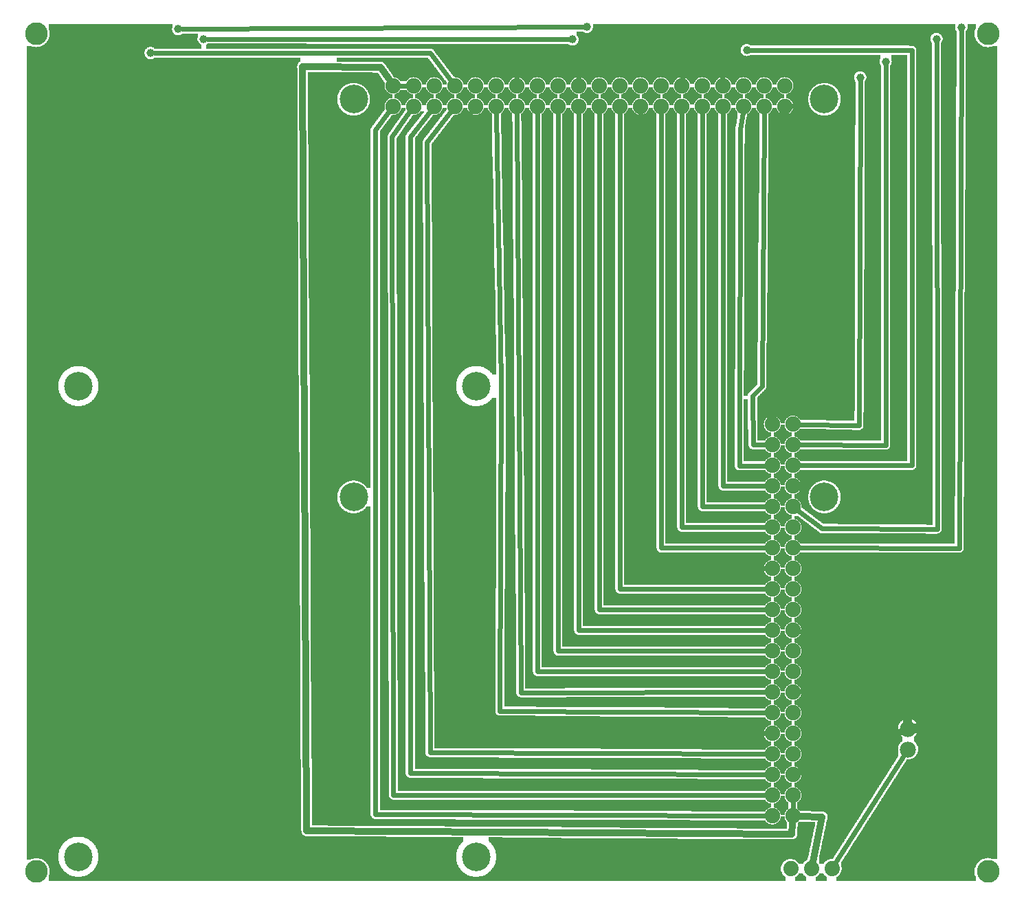
<source format=gtl>
G04 MADE WITH FRITZING*
G04 WWW.FRITZING.ORG*
G04 DOUBLE SIDED*
G04 HOLES PLATED*
G04 CONTOUR ON CENTER OF CONTOUR VECTOR*
%ASAXBY*%
%FSLAX23Y23*%
%MOIN*%
%OFA0B0*%
%SFA1.0B1.0*%
%ADD10C,0.075000*%
%ADD11C,0.039370*%
%ADD12C,0.138425*%
%ADD13C,0.075361*%
%ADD14C,0.110236*%
%ADD15C,0.074000*%
%ADD16C,0.078000*%
%ADD17C,0.024000*%
%ADD18C,0.032000*%
%LNCOPPER1*%
G90*
G70*
G54D10*
X122Y3942D03*
X1471Y3847D03*
X2134Y3673D03*
X3017Y3672D03*
X4038Y1978D03*
X4649Y3999D03*
G54D11*
X898Y4124D03*
X2687Y4122D03*
X774Y4172D03*
X2756Y4183D03*
X4572Y4181D03*
X4452Y4125D03*
X3532Y4071D03*
X4206Y4015D03*
X4082Y3938D03*
X640Y4056D03*
G54D12*
X2219Y2441D03*
X2219Y157D03*
X290Y157D03*
X290Y2441D03*
X2219Y2441D03*
X2219Y157D03*
X290Y157D03*
X290Y2441D03*
G54D13*
X3656Y356D03*
X3656Y456D03*
X3656Y556D03*
X3656Y656D03*
X3656Y756D03*
X3656Y856D03*
X3656Y956D03*
X3656Y1056D03*
X3656Y1156D03*
X3656Y1256D03*
X3656Y1356D03*
X3656Y1456D03*
X3656Y1556D03*
X3656Y1656D03*
X3656Y1756D03*
X3656Y1856D03*
X3656Y1956D03*
X3656Y2056D03*
X3656Y2156D03*
X3656Y2256D03*
X3756Y2256D03*
X3756Y2156D03*
X3756Y2056D03*
X3756Y1956D03*
X3756Y1856D03*
X3756Y1756D03*
X3756Y1656D03*
X3756Y1556D03*
X3756Y1456D03*
X3756Y1356D03*
X3756Y1256D03*
X3756Y1156D03*
X3756Y1056D03*
X3756Y956D03*
X3756Y856D03*
X3756Y756D03*
X3756Y656D03*
X3756Y556D03*
X3756Y456D03*
X3756Y356D03*
X3656Y356D03*
X3656Y456D03*
X3656Y556D03*
X3656Y656D03*
X3656Y756D03*
X3656Y856D03*
X3656Y956D03*
X3656Y1056D03*
X3656Y1156D03*
X3656Y1256D03*
X3656Y1356D03*
X3656Y1456D03*
X3656Y1556D03*
X3656Y1656D03*
X3656Y1756D03*
X3656Y1856D03*
X3656Y1956D03*
X3656Y2056D03*
X3656Y2156D03*
X3656Y2256D03*
X3756Y2256D03*
X3756Y2156D03*
X3756Y2056D03*
X3756Y1956D03*
X3756Y1856D03*
X3756Y1756D03*
X3756Y1656D03*
X3756Y1556D03*
X3756Y1456D03*
X3756Y1356D03*
X3756Y1256D03*
X3756Y1156D03*
X3756Y1056D03*
X3756Y956D03*
X3756Y856D03*
X3756Y756D03*
X3756Y656D03*
X3756Y556D03*
X3756Y456D03*
X3756Y356D03*
G54D14*
X4702Y86D03*
X4702Y4150D03*
X86Y4150D03*
X86Y86D03*
X4702Y86D03*
G54D13*
X1817Y3798D03*
X1916Y3798D03*
X2017Y3798D03*
X2116Y3798D03*
X2217Y3798D03*
X2317Y3798D03*
X2416Y3798D03*
X2517Y3798D03*
X2616Y3798D03*
X2717Y3798D03*
X2817Y3798D03*
X2917Y3798D03*
X3017Y3798D03*
X3116Y3798D03*
X3217Y3798D03*
X3317Y3798D03*
X3417Y3798D03*
X3517Y3798D03*
X3616Y3798D03*
X3717Y3798D03*
X3717Y3898D03*
X3616Y3898D03*
X3517Y3898D03*
X3417Y3898D03*
X3317Y3898D03*
X3217Y3898D03*
X3116Y3898D03*
X3017Y3898D03*
X2917Y3898D03*
X2817Y3898D03*
X2717Y3898D03*
X2616Y3898D03*
X2517Y3898D03*
X2416Y3898D03*
X2317Y3898D03*
X2217Y3898D03*
X2116Y3898D03*
X2017Y3898D03*
X1916Y3898D03*
X1817Y3898D03*
G54D12*
X3908Y3832D03*
X1625Y3832D03*
X1625Y1903D03*
X3908Y1903D03*
G54D15*
X3745Y99D03*
X3845Y99D03*
X3945Y99D03*
X3745Y99D03*
X3845Y99D03*
X3945Y99D03*
G54D16*
X4314Y778D03*
X4314Y678D03*
G54D17*
X4206Y2154D02*
X4206Y3996D01*
D02*
X3787Y2156D02*
X4206Y2154D01*
D02*
X3551Y4071D02*
X4332Y4069D01*
D02*
X4332Y4069D02*
X4332Y2056D01*
D02*
X4332Y2056D02*
X3787Y2056D01*
D02*
X4452Y4106D02*
X4455Y1747D01*
D02*
X4455Y1747D02*
X3897Y1750D01*
D02*
X3897Y1750D02*
X3781Y1837D01*
D02*
X4562Y1654D02*
X4572Y4162D01*
D02*
X3787Y1656D02*
X4562Y1654D01*
D02*
X2737Y4183D02*
X793Y4172D01*
D02*
X2668Y4122D02*
X917Y4124D01*
D02*
X4082Y3919D02*
X4077Y2251D01*
D02*
X4077Y2251D02*
X3787Y2255D01*
D02*
X3317Y1856D02*
X3624Y1856D01*
D02*
X3317Y3767D02*
X3317Y1856D01*
D02*
X3217Y1756D02*
X3624Y1756D01*
D02*
X3217Y3767D02*
X3217Y1756D01*
D02*
X3116Y1656D02*
X3624Y1656D01*
D02*
X3116Y3767D02*
X3116Y1656D01*
D02*
X3017Y1556D02*
X3624Y1556D01*
D02*
X3017Y3767D02*
X3017Y1556D01*
D02*
X2917Y1456D02*
X3624Y1456D01*
D02*
X2917Y3767D02*
X2917Y1456D01*
D02*
X2817Y1356D02*
X3624Y1356D01*
D02*
X2817Y3767D02*
X2817Y1356D01*
D02*
X2341Y2461D02*
X2334Y864D01*
G54D18*
D02*
X3897Y351D02*
X3852Y135D01*
D02*
X3793Y355D02*
X3897Y351D01*
G54D17*
D02*
X1885Y3898D02*
X1848Y3898D01*
D02*
X3756Y387D02*
X3756Y424D01*
D02*
X3499Y3686D02*
X3496Y2053D01*
D02*
X3496Y2053D02*
X3625Y2055D01*
D02*
X3512Y3767D02*
X3499Y3686D01*
D02*
X3417Y1956D02*
X3624Y1956D01*
D02*
X3417Y3767D02*
X3417Y1956D01*
D02*
X2334Y864D02*
X3624Y856D01*
D02*
X2317Y3767D02*
X2341Y2461D01*
D02*
X2070Y756D02*
X3624Y756D01*
D02*
X2070Y3629D02*
X2070Y756D01*
D02*
X2196Y3774D02*
X2070Y3629D01*
D02*
X3406Y4004D02*
X3414Y3929D01*
D02*
X3229Y4028D02*
X3406Y4004D01*
D02*
X3229Y4028D02*
X2712Y4045D01*
D02*
X2712Y4045D02*
X2716Y3930D01*
D02*
X3219Y3929D02*
X3229Y4028D01*
G54D18*
D02*
X1377Y3991D02*
X1756Y3987D01*
D02*
X1756Y3987D02*
X1796Y3929D01*
D02*
X3751Y267D02*
X1397Y284D01*
D02*
X1397Y284D02*
X1377Y3991D01*
D02*
X3754Y319D02*
X3751Y267D01*
G54D17*
D02*
X3562Y2156D02*
X3624Y2156D01*
D02*
X3605Y2439D02*
X3559Y2393D01*
D02*
X3559Y2393D02*
X3562Y2156D01*
D02*
X3616Y3767D02*
X3605Y2439D01*
D02*
X3795Y3806D02*
X3748Y3801D01*
D02*
X3804Y3998D02*
X3795Y3806D01*
D02*
X3406Y4004D02*
X3804Y3998D01*
D02*
X1995Y4056D02*
X2097Y3923D01*
D02*
X2418Y4045D02*
X2417Y3930D01*
D02*
X2712Y4045D02*
X2418Y4045D01*
D02*
X3851Y967D02*
X3787Y960D01*
D02*
X3851Y1240D02*
X3851Y967D01*
D02*
X3787Y1251D02*
X3851Y1240D01*
D02*
X1995Y4056D02*
X659Y4056D01*
D02*
X1900Y3650D02*
X1900Y563D01*
D02*
X1811Y3650D02*
X1818Y457D01*
D02*
X1730Y3684D02*
X1730Y363D01*
D02*
X1900Y563D02*
X3624Y556D01*
D02*
X1997Y3773D02*
X1900Y3650D01*
D02*
X1818Y457D02*
X3624Y456D01*
D02*
X1898Y3772D02*
X1811Y3650D01*
D02*
X1730Y363D02*
X3624Y356D01*
D02*
X1798Y3773D02*
X1730Y3684D01*
D02*
X2717Y1256D02*
X3624Y1256D01*
D02*
X2717Y3767D02*
X2717Y1256D01*
D02*
X2616Y1156D02*
X3624Y1156D01*
D02*
X2616Y3767D02*
X2616Y1156D01*
D02*
X2517Y1056D02*
X3624Y1056D01*
D02*
X2517Y3767D02*
X2517Y1056D01*
D02*
X2436Y953D02*
X3624Y956D01*
D02*
X2417Y3767D02*
X2436Y953D01*
D02*
X1981Y3622D02*
X1995Y663D01*
D02*
X1995Y663D02*
X3624Y656D01*
D02*
X2097Y3773D02*
X1981Y3622D01*
G54D18*
D02*
X4281Y765D02*
X3790Y570D01*
G54D17*
D02*
X4298Y653D02*
X3961Y126D01*
G36*
X146Y4196D02*
X146Y4172D01*
X148Y4172D01*
X148Y4166D01*
X150Y4166D01*
X150Y4142D01*
X766Y4142D01*
X766Y4144D01*
X760Y4144D01*
X760Y4146D01*
X758Y4146D01*
X758Y4148D01*
X754Y4148D01*
X754Y4150D01*
X752Y4150D01*
X752Y4154D01*
X750Y4154D01*
X750Y4156D01*
X748Y4156D01*
X748Y4160D01*
X746Y4160D01*
X746Y4166D01*
X744Y4166D01*
X744Y4176D01*
X746Y4176D01*
X746Y4196D01*
X146Y4196D01*
G37*
D02*
G36*
X794Y4150D02*
X794Y4148D01*
X792Y4148D01*
X792Y4146D01*
X788Y4146D01*
X788Y4144D01*
X782Y4144D01*
X782Y4142D01*
X870Y4142D01*
X870Y4150D01*
X794Y4150D01*
G37*
D02*
G36*
X150Y4142D02*
X150Y4140D01*
X870Y4140D01*
X870Y4142D01*
X150Y4142D01*
G37*
D02*
G36*
X150Y4142D02*
X150Y4140D01*
X870Y4140D01*
X870Y4142D01*
X150Y4142D01*
G37*
D02*
G36*
X150Y4140D02*
X150Y4134D01*
X148Y4134D01*
X148Y4128D01*
X146Y4128D01*
X146Y4122D01*
X144Y4122D01*
X144Y4118D01*
X142Y4118D01*
X142Y4116D01*
X140Y4116D01*
X140Y4112D01*
X138Y4112D01*
X138Y4110D01*
X136Y4110D01*
X136Y4108D01*
X134Y4108D01*
X134Y4106D01*
X132Y4106D01*
X132Y4104D01*
X130Y4104D01*
X130Y4102D01*
X128Y4102D01*
X128Y4100D01*
X126Y4100D01*
X126Y4098D01*
X124Y4098D01*
X124Y4096D01*
X120Y4096D01*
X120Y4094D01*
X118Y4094D01*
X118Y4092D01*
X114Y4092D01*
X114Y4090D01*
X108Y4090D01*
X108Y4088D01*
X102Y4088D01*
X102Y4086D01*
X646Y4086D01*
X646Y4084D01*
X652Y4084D01*
X652Y4082D01*
X656Y4082D01*
X656Y4080D01*
X658Y4080D01*
X658Y4078D01*
X886Y4078D01*
X886Y4098D01*
X882Y4098D01*
X882Y4100D01*
X880Y4100D01*
X880Y4102D01*
X876Y4102D01*
X876Y4106D01*
X874Y4106D01*
X874Y4108D01*
X872Y4108D01*
X872Y4112D01*
X870Y4112D01*
X870Y4118D01*
X868Y4118D01*
X868Y4130D01*
X870Y4130D01*
X870Y4140D01*
X150Y4140D01*
G37*
D02*
G36*
X40Y4090D02*
X40Y4084D01*
X82Y4084D01*
X82Y4086D01*
X70Y4086D01*
X70Y4088D01*
X64Y4088D01*
X64Y4090D01*
X40Y4090D01*
G37*
D02*
G36*
X88Y4086D02*
X88Y4084D01*
X634Y4084D01*
X634Y4086D01*
X88Y4086D01*
G37*
D02*
G36*
X40Y4084D02*
X40Y4082D01*
X628Y4082D01*
X628Y4084D01*
X40Y4084D01*
G37*
D02*
G36*
X40Y4084D02*
X40Y4082D01*
X628Y4082D01*
X628Y4084D01*
X40Y4084D01*
G37*
D02*
G36*
X40Y4082D02*
X40Y4026D01*
X634Y4026D01*
X634Y4028D01*
X628Y4028D01*
X628Y4030D01*
X624Y4030D01*
X624Y4032D01*
X622Y4032D01*
X622Y4034D01*
X620Y4034D01*
X620Y4036D01*
X618Y4036D01*
X618Y4038D01*
X616Y4038D01*
X616Y4040D01*
X614Y4040D01*
X614Y4044D01*
X612Y4044D01*
X612Y4050D01*
X610Y4050D01*
X610Y4062D01*
X612Y4062D01*
X612Y4068D01*
X614Y4068D01*
X614Y4072D01*
X616Y4072D01*
X616Y4074D01*
X618Y4074D01*
X618Y4076D01*
X620Y4076D01*
X620Y4078D01*
X622Y4078D01*
X622Y4080D01*
X624Y4080D01*
X624Y4082D01*
X40Y4082D01*
G37*
D02*
G36*
X658Y4034D02*
X658Y4032D01*
X656Y4032D01*
X656Y4030D01*
X652Y4030D01*
X652Y4028D01*
X646Y4028D01*
X646Y4026D01*
X1368Y4026D01*
X1368Y4034D01*
X658Y4034D01*
G37*
D02*
G36*
X40Y4026D02*
X40Y4024D01*
X1368Y4024D01*
X1368Y4026D01*
X40Y4026D01*
G37*
D02*
G36*
X40Y4026D02*
X40Y4024D01*
X1368Y4024D01*
X1368Y4026D01*
X40Y4026D01*
G37*
D02*
G36*
X40Y4024D02*
X40Y2538D01*
X304Y2538D01*
X304Y2536D01*
X314Y2536D01*
X314Y2534D01*
X320Y2534D01*
X320Y2532D01*
X326Y2532D01*
X326Y2530D01*
X332Y2530D01*
X332Y2528D01*
X336Y2528D01*
X336Y2526D01*
X338Y2526D01*
X338Y2524D01*
X342Y2524D01*
X342Y2522D01*
X344Y2522D01*
X344Y2520D01*
X348Y2520D01*
X348Y2518D01*
X350Y2518D01*
X350Y2516D01*
X352Y2516D01*
X352Y2514D01*
X356Y2514D01*
X356Y2512D01*
X358Y2512D01*
X358Y2510D01*
X360Y2510D01*
X360Y2508D01*
X362Y2508D01*
X362Y2506D01*
X364Y2506D01*
X364Y2502D01*
X366Y2502D01*
X366Y2500D01*
X368Y2500D01*
X368Y2498D01*
X370Y2498D01*
X370Y2494D01*
X372Y2494D01*
X372Y2492D01*
X374Y2492D01*
X374Y2488D01*
X376Y2488D01*
X376Y2484D01*
X378Y2484D01*
X378Y2480D01*
X380Y2480D01*
X380Y2476D01*
X382Y2476D01*
X382Y2470D01*
X384Y2470D01*
X384Y2462D01*
X386Y2462D01*
X386Y2452D01*
X388Y2452D01*
X388Y2430D01*
X386Y2430D01*
X386Y2418D01*
X384Y2418D01*
X384Y2410D01*
X382Y2410D01*
X382Y2406D01*
X380Y2406D01*
X380Y2400D01*
X378Y2400D01*
X378Y2396D01*
X376Y2396D01*
X376Y2392D01*
X374Y2392D01*
X374Y2390D01*
X372Y2390D01*
X372Y2386D01*
X370Y2386D01*
X370Y2384D01*
X368Y2384D01*
X368Y2380D01*
X366Y2380D01*
X366Y2378D01*
X364Y2378D01*
X364Y2376D01*
X362Y2376D01*
X362Y2374D01*
X360Y2374D01*
X360Y2372D01*
X358Y2372D01*
X358Y2370D01*
X356Y2370D01*
X356Y2368D01*
X354Y2368D01*
X354Y2366D01*
X352Y2366D01*
X352Y2364D01*
X348Y2364D01*
X348Y2362D01*
X346Y2362D01*
X346Y2360D01*
X344Y2360D01*
X344Y2358D01*
X340Y2358D01*
X340Y2356D01*
X336Y2356D01*
X336Y2354D01*
X332Y2354D01*
X332Y2352D01*
X328Y2352D01*
X328Y2350D01*
X324Y2350D01*
X324Y2348D01*
X318Y2348D01*
X318Y2346D01*
X308Y2346D01*
X308Y2344D01*
X1360Y2344D01*
X1360Y2494D01*
X1358Y2494D01*
X1358Y2866D01*
X1356Y2866D01*
X1356Y3238D01*
X1354Y3238D01*
X1354Y3610D01*
X1352Y3610D01*
X1352Y3982D01*
X1350Y3982D01*
X1350Y3992D01*
X1352Y3992D01*
X1352Y4000D01*
X1354Y4000D01*
X1354Y4004D01*
X1356Y4004D01*
X1356Y4008D01*
X1358Y4008D01*
X1358Y4010D01*
X1360Y4010D01*
X1360Y4012D01*
X1364Y4012D01*
X1364Y4014D01*
X1368Y4014D01*
X1368Y4024D01*
X40Y4024D01*
G37*
D02*
G36*
X40Y2538D02*
X40Y2344D01*
X272Y2344D01*
X272Y2346D01*
X264Y2346D01*
X264Y2348D01*
X256Y2348D01*
X256Y2350D01*
X252Y2350D01*
X252Y2352D01*
X248Y2352D01*
X248Y2354D01*
X244Y2354D01*
X244Y2356D01*
X240Y2356D01*
X240Y2358D01*
X238Y2358D01*
X238Y2360D01*
X234Y2360D01*
X234Y2362D01*
X232Y2362D01*
X232Y2364D01*
X228Y2364D01*
X228Y2366D01*
X226Y2366D01*
X226Y2368D01*
X224Y2368D01*
X224Y2370D01*
X222Y2370D01*
X222Y2372D01*
X220Y2372D01*
X220Y2374D01*
X218Y2374D01*
X218Y2376D01*
X216Y2376D01*
X216Y2378D01*
X214Y2378D01*
X214Y2382D01*
X212Y2382D01*
X212Y2384D01*
X210Y2384D01*
X210Y2386D01*
X208Y2386D01*
X208Y2390D01*
X206Y2390D01*
X206Y2394D01*
X204Y2394D01*
X204Y2398D01*
X202Y2398D01*
X202Y2402D01*
X200Y2402D01*
X200Y2406D01*
X198Y2406D01*
X198Y2412D01*
X196Y2412D01*
X196Y2420D01*
X194Y2420D01*
X194Y2434D01*
X192Y2434D01*
X192Y2448D01*
X194Y2448D01*
X194Y2462D01*
X196Y2462D01*
X196Y2470D01*
X198Y2470D01*
X198Y2474D01*
X200Y2474D01*
X200Y2480D01*
X202Y2480D01*
X202Y2484D01*
X204Y2484D01*
X204Y2488D01*
X206Y2488D01*
X206Y2492D01*
X208Y2492D01*
X208Y2494D01*
X210Y2494D01*
X210Y2498D01*
X212Y2498D01*
X212Y2500D01*
X214Y2500D01*
X214Y2502D01*
X216Y2502D01*
X216Y2504D01*
X218Y2504D01*
X218Y2508D01*
X220Y2508D01*
X220Y2510D01*
X222Y2510D01*
X222Y2512D01*
X226Y2512D01*
X226Y2514D01*
X228Y2514D01*
X228Y2516D01*
X230Y2516D01*
X230Y2518D01*
X232Y2518D01*
X232Y2520D01*
X236Y2520D01*
X236Y2522D01*
X238Y2522D01*
X238Y2524D01*
X242Y2524D01*
X242Y2526D01*
X246Y2526D01*
X246Y2528D01*
X250Y2528D01*
X250Y2530D01*
X254Y2530D01*
X254Y2532D01*
X260Y2532D01*
X260Y2534D01*
X266Y2534D01*
X266Y2536D01*
X278Y2536D01*
X278Y2538D01*
X40Y2538D01*
G37*
D02*
G36*
X40Y2344D02*
X40Y2342D01*
X1360Y2342D01*
X1360Y2344D01*
X40Y2344D01*
G37*
D02*
G36*
X40Y2344D02*
X40Y2342D01*
X1360Y2342D01*
X1360Y2344D01*
X40Y2344D01*
G37*
D02*
G36*
X40Y2342D02*
X40Y254D01*
X306Y254D01*
X306Y252D01*
X316Y252D01*
X316Y250D01*
X322Y250D01*
X322Y248D01*
X328Y248D01*
X328Y246D01*
X332Y246D01*
X332Y244D01*
X336Y244D01*
X336Y242D01*
X340Y242D01*
X340Y240D01*
X342Y240D01*
X342Y238D01*
X346Y238D01*
X346Y236D01*
X348Y236D01*
X348Y234D01*
X352Y234D01*
X352Y232D01*
X354Y232D01*
X354Y230D01*
X356Y230D01*
X356Y228D01*
X358Y228D01*
X358Y226D01*
X360Y226D01*
X360Y224D01*
X362Y224D01*
X362Y222D01*
X364Y222D01*
X364Y220D01*
X366Y220D01*
X366Y216D01*
X368Y216D01*
X368Y214D01*
X370Y214D01*
X370Y212D01*
X372Y212D01*
X372Y208D01*
X374Y208D01*
X374Y204D01*
X376Y204D01*
X376Y202D01*
X378Y202D01*
X378Y198D01*
X380Y198D01*
X380Y192D01*
X382Y192D01*
X382Y186D01*
X384Y186D01*
X384Y178D01*
X386Y178D01*
X386Y168D01*
X388Y168D01*
X388Y146D01*
X386Y146D01*
X386Y136D01*
X384Y136D01*
X384Y128D01*
X382Y128D01*
X382Y122D01*
X380Y122D01*
X380Y116D01*
X378Y116D01*
X378Y112D01*
X376Y112D01*
X376Y110D01*
X374Y110D01*
X374Y106D01*
X372Y106D01*
X372Y102D01*
X370Y102D01*
X370Y100D01*
X368Y100D01*
X368Y98D01*
X366Y98D01*
X366Y94D01*
X364Y94D01*
X364Y92D01*
X362Y92D01*
X362Y90D01*
X360Y90D01*
X360Y88D01*
X358Y88D01*
X358Y86D01*
X356Y86D01*
X356Y84D01*
X354Y84D01*
X354Y82D01*
X350Y82D01*
X350Y80D01*
X348Y80D01*
X348Y78D01*
X346Y78D01*
X346Y76D01*
X342Y76D01*
X342Y74D01*
X340Y74D01*
X340Y72D01*
X336Y72D01*
X336Y70D01*
X332Y70D01*
X332Y68D01*
X328Y68D01*
X328Y66D01*
X322Y66D01*
X322Y64D01*
X316Y64D01*
X316Y62D01*
X306Y62D01*
X306Y60D01*
X2204Y60D01*
X2204Y62D01*
X2194Y62D01*
X2194Y64D01*
X2188Y64D01*
X2188Y66D01*
X2182Y66D01*
X2182Y68D01*
X2178Y68D01*
X2178Y70D01*
X2174Y70D01*
X2174Y72D01*
X2170Y72D01*
X2170Y74D01*
X2166Y74D01*
X2166Y76D01*
X2164Y76D01*
X2164Y78D01*
X2162Y78D01*
X2162Y80D01*
X2158Y80D01*
X2158Y82D01*
X2156Y82D01*
X2156Y84D01*
X2154Y84D01*
X2154Y86D01*
X2152Y86D01*
X2152Y88D01*
X2150Y88D01*
X2150Y90D01*
X2148Y90D01*
X2148Y92D01*
X2146Y92D01*
X2146Y94D01*
X2144Y94D01*
X2144Y96D01*
X2142Y96D01*
X2142Y100D01*
X2140Y100D01*
X2140Y102D01*
X2138Y102D01*
X2138Y106D01*
X2136Y106D01*
X2136Y108D01*
X2134Y108D01*
X2134Y112D01*
X2132Y112D01*
X2132Y116D01*
X2130Y116D01*
X2130Y120D01*
X2128Y120D01*
X2128Y126D01*
X2126Y126D01*
X2126Y134D01*
X2124Y134D01*
X2124Y144D01*
X2122Y144D01*
X2122Y170D01*
X2124Y170D01*
X2124Y180D01*
X2126Y180D01*
X2126Y188D01*
X2128Y188D01*
X2128Y194D01*
X2130Y194D01*
X2130Y198D01*
X2132Y198D01*
X2132Y202D01*
X2134Y202D01*
X2134Y206D01*
X2136Y206D01*
X2136Y208D01*
X2138Y208D01*
X2138Y212D01*
X2140Y212D01*
X2140Y214D01*
X2142Y214D01*
X2142Y218D01*
X2144Y218D01*
X2144Y220D01*
X2146Y220D01*
X2146Y222D01*
X2148Y222D01*
X2148Y224D01*
X2150Y224D01*
X2150Y226D01*
X2152Y226D01*
X2152Y228D01*
X2154Y228D01*
X2154Y230D01*
X2156Y230D01*
X2156Y232D01*
X2158Y232D01*
X2158Y252D01*
X2064Y252D01*
X2064Y254D01*
X1782Y254D01*
X1782Y256D01*
X1498Y256D01*
X1498Y258D01*
X1390Y258D01*
X1390Y260D01*
X1384Y260D01*
X1384Y262D01*
X1382Y262D01*
X1382Y264D01*
X1378Y264D01*
X1378Y268D01*
X1376Y268D01*
X1376Y270D01*
X1374Y270D01*
X1374Y274D01*
X1372Y274D01*
X1372Y282D01*
X1370Y282D01*
X1370Y630D01*
X1368Y630D01*
X1368Y1004D01*
X1366Y1004D01*
X1366Y1376D01*
X1364Y1376D01*
X1364Y1748D01*
X1362Y1748D01*
X1362Y2120D01*
X1360Y2120D01*
X1360Y2342D01*
X40Y2342D01*
G37*
D02*
G36*
X3786Y328D02*
X3786Y326D01*
X3784Y326D01*
X3784Y324D01*
X3780Y324D01*
X3780Y304D01*
X3778Y304D01*
X3778Y268D01*
X3776Y268D01*
X3776Y258D01*
X3774Y258D01*
X3774Y254D01*
X3772Y254D01*
X3772Y250D01*
X3770Y250D01*
X3770Y248D01*
X3768Y248D01*
X3768Y246D01*
X3764Y246D01*
X3764Y244D01*
X3760Y244D01*
X3760Y242D01*
X3848Y242D01*
X3848Y248D01*
X3850Y248D01*
X3850Y256D01*
X3852Y256D01*
X3852Y266D01*
X3854Y266D01*
X3854Y276D01*
X3856Y276D01*
X3856Y286D01*
X3858Y286D01*
X3858Y294D01*
X3860Y294D01*
X3860Y304D01*
X3862Y304D01*
X3862Y326D01*
X3840Y326D01*
X3840Y328D01*
X3786Y328D01*
G37*
D02*
G36*
X40Y254D02*
X40Y150D01*
X100Y150D01*
X100Y148D01*
X108Y148D01*
X108Y146D01*
X112Y146D01*
X112Y144D01*
X116Y144D01*
X116Y142D01*
X120Y142D01*
X120Y140D01*
X124Y140D01*
X124Y138D01*
X126Y138D01*
X126Y136D01*
X128Y136D01*
X128Y134D01*
X130Y134D01*
X130Y132D01*
X132Y132D01*
X132Y130D01*
X134Y130D01*
X134Y128D01*
X136Y128D01*
X136Y126D01*
X138Y126D01*
X138Y124D01*
X140Y124D01*
X140Y120D01*
X142Y120D01*
X142Y116D01*
X144Y116D01*
X144Y112D01*
X146Y112D01*
X146Y108D01*
X148Y108D01*
X148Y102D01*
X150Y102D01*
X150Y70D01*
X148Y70D01*
X148Y64D01*
X146Y64D01*
X146Y60D01*
X274Y60D01*
X274Y62D01*
X266Y62D01*
X266Y64D01*
X258Y64D01*
X258Y66D01*
X252Y66D01*
X252Y68D01*
X248Y68D01*
X248Y70D01*
X244Y70D01*
X244Y72D01*
X242Y72D01*
X242Y74D01*
X238Y74D01*
X238Y76D01*
X234Y76D01*
X234Y78D01*
X232Y78D01*
X232Y80D01*
X230Y80D01*
X230Y82D01*
X226Y82D01*
X226Y84D01*
X224Y84D01*
X224Y86D01*
X222Y86D01*
X222Y88D01*
X220Y88D01*
X220Y90D01*
X218Y90D01*
X218Y92D01*
X216Y92D01*
X216Y96D01*
X214Y96D01*
X214Y98D01*
X212Y98D01*
X212Y100D01*
X210Y100D01*
X210Y104D01*
X208Y104D01*
X208Y106D01*
X206Y106D01*
X206Y110D01*
X204Y110D01*
X204Y114D01*
X202Y114D01*
X202Y118D01*
X200Y118D01*
X200Y122D01*
X198Y122D01*
X198Y128D01*
X196Y128D01*
X196Y136D01*
X194Y136D01*
X194Y150D01*
X192Y150D01*
X192Y164D01*
X194Y164D01*
X194Y178D01*
X196Y178D01*
X196Y186D01*
X198Y186D01*
X198Y192D01*
X200Y192D01*
X200Y196D01*
X202Y196D01*
X202Y200D01*
X204Y200D01*
X204Y204D01*
X206Y204D01*
X206Y208D01*
X208Y208D01*
X208Y210D01*
X210Y210D01*
X210Y214D01*
X212Y214D01*
X212Y216D01*
X214Y216D01*
X214Y220D01*
X216Y220D01*
X216Y222D01*
X218Y222D01*
X218Y224D01*
X220Y224D01*
X220Y226D01*
X222Y226D01*
X222Y228D01*
X224Y228D01*
X224Y230D01*
X226Y230D01*
X226Y232D01*
X230Y232D01*
X230Y234D01*
X232Y234D01*
X232Y236D01*
X234Y236D01*
X234Y238D01*
X238Y238D01*
X238Y240D01*
X240Y240D01*
X240Y242D01*
X244Y242D01*
X244Y244D01*
X248Y244D01*
X248Y246D01*
X252Y246D01*
X252Y248D01*
X258Y248D01*
X258Y250D01*
X264Y250D01*
X264Y252D01*
X274Y252D01*
X274Y254D01*
X40Y254D01*
G37*
D02*
G36*
X2280Y252D02*
X2280Y242D01*
X3480Y242D01*
X3480Y244D01*
X3198Y244D01*
X3198Y246D01*
X2914Y246D01*
X2914Y248D01*
X2632Y248D01*
X2632Y250D01*
X2348Y250D01*
X2348Y252D01*
X2280Y252D01*
G37*
D02*
G36*
X2280Y242D02*
X2280Y240D01*
X3848Y240D01*
X3848Y242D01*
X2280Y242D01*
G37*
D02*
G36*
X2280Y242D02*
X2280Y240D01*
X3848Y240D01*
X3848Y242D01*
X2280Y242D01*
G37*
D02*
G36*
X2280Y240D02*
X2280Y232D01*
X2282Y232D01*
X2282Y230D01*
X2284Y230D01*
X2284Y228D01*
X2288Y228D01*
X2288Y226D01*
X2290Y226D01*
X2290Y222D01*
X2292Y222D01*
X2292Y220D01*
X2294Y220D01*
X2294Y218D01*
X2296Y218D01*
X2296Y216D01*
X2298Y216D01*
X2298Y212D01*
X2300Y212D01*
X2300Y210D01*
X2302Y210D01*
X2302Y206D01*
X2304Y206D01*
X2304Y204D01*
X2306Y204D01*
X2306Y200D01*
X2308Y200D01*
X2308Y196D01*
X2310Y196D01*
X2310Y190D01*
X2312Y190D01*
X2312Y184D01*
X2314Y184D01*
X2314Y174D01*
X2316Y174D01*
X2316Y146D01*
X3754Y146D01*
X3754Y144D01*
X3760Y144D01*
X3760Y142D01*
X3766Y142D01*
X3766Y140D01*
X3770Y140D01*
X3770Y138D01*
X3772Y138D01*
X3772Y136D01*
X3774Y136D01*
X3774Y134D01*
X3776Y134D01*
X3776Y132D01*
X3778Y132D01*
X3778Y130D01*
X3780Y130D01*
X3780Y128D01*
X3782Y128D01*
X3782Y126D01*
X3784Y126D01*
X3784Y122D01*
X3804Y122D01*
X3804Y124D01*
X3806Y124D01*
X3806Y128D01*
X3808Y128D01*
X3808Y130D01*
X3810Y130D01*
X3810Y132D01*
X3812Y132D01*
X3812Y134D01*
X3814Y134D01*
X3814Y136D01*
X3816Y136D01*
X3816Y138D01*
X3820Y138D01*
X3820Y140D01*
X3824Y140D01*
X3824Y142D01*
X3828Y142D01*
X3828Y152D01*
X3830Y152D01*
X3830Y162D01*
X3832Y162D01*
X3832Y170D01*
X3834Y170D01*
X3834Y180D01*
X3836Y180D01*
X3836Y190D01*
X3838Y190D01*
X3838Y200D01*
X3840Y200D01*
X3840Y210D01*
X3842Y210D01*
X3842Y218D01*
X3844Y218D01*
X3844Y228D01*
X3846Y228D01*
X3846Y238D01*
X3848Y238D01*
X3848Y240D01*
X2280Y240D01*
G37*
D02*
G36*
X40Y150D02*
X40Y144D01*
X60Y144D01*
X60Y146D01*
X64Y146D01*
X64Y148D01*
X72Y148D01*
X72Y150D01*
X40Y150D01*
G37*
D02*
G36*
X2316Y146D02*
X2316Y140D01*
X2314Y140D01*
X2314Y130D01*
X2312Y130D01*
X2312Y124D01*
X2310Y124D01*
X2310Y118D01*
X2308Y118D01*
X2308Y114D01*
X2306Y114D01*
X2306Y110D01*
X2304Y110D01*
X2304Y108D01*
X2302Y108D01*
X2302Y104D01*
X2300Y104D01*
X2300Y102D01*
X2298Y102D01*
X2298Y98D01*
X2296Y98D01*
X2296Y96D01*
X2294Y96D01*
X2294Y94D01*
X2292Y94D01*
X2292Y92D01*
X2290Y92D01*
X2290Y88D01*
X2288Y88D01*
X2288Y86D01*
X2284Y86D01*
X2284Y84D01*
X2282Y84D01*
X2282Y82D01*
X2280Y82D01*
X2280Y80D01*
X2278Y80D01*
X2278Y78D01*
X2274Y78D01*
X2274Y76D01*
X2272Y76D01*
X2272Y74D01*
X2268Y74D01*
X2268Y72D01*
X2266Y72D01*
X2266Y70D01*
X2262Y70D01*
X2262Y68D01*
X2256Y68D01*
X2256Y66D01*
X2252Y66D01*
X2252Y64D01*
X2244Y64D01*
X2244Y62D01*
X2234Y62D01*
X2234Y60D01*
X3718Y60D01*
X3718Y62D01*
X3714Y62D01*
X3714Y64D01*
X3712Y64D01*
X3712Y66D01*
X3710Y66D01*
X3710Y68D01*
X3708Y68D01*
X3708Y72D01*
X3706Y72D01*
X3706Y74D01*
X3704Y74D01*
X3704Y78D01*
X3702Y78D01*
X3702Y82D01*
X3700Y82D01*
X3700Y88D01*
X3698Y88D01*
X3698Y110D01*
X3700Y110D01*
X3700Y116D01*
X3702Y116D01*
X3702Y120D01*
X3704Y120D01*
X3704Y124D01*
X3706Y124D01*
X3706Y128D01*
X3708Y128D01*
X3708Y130D01*
X3710Y130D01*
X3710Y132D01*
X3712Y132D01*
X3712Y134D01*
X3714Y134D01*
X3714Y136D01*
X3716Y136D01*
X3716Y138D01*
X3720Y138D01*
X3720Y140D01*
X3724Y140D01*
X3724Y142D01*
X3728Y142D01*
X3728Y144D01*
X3734Y144D01*
X3734Y146D01*
X2316Y146D01*
G37*
D02*
G36*
X146Y60D02*
X146Y58D01*
X3720Y58D01*
X3720Y60D01*
X146Y60D01*
G37*
D02*
G36*
X146Y60D02*
X146Y58D01*
X3720Y58D01*
X3720Y60D01*
X146Y60D01*
G37*
D02*
G36*
X146Y60D02*
X146Y58D01*
X3720Y58D01*
X3720Y60D01*
X146Y60D01*
G37*
D02*
G36*
X146Y58D02*
X146Y40D01*
X3720Y40D01*
X3720Y58D01*
X146Y58D01*
G37*
D02*
G36*
X1544Y4034D02*
X1544Y4014D01*
X1720Y4014D01*
X1720Y4012D01*
X1766Y4012D01*
X1766Y4010D01*
X1770Y4010D01*
X1770Y4008D01*
X1772Y4008D01*
X1772Y4006D01*
X1774Y4006D01*
X1774Y4004D01*
X1776Y4004D01*
X1776Y4002D01*
X1778Y4002D01*
X1778Y4000D01*
X1780Y4000D01*
X1780Y3996D01*
X1782Y3996D01*
X1782Y3994D01*
X1784Y3994D01*
X1784Y3990D01*
X1786Y3990D01*
X1786Y3988D01*
X1788Y3988D01*
X1788Y3984D01*
X1790Y3984D01*
X1790Y3982D01*
X1792Y3982D01*
X1792Y3978D01*
X1794Y3978D01*
X1794Y3976D01*
X1796Y3976D01*
X1796Y3974D01*
X1798Y3974D01*
X1798Y3970D01*
X1800Y3970D01*
X1800Y3968D01*
X1802Y3968D01*
X1802Y3964D01*
X1804Y3964D01*
X1804Y3962D01*
X1806Y3962D01*
X1806Y3958D01*
X1808Y3958D01*
X1808Y3956D01*
X1810Y3956D01*
X1810Y3952D01*
X1812Y3952D01*
X1812Y3950D01*
X1814Y3950D01*
X1814Y3946D01*
X1816Y3946D01*
X1816Y3944D01*
X1818Y3944D01*
X1818Y3940D01*
X2018Y3940D01*
X2018Y3938D01*
X2028Y3938D01*
X2028Y3936D01*
X2034Y3936D01*
X2034Y3934D01*
X2038Y3934D01*
X2038Y3932D01*
X2040Y3932D01*
X2040Y3930D01*
X2044Y3930D01*
X2044Y3928D01*
X2046Y3928D01*
X2046Y3926D01*
X2048Y3926D01*
X2048Y3922D01*
X2050Y3922D01*
X2050Y3920D01*
X2052Y3920D01*
X2052Y3916D01*
X2054Y3916D01*
X2054Y3912D01*
X2056Y3912D01*
X2056Y3904D01*
X2076Y3904D01*
X2076Y3916D01*
X2074Y3916D01*
X2074Y3918D01*
X2072Y3918D01*
X2072Y3922D01*
X2070Y3922D01*
X2070Y3924D01*
X2068Y3924D01*
X2068Y3926D01*
X2066Y3926D01*
X2066Y3928D01*
X2064Y3928D01*
X2064Y3932D01*
X2062Y3932D01*
X2062Y3934D01*
X2060Y3934D01*
X2060Y3936D01*
X2058Y3936D01*
X2058Y3940D01*
X2056Y3940D01*
X2056Y3942D01*
X2054Y3942D01*
X2054Y3944D01*
X2052Y3944D01*
X2052Y3948D01*
X2050Y3948D01*
X2050Y3950D01*
X2048Y3950D01*
X2048Y3952D01*
X2046Y3952D01*
X2046Y3954D01*
X2044Y3954D01*
X2044Y3958D01*
X2042Y3958D01*
X2042Y3960D01*
X2040Y3960D01*
X2040Y3962D01*
X2038Y3962D01*
X2038Y3966D01*
X2036Y3966D01*
X2036Y3968D01*
X2034Y3968D01*
X2034Y3970D01*
X2032Y3970D01*
X2032Y3974D01*
X2030Y3974D01*
X2030Y3976D01*
X2028Y3976D01*
X2028Y3978D01*
X2026Y3978D01*
X2026Y3982D01*
X2024Y3982D01*
X2024Y3984D01*
X2022Y3984D01*
X2022Y3986D01*
X2020Y3986D01*
X2020Y3988D01*
X2018Y3988D01*
X2018Y3992D01*
X2016Y3992D01*
X2016Y3994D01*
X2014Y3994D01*
X2014Y3996D01*
X2012Y3996D01*
X2012Y4000D01*
X2010Y4000D01*
X2010Y4002D01*
X2008Y4002D01*
X2008Y4004D01*
X2006Y4004D01*
X2006Y4008D01*
X2004Y4008D01*
X2004Y4010D01*
X2002Y4010D01*
X2002Y4012D01*
X2000Y4012D01*
X2000Y4016D01*
X1998Y4016D01*
X1998Y4018D01*
X1996Y4018D01*
X1996Y4020D01*
X1994Y4020D01*
X1994Y4022D01*
X1992Y4022D01*
X1992Y4026D01*
X1990Y4026D01*
X1990Y4028D01*
X1988Y4028D01*
X1988Y4030D01*
X1986Y4030D01*
X1986Y4034D01*
X1544Y4034D01*
G37*
D02*
G36*
X1820Y3940D02*
X1820Y3938D01*
X1828Y3938D01*
X1828Y3936D01*
X1834Y3936D01*
X1834Y3934D01*
X1838Y3934D01*
X1838Y3932D01*
X1840Y3932D01*
X1840Y3930D01*
X1844Y3930D01*
X1844Y3928D01*
X1846Y3928D01*
X1846Y3926D01*
X1848Y3926D01*
X1848Y3922D01*
X1850Y3922D01*
X1850Y3920D01*
X1882Y3920D01*
X1882Y3922D01*
X1884Y3922D01*
X1884Y3924D01*
X1886Y3924D01*
X1886Y3926D01*
X1888Y3926D01*
X1888Y3928D01*
X1890Y3928D01*
X1890Y3930D01*
X1892Y3930D01*
X1892Y3932D01*
X1896Y3932D01*
X1896Y3934D01*
X1898Y3934D01*
X1898Y3936D01*
X1904Y3936D01*
X1904Y3938D01*
X1914Y3938D01*
X1914Y3940D01*
X1820Y3940D01*
G37*
D02*
G36*
X1918Y3940D02*
X1918Y3938D01*
X1928Y3938D01*
X1928Y3936D01*
X1934Y3936D01*
X1934Y3934D01*
X1938Y3934D01*
X1938Y3932D01*
X1940Y3932D01*
X1940Y3930D01*
X1944Y3930D01*
X1944Y3928D01*
X1946Y3928D01*
X1946Y3926D01*
X1948Y3926D01*
X1948Y3922D01*
X1950Y3922D01*
X1950Y3920D01*
X1952Y3920D01*
X1952Y3916D01*
X1954Y3916D01*
X1954Y3912D01*
X1956Y3912D01*
X1956Y3904D01*
X1976Y3904D01*
X1976Y3908D01*
X1978Y3908D01*
X1978Y3914D01*
X1980Y3914D01*
X1980Y3918D01*
X1982Y3918D01*
X1982Y3922D01*
X1984Y3922D01*
X1984Y3924D01*
X1986Y3924D01*
X1986Y3926D01*
X1988Y3926D01*
X1988Y3928D01*
X1990Y3928D01*
X1990Y3930D01*
X1992Y3930D01*
X1992Y3932D01*
X1996Y3932D01*
X1996Y3934D01*
X1998Y3934D01*
X1998Y3936D01*
X2004Y3936D01*
X2004Y3938D01*
X2014Y3938D01*
X2014Y3940D01*
X1918Y3940D01*
G37*
D02*
G36*
X1404Y3964D02*
X1404Y3910D01*
X1642Y3910D01*
X1642Y3908D01*
X1650Y3908D01*
X1650Y3906D01*
X1654Y3906D01*
X1654Y3904D01*
X1660Y3904D01*
X1660Y3902D01*
X1664Y3902D01*
X1664Y3900D01*
X1666Y3900D01*
X1666Y3898D01*
X1670Y3898D01*
X1670Y3896D01*
X1672Y3896D01*
X1672Y3894D01*
X1674Y3894D01*
X1674Y3892D01*
X1678Y3892D01*
X1678Y3890D01*
X1680Y3890D01*
X1680Y3888D01*
X1682Y3888D01*
X1682Y3886D01*
X1684Y3886D01*
X1684Y3884D01*
X1686Y3884D01*
X1686Y3880D01*
X1688Y3880D01*
X1688Y3878D01*
X1690Y3878D01*
X1690Y3876D01*
X1692Y3876D01*
X1692Y3872D01*
X1694Y3872D01*
X1694Y3868D01*
X1696Y3868D01*
X1696Y3864D01*
X1698Y3864D01*
X1698Y3860D01*
X1700Y3860D01*
X1700Y3854D01*
X1702Y3854D01*
X1702Y3844D01*
X1704Y3844D01*
X1704Y3820D01*
X1702Y3820D01*
X1702Y3810D01*
X1700Y3810D01*
X1700Y3804D01*
X1698Y3804D01*
X1698Y3798D01*
X1696Y3798D01*
X1696Y3794D01*
X1694Y3794D01*
X1694Y3792D01*
X1692Y3792D01*
X1692Y3788D01*
X1690Y3788D01*
X1690Y3786D01*
X1688Y3786D01*
X1688Y3782D01*
X1686Y3782D01*
X1686Y3780D01*
X1684Y3780D01*
X1684Y3778D01*
X1682Y3778D01*
X1682Y3776D01*
X1680Y3776D01*
X1680Y3774D01*
X1678Y3774D01*
X1678Y3772D01*
X1676Y3772D01*
X1676Y3770D01*
X1674Y3770D01*
X1674Y3768D01*
X1670Y3768D01*
X1670Y3766D01*
X1668Y3766D01*
X1668Y3764D01*
X1664Y3764D01*
X1664Y3762D01*
X1660Y3762D01*
X1660Y3760D01*
X1656Y3760D01*
X1656Y3758D01*
X1652Y3758D01*
X1652Y3756D01*
X1644Y3756D01*
X1644Y3754D01*
X1634Y3754D01*
X1634Y3752D01*
X1754Y3752D01*
X1754Y3754D01*
X1756Y3754D01*
X1756Y3756D01*
X1758Y3756D01*
X1758Y3758D01*
X1760Y3758D01*
X1760Y3762D01*
X1762Y3762D01*
X1762Y3764D01*
X1764Y3764D01*
X1764Y3766D01*
X1766Y3766D01*
X1766Y3768D01*
X1768Y3768D01*
X1768Y3772D01*
X1770Y3772D01*
X1770Y3774D01*
X1772Y3774D01*
X1772Y3776D01*
X1774Y3776D01*
X1774Y3780D01*
X1776Y3780D01*
X1776Y3808D01*
X1778Y3808D01*
X1778Y3814D01*
X1780Y3814D01*
X1780Y3818D01*
X1782Y3818D01*
X1782Y3822D01*
X1784Y3822D01*
X1784Y3824D01*
X1786Y3824D01*
X1786Y3826D01*
X1788Y3826D01*
X1788Y3828D01*
X1790Y3828D01*
X1790Y3830D01*
X1792Y3830D01*
X1792Y3832D01*
X1796Y3832D01*
X1796Y3834D01*
X1798Y3834D01*
X1798Y3836D01*
X1804Y3836D01*
X1804Y3838D01*
X1812Y3838D01*
X1812Y3858D01*
X1804Y3858D01*
X1804Y3860D01*
X1798Y3860D01*
X1798Y3862D01*
X1794Y3862D01*
X1794Y3864D01*
X1792Y3864D01*
X1792Y3866D01*
X1790Y3866D01*
X1790Y3868D01*
X1788Y3868D01*
X1788Y3870D01*
X1786Y3870D01*
X1786Y3872D01*
X1784Y3872D01*
X1784Y3874D01*
X1782Y3874D01*
X1782Y3878D01*
X1780Y3878D01*
X1780Y3880D01*
X1778Y3880D01*
X1778Y3886D01*
X1776Y3886D01*
X1776Y3914D01*
X1774Y3914D01*
X1774Y3916D01*
X1772Y3916D01*
X1772Y3918D01*
X1770Y3918D01*
X1770Y3922D01*
X1768Y3922D01*
X1768Y3924D01*
X1766Y3924D01*
X1766Y3928D01*
X1764Y3928D01*
X1764Y3930D01*
X1762Y3930D01*
X1762Y3934D01*
X1760Y3934D01*
X1760Y3936D01*
X1758Y3936D01*
X1758Y3940D01*
X1756Y3940D01*
X1756Y3942D01*
X1754Y3942D01*
X1754Y3946D01*
X1752Y3946D01*
X1752Y3948D01*
X1750Y3948D01*
X1750Y3952D01*
X1748Y3952D01*
X1748Y3954D01*
X1746Y3954D01*
X1746Y3958D01*
X1744Y3958D01*
X1744Y3960D01*
X1718Y3960D01*
X1718Y3962D01*
X1542Y3962D01*
X1542Y3964D01*
X1404Y3964D01*
G37*
D02*
G36*
X1404Y3910D02*
X1404Y3752D01*
X1616Y3752D01*
X1616Y3754D01*
X1606Y3754D01*
X1606Y3756D01*
X1598Y3756D01*
X1598Y3758D01*
X1594Y3758D01*
X1594Y3760D01*
X1590Y3760D01*
X1590Y3762D01*
X1586Y3762D01*
X1586Y3764D01*
X1582Y3764D01*
X1582Y3766D01*
X1580Y3766D01*
X1580Y3768D01*
X1576Y3768D01*
X1576Y3770D01*
X1574Y3770D01*
X1574Y3772D01*
X1572Y3772D01*
X1572Y3774D01*
X1570Y3774D01*
X1570Y3776D01*
X1568Y3776D01*
X1568Y3778D01*
X1566Y3778D01*
X1566Y3780D01*
X1564Y3780D01*
X1564Y3782D01*
X1562Y3782D01*
X1562Y3786D01*
X1560Y3786D01*
X1560Y3788D01*
X1558Y3788D01*
X1558Y3792D01*
X1556Y3792D01*
X1556Y3794D01*
X1554Y3794D01*
X1554Y3798D01*
X1552Y3798D01*
X1552Y3804D01*
X1550Y3804D01*
X1550Y3810D01*
X1548Y3810D01*
X1548Y3818D01*
X1546Y3818D01*
X1546Y3844D01*
X1548Y3844D01*
X1548Y3854D01*
X1550Y3854D01*
X1550Y3860D01*
X1552Y3860D01*
X1552Y3864D01*
X1554Y3864D01*
X1554Y3868D01*
X1556Y3868D01*
X1556Y3872D01*
X1558Y3872D01*
X1558Y3876D01*
X1560Y3876D01*
X1560Y3878D01*
X1562Y3878D01*
X1562Y3880D01*
X1564Y3880D01*
X1564Y3884D01*
X1566Y3884D01*
X1566Y3886D01*
X1568Y3886D01*
X1568Y3888D01*
X1570Y3888D01*
X1570Y3890D01*
X1572Y3890D01*
X1572Y3892D01*
X1574Y3892D01*
X1574Y3894D01*
X1578Y3894D01*
X1578Y3896D01*
X1580Y3896D01*
X1580Y3898D01*
X1584Y3898D01*
X1584Y3900D01*
X1586Y3900D01*
X1586Y3902D01*
X1590Y3902D01*
X1590Y3904D01*
X1596Y3904D01*
X1596Y3906D01*
X1600Y3906D01*
X1600Y3908D01*
X1608Y3908D01*
X1608Y3910D01*
X1404Y3910D01*
G37*
D02*
G36*
X1404Y3752D02*
X1404Y3750D01*
X1754Y3750D01*
X1754Y3752D01*
X1404Y3752D01*
G37*
D02*
G36*
X1404Y3752D02*
X1404Y3750D01*
X1754Y3750D01*
X1754Y3752D01*
X1404Y3752D01*
G37*
D02*
G36*
X1404Y3750D02*
X1404Y3614D01*
X1406Y3614D01*
X1406Y3240D01*
X1408Y3240D01*
X1408Y2868D01*
X1410Y2868D01*
X1410Y2496D01*
X1412Y2496D01*
X1412Y2124D01*
X1414Y2124D01*
X1414Y1982D01*
X1634Y1982D01*
X1634Y1980D01*
X1646Y1980D01*
X1646Y1978D01*
X1652Y1978D01*
X1652Y1976D01*
X1656Y1976D01*
X1656Y1974D01*
X1660Y1974D01*
X1660Y1972D01*
X1664Y1972D01*
X1664Y1970D01*
X1668Y1970D01*
X1668Y1968D01*
X1670Y1968D01*
X1670Y1966D01*
X1674Y1966D01*
X1674Y1964D01*
X1676Y1964D01*
X1676Y1962D01*
X1678Y1962D01*
X1678Y1960D01*
X1680Y1960D01*
X1680Y1958D01*
X1682Y1958D01*
X1682Y1956D01*
X1684Y1956D01*
X1684Y1954D01*
X1686Y1954D01*
X1686Y1952D01*
X1688Y1952D01*
X1688Y1948D01*
X1708Y1948D01*
X1708Y3690D01*
X1710Y3690D01*
X1710Y3694D01*
X1712Y3694D01*
X1712Y3698D01*
X1714Y3698D01*
X1714Y3700D01*
X1716Y3700D01*
X1716Y3702D01*
X1718Y3702D01*
X1718Y3706D01*
X1720Y3706D01*
X1720Y3708D01*
X1722Y3708D01*
X1722Y3710D01*
X1724Y3710D01*
X1724Y3714D01*
X1726Y3714D01*
X1726Y3716D01*
X1728Y3716D01*
X1728Y3718D01*
X1730Y3718D01*
X1730Y3722D01*
X1732Y3722D01*
X1732Y3724D01*
X1734Y3724D01*
X1734Y3726D01*
X1736Y3726D01*
X1736Y3730D01*
X1738Y3730D01*
X1738Y3732D01*
X1740Y3732D01*
X1740Y3734D01*
X1742Y3734D01*
X1742Y3738D01*
X1744Y3738D01*
X1744Y3740D01*
X1746Y3740D01*
X1746Y3742D01*
X1748Y3742D01*
X1748Y3746D01*
X1750Y3746D01*
X1750Y3748D01*
X1752Y3748D01*
X1752Y3750D01*
X1404Y3750D01*
G37*
D02*
G36*
X1414Y1982D02*
X1414Y1824D01*
X1610Y1824D01*
X1610Y1826D01*
X1602Y1826D01*
X1602Y1828D01*
X1596Y1828D01*
X1596Y1830D01*
X1592Y1830D01*
X1592Y1832D01*
X1588Y1832D01*
X1588Y1834D01*
X1584Y1834D01*
X1584Y1836D01*
X1580Y1836D01*
X1580Y1838D01*
X1578Y1838D01*
X1578Y1840D01*
X1576Y1840D01*
X1576Y1842D01*
X1572Y1842D01*
X1572Y1844D01*
X1570Y1844D01*
X1570Y1846D01*
X1568Y1846D01*
X1568Y1848D01*
X1566Y1848D01*
X1566Y1850D01*
X1564Y1850D01*
X1564Y1854D01*
X1562Y1854D01*
X1562Y1856D01*
X1560Y1856D01*
X1560Y1858D01*
X1558Y1858D01*
X1558Y1862D01*
X1556Y1862D01*
X1556Y1866D01*
X1554Y1866D01*
X1554Y1870D01*
X1552Y1870D01*
X1552Y1874D01*
X1550Y1874D01*
X1550Y1880D01*
X1548Y1880D01*
X1548Y1890D01*
X1546Y1890D01*
X1546Y1916D01*
X1548Y1916D01*
X1548Y1924D01*
X1550Y1924D01*
X1550Y1930D01*
X1552Y1930D01*
X1552Y1936D01*
X1554Y1936D01*
X1554Y1940D01*
X1556Y1940D01*
X1556Y1942D01*
X1558Y1942D01*
X1558Y1946D01*
X1560Y1946D01*
X1560Y1950D01*
X1562Y1950D01*
X1562Y1952D01*
X1564Y1952D01*
X1564Y1954D01*
X1566Y1954D01*
X1566Y1956D01*
X1568Y1956D01*
X1568Y1958D01*
X1570Y1958D01*
X1570Y1960D01*
X1572Y1960D01*
X1572Y1962D01*
X1574Y1962D01*
X1574Y1964D01*
X1576Y1964D01*
X1576Y1966D01*
X1580Y1966D01*
X1580Y1968D01*
X1582Y1968D01*
X1582Y1970D01*
X1586Y1970D01*
X1586Y1972D01*
X1588Y1972D01*
X1588Y1974D01*
X1594Y1974D01*
X1594Y1976D01*
X1598Y1976D01*
X1598Y1978D01*
X1604Y1978D01*
X1604Y1980D01*
X1616Y1980D01*
X1616Y1982D01*
X1414Y1982D01*
G37*
D02*
G36*
X1688Y1856D02*
X1688Y1854D01*
X1686Y1854D01*
X1686Y1852D01*
X1684Y1852D01*
X1684Y1848D01*
X1682Y1848D01*
X1682Y1846D01*
X1680Y1846D01*
X1680Y1844D01*
X1678Y1844D01*
X1678Y1842D01*
X1674Y1842D01*
X1674Y1840D01*
X1672Y1840D01*
X1672Y1838D01*
X1670Y1838D01*
X1670Y1836D01*
X1666Y1836D01*
X1666Y1834D01*
X1662Y1834D01*
X1662Y1832D01*
X1658Y1832D01*
X1658Y1830D01*
X1654Y1830D01*
X1654Y1828D01*
X1648Y1828D01*
X1648Y1826D01*
X1640Y1826D01*
X1640Y1824D01*
X1708Y1824D01*
X1708Y1856D01*
X1688Y1856D01*
G37*
D02*
G36*
X1414Y1824D02*
X1414Y1822D01*
X1708Y1822D01*
X1708Y1824D01*
X1414Y1824D01*
G37*
D02*
G36*
X1414Y1824D02*
X1414Y1822D01*
X1708Y1822D01*
X1708Y1824D01*
X1414Y1824D01*
G37*
D02*
G36*
X1414Y1822D02*
X1414Y1750D01*
X1416Y1750D01*
X1416Y1378D01*
X1418Y1378D01*
X1418Y1006D01*
X1420Y1006D01*
X1420Y634D01*
X1422Y634D01*
X1422Y314D01*
X3650Y314D01*
X3650Y316D01*
X3642Y316D01*
X3642Y318D01*
X3638Y318D01*
X3638Y320D01*
X3634Y320D01*
X3634Y322D01*
X3632Y322D01*
X3632Y324D01*
X3628Y324D01*
X3628Y326D01*
X3626Y326D01*
X3626Y328D01*
X3624Y328D01*
X3624Y332D01*
X3622Y332D01*
X3622Y334D01*
X3258Y334D01*
X3258Y336D01*
X2690Y336D01*
X2690Y338D01*
X2120Y338D01*
X2120Y340D01*
X1724Y340D01*
X1724Y342D01*
X1720Y342D01*
X1720Y344D01*
X1716Y344D01*
X1716Y346D01*
X1714Y346D01*
X1714Y348D01*
X1712Y348D01*
X1712Y352D01*
X1710Y352D01*
X1710Y356D01*
X1708Y356D01*
X1708Y1822D01*
X1414Y1822D01*
G37*
D02*
G36*
X3696Y352D02*
X3696Y344D01*
X3694Y344D01*
X3694Y338D01*
X3692Y338D01*
X3692Y334D01*
X3690Y334D01*
X3690Y332D01*
X3688Y332D01*
X3688Y328D01*
X3686Y328D01*
X3686Y326D01*
X3684Y326D01*
X3684Y324D01*
X3680Y324D01*
X3680Y322D01*
X3678Y322D01*
X3678Y320D01*
X3674Y320D01*
X3674Y318D01*
X3670Y318D01*
X3670Y316D01*
X3662Y316D01*
X3662Y314D01*
X3728Y314D01*
X3728Y326D01*
X3726Y326D01*
X3726Y328D01*
X3724Y328D01*
X3724Y332D01*
X3722Y332D01*
X3722Y334D01*
X3720Y334D01*
X3720Y338D01*
X3718Y338D01*
X3718Y342D01*
X3716Y342D01*
X3716Y352D01*
X3696Y352D01*
G37*
D02*
G36*
X1422Y314D02*
X1422Y312D01*
X3728Y312D01*
X3728Y314D01*
X1422Y314D01*
G37*
D02*
G36*
X1422Y314D02*
X1422Y312D01*
X3728Y312D01*
X3728Y314D01*
X1422Y314D01*
G37*
D02*
G36*
X1422Y312D02*
X1422Y310D01*
X1500Y310D01*
X1500Y308D01*
X1784Y308D01*
X1784Y306D01*
X2066Y306D01*
X2066Y304D01*
X2350Y304D01*
X2350Y302D01*
X2632Y302D01*
X2632Y300D01*
X2916Y300D01*
X2916Y298D01*
X3200Y298D01*
X3200Y296D01*
X3482Y296D01*
X3482Y294D01*
X3726Y294D01*
X3726Y306D01*
X3728Y306D01*
X3728Y312D01*
X1422Y312D01*
G37*
D02*
G36*
X1956Y3890D02*
X1956Y3884D01*
X1954Y3884D01*
X1954Y3880D01*
X1952Y3880D01*
X1952Y3876D01*
X1950Y3876D01*
X1950Y3872D01*
X1948Y3872D01*
X1948Y3870D01*
X1946Y3870D01*
X1946Y3868D01*
X1944Y3868D01*
X1944Y3866D01*
X1942Y3866D01*
X1942Y3864D01*
X1938Y3864D01*
X1938Y3862D01*
X1934Y3862D01*
X1934Y3860D01*
X1930Y3860D01*
X1930Y3858D01*
X1922Y3858D01*
X1922Y3838D01*
X1928Y3838D01*
X1928Y3836D01*
X1934Y3836D01*
X1934Y3834D01*
X1938Y3834D01*
X1938Y3832D01*
X1940Y3832D01*
X1940Y3830D01*
X1944Y3830D01*
X1944Y3828D01*
X1946Y3828D01*
X1946Y3826D01*
X1948Y3826D01*
X1948Y3822D01*
X1950Y3822D01*
X1950Y3820D01*
X1952Y3820D01*
X1952Y3816D01*
X1954Y3816D01*
X1954Y3812D01*
X1956Y3812D01*
X1956Y3804D01*
X1976Y3804D01*
X1976Y3808D01*
X1978Y3808D01*
X1978Y3814D01*
X1980Y3814D01*
X1980Y3818D01*
X1982Y3818D01*
X1982Y3822D01*
X1984Y3822D01*
X1984Y3824D01*
X1986Y3824D01*
X1986Y3826D01*
X1988Y3826D01*
X1988Y3828D01*
X1990Y3828D01*
X1990Y3830D01*
X1992Y3830D01*
X1992Y3832D01*
X1996Y3832D01*
X1996Y3834D01*
X1998Y3834D01*
X1998Y3836D01*
X2004Y3836D01*
X2004Y3838D01*
X2012Y3838D01*
X2012Y3858D01*
X2004Y3858D01*
X2004Y3860D01*
X1998Y3860D01*
X1998Y3862D01*
X1994Y3862D01*
X1994Y3864D01*
X1992Y3864D01*
X1992Y3866D01*
X1990Y3866D01*
X1990Y3868D01*
X1988Y3868D01*
X1988Y3870D01*
X1986Y3870D01*
X1986Y3872D01*
X1984Y3872D01*
X1984Y3874D01*
X1982Y3874D01*
X1982Y3878D01*
X1980Y3878D01*
X1980Y3880D01*
X1978Y3880D01*
X1978Y3886D01*
X1976Y3886D01*
X1976Y3890D01*
X1956Y3890D01*
G37*
D02*
G36*
X2056Y3890D02*
X2056Y3884D01*
X2054Y3884D01*
X2054Y3880D01*
X2052Y3880D01*
X2052Y3876D01*
X2050Y3876D01*
X2050Y3872D01*
X2048Y3872D01*
X2048Y3870D01*
X2046Y3870D01*
X2046Y3868D01*
X2044Y3868D01*
X2044Y3866D01*
X2042Y3866D01*
X2042Y3864D01*
X2038Y3864D01*
X2038Y3862D01*
X2034Y3862D01*
X2034Y3860D01*
X2030Y3860D01*
X2030Y3858D01*
X2022Y3858D01*
X2022Y3838D01*
X2028Y3838D01*
X2028Y3836D01*
X2034Y3836D01*
X2034Y3834D01*
X2038Y3834D01*
X2038Y3832D01*
X2040Y3832D01*
X2040Y3830D01*
X2044Y3830D01*
X2044Y3828D01*
X2046Y3828D01*
X2046Y3826D01*
X2048Y3826D01*
X2048Y3822D01*
X2050Y3822D01*
X2050Y3820D01*
X2052Y3820D01*
X2052Y3816D01*
X2054Y3816D01*
X2054Y3812D01*
X2056Y3812D01*
X2056Y3804D01*
X2076Y3804D01*
X2076Y3808D01*
X2078Y3808D01*
X2078Y3814D01*
X2080Y3814D01*
X2080Y3818D01*
X2082Y3818D01*
X2082Y3822D01*
X2084Y3822D01*
X2084Y3824D01*
X2086Y3824D01*
X2086Y3826D01*
X2088Y3826D01*
X2088Y3828D01*
X2090Y3828D01*
X2090Y3830D01*
X2092Y3830D01*
X2092Y3832D01*
X2096Y3832D01*
X2096Y3834D01*
X2098Y3834D01*
X2098Y3836D01*
X2104Y3836D01*
X2104Y3838D01*
X2112Y3838D01*
X2112Y3858D01*
X2104Y3858D01*
X2104Y3860D01*
X2098Y3860D01*
X2098Y3862D01*
X2094Y3862D01*
X2094Y3864D01*
X2092Y3864D01*
X2092Y3866D01*
X2090Y3866D01*
X2090Y3868D01*
X2088Y3868D01*
X2088Y3870D01*
X2086Y3870D01*
X2086Y3872D01*
X2084Y3872D01*
X2084Y3874D01*
X2082Y3874D01*
X2082Y3878D01*
X2080Y3878D01*
X2080Y3880D01*
X2078Y3880D01*
X2078Y3886D01*
X2076Y3886D01*
X2076Y3890D01*
X2056Y3890D01*
G37*
D02*
G36*
X2156Y3890D02*
X2156Y3884D01*
X2154Y3884D01*
X2154Y3880D01*
X2152Y3880D01*
X2152Y3876D01*
X2150Y3876D01*
X2150Y3872D01*
X2148Y3872D01*
X2148Y3870D01*
X2146Y3870D01*
X2146Y3868D01*
X2144Y3868D01*
X2144Y3866D01*
X2142Y3866D01*
X2142Y3864D01*
X2138Y3864D01*
X2138Y3862D01*
X2134Y3862D01*
X2134Y3860D01*
X2130Y3860D01*
X2130Y3858D01*
X2122Y3858D01*
X2122Y3838D01*
X2128Y3838D01*
X2128Y3836D01*
X2134Y3836D01*
X2134Y3834D01*
X2138Y3834D01*
X2138Y3832D01*
X2140Y3832D01*
X2140Y3830D01*
X2144Y3830D01*
X2144Y3828D01*
X2146Y3828D01*
X2146Y3826D01*
X2148Y3826D01*
X2148Y3822D01*
X2150Y3822D01*
X2150Y3820D01*
X2152Y3820D01*
X2152Y3816D01*
X2154Y3816D01*
X2154Y3812D01*
X2156Y3812D01*
X2156Y3804D01*
X2176Y3804D01*
X2176Y3808D01*
X2178Y3808D01*
X2178Y3814D01*
X2180Y3814D01*
X2180Y3818D01*
X2182Y3818D01*
X2182Y3822D01*
X2184Y3822D01*
X2184Y3824D01*
X2186Y3824D01*
X2186Y3826D01*
X2188Y3826D01*
X2188Y3828D01*
X2190Y3828D01*
X2190Y3830D01*
X2192Y3830D01*
X2192Y3832D01*
X2196Y3832D01*
X2196Y3834D01*
X2198Y3834D01*
X2198Y3836D01*
X2204Y3836D01*
X2204Y3838D01*
X2212Y3838D01*
X2212Y3858D01*
X2204Y3858D01*
X2204Y3860D01*
X2198Y3860D01*
X2198Y3862D01*
X2194Y3862D01*
X2194Y3864D01*
X2192Y3864D01*
X2192Y3866D01*
X2190Y3866D01*
X2190Y3868D01*
X2188Y3868D01*
X2188Y3870D01*
X2186Y3870D01*
X2186Y3872D01*
X2184Y3872D01*
X2184Y3874D01*
X2182Y3874D01*
X2182Y3878D01*
X2180Y3878D01*
X2180Y3880D01*
X2178Y3880D01*
X2178Y3886D01*
X2176Y3886D01*
X2176Y3890D01*
X2156Y3890D01*
G37*
D02*
G36*
X2256Y3890D02*
X2256Y3884D01*
X2254Y3884D01*
X2254Y3880D01*
X2252Y3880D01*
X2252Y3876D01*
X2250Y3876D01*
X2250Y3872D01*
X2248Y3872D01*
X2248Y3870D01*
X2246Y3870D01*
X2246Y3868D01*
X2244Y3868D01*
X2244Y3866D01*
X2242Y3866D01*
X2242Y3864D01*
X2238Y3864D01*
X2238Y3862D01*
X2234Y3862D01*
X2234Y3860D01*
X2230Y3860D01*
X2230Y3858D01*
X2222Y3858D01*
X2222Y3838D01*
X2228Y3838D01*
X2228Y3836D01*
X2234Y3836D01*
X2234Y3834D01*
X2238Y3834D01*
X2238Y3832D01*
X2240Y3832D01*
X2240Y3830D01*
X2244Y3830D01*
X2244Y3828D01*
X2246Y3828D01*
X2246Y3826D01*
X2248Y3826D01*
X2248Y3822D01*
X2250Y3822D01*
X2250Y3820D01*
X2252Y3820D01*
X2252Y3816D01*
X2254Y3816D01*
X2254Y3812D01*
X2256Y3812D01*
X2256Y3804D01*
X2276Y3804D01*
X2276Y3808D01*
X2278Y3808D01*
X2278Y3814D01*
X2280Y3814D01*
X2280Y3818D01*
X2282Y3818D01*
X2282Y3822D01*
X2284Y3822D01*
X2284Y3824D01*
X2286Y3824D01*
X2286Y3826D01*
X2288Y3826D01*
X2288Y3828D01*
X2290Y3828D01*
X2290Y3830D01*
X2292Y3830D01*
X2292Y3832D01*
X2296Y3832D01*
X2296Y3834D01*
X2298Y3834D01*
X2298Y3836D01*
X2304Y3836D01*
X2304Y3838D01*
X2312Y3838D01*
X2312Y3858D01*
X2304Y3858D01*
X2304Y3860D01*
X2298Y3860D01*
X2298Y3862D01*
X2294Y3862D01*
X2294Y3864D01*
X2292Y3864D01*
X2292Y3866D01*
X2290Y3866D01*
X2290Y3868D01*
X2288Y3868D01*
X2288Y3870D01*
X2286Y3870D01*
X2286Y3872D01*
X2284Y3872D01*
X2284Y3874D01*
X2282Y3874D01*
X2282Y3878D01*
X2280Y3878D01*
X2280Y3880D01*
X2278Y3880D01*
X2278Y3886D01*
X2276Y3886D01*
X2276Y3890D01*
X2256Y3890D01*
G37*
D02*
G36*
X2356Y3890D02*
X2356Y3884D01*
X2354Y3884D01*
X2354Y3880D01*
X2352Y3880D01*
X2352Y3876D01*
X2350Y3876D01*
X2350Y3872D01*
X2348Y3872D01*
X2348Y3870D01*
X2346Y3870D01*
X2346Y3868D01*
X2344Y3868D01*
X2344Y3866D01*
X2342Y3866D01*
X2342Y3864D01*
X2338Y3864D01*
X2338Y3862D01*
X2334Y3862D01*
X2334Y3860D01*
X2330Y3860D01*
X2330Y3858D01*
X2322Y3858D01*
X2322Y3838D01*
X2328Y3838D01*
X2328Y3836D01*
X2334Y3836D01*
X2334Y3834D01*
X2338Y3834D01*
X2338Y3832D01*
X2340Y3832D01*
X2340Y3830D01*
X2344Y3830D01*
X2344Y3828D01*
X2346Y3828D01*
X2346Y3826D01*
X2348Y3826D01*
X2348Y3822D01*
X2350Y3822D01*
X2350Y3820D01*
X2352Y3820D01*
X2352Y3816D01*
X2354Y3816D01*
X2354Y3812D01*
X2356Y3812D01*
X2356Y3804D01*
X2376Y3804D01*
X2376Y3808D01*
X2378Y3808D01*
X2378Y3814D01*
X2380Y3814D01*
X2380Y3818D01*
X2382Y3818D01*
X2382Y3822D01*
X2384Y3822D01*
X2384Y3824D01*
X2386Y3824D01*
X2386Y3826D01*
X2388Y3826D01*
X2388Y3828D01*
X2390Y3828D01*
X2390Y3830D01*
X2392Y3830D01*
X2392Y3832D01*
X2396Y3832D01*
X2396Y3834D01*
X2398Y3834D01*
X2398Y3836D01*
X2404Y3836D01*
X2404Y3838D01*
X2412Y3838D01*
X2412Y3858D01*
X2404Y3858D01*
X2404Y3860D01*
X2398Y3860D01*
X2398Y3862D01*
X2394Y3862D01*
X2394Y3864D01*
X2392Y3864D01*
X2392Y3866D01*
X2390Y3866D01*
X2390Y3868D01*
X2388Y3868D01*
X2388Y3870D01*
X2386Y3870D01*
X2386Y3872D01*
X2384Y3872D01*
X2384Y3874D01*
X2382Y3874D01*
X2382Y3878D01*
X2380Y3878D01*
X2380Y3880D01*
X2378Y3880D01*
X2378Y3886D01*
X2376Y3886D01*
X2376Y3890D01*
X2356Y3890D01*
G37*
D02*
G36*
X2456Y3890D02*
X2456Y3884D01*
X2454Y3884D01*
X2454Y3880D01*
X2452Y3880D01*
X2452Y3876D01*
X2450Y3876D01*
X2450Y3872D01*
X2448Y3872D01*
X2448Y3870D01*
X2446Y3870D01*
X2446Y3868D01*
X2444Y3868D01*
X2444Y3866D01*
X2442Y3866D01*
X2442Y3864D01*
X2438Y3864D01*
X2438Y3862D01*
X2434Y3862D01*
X2434Y3860D01*
X2430Y3860D01*
X2430Y3858D01*
X2422Y3858D01*
X2422Y3838D01*
X2428Y3838D01*
X2428Y3836D01*
X2434Y3836D01*
X2434Y3834D01*
X2438Y3834D01*
X2438Y3832D01*
X2440Y3832D01*
X2440Y3830D01*
X2444Y3830D01*
X2444Y3828D01*
X2446Y3828D01*
X2446Y3826D01*
X2448Y3826D01*
X2448Y3822D01*
X2450Y3822D01*
X2450Y3820D01*
X2452Y3820D01*
X2452Y3816D01*
X2454Y3816D01*
X2454Y3812D01*
X2456Y3812D01*
X2456Y3804D01*
X2476Y3804D01*
X2476Y3808D01*
X2478Y3808D01*
X2478Y3814D01*
X2480Y3814D01*
X2480Y3818D01*
X2482Y3818D01*
X2482Y3822D01*
X2484Y3822D01*
X2484Y3824D01*
X2486Y3824D01*
X2486Y3826D01*
X2488Y3826D01*
X2488Y3828D01*
X2490Y3828D01*
X2490Y3830D01*
X2492Y3830D01*
X2492Y3832D01*
X2496Y3832D01*
X2496Y3834D01*
X2498Y3834D01*
X2498Y3836D01*
X2504Y3836D01*
X2504Y3838D01*
X2512Y3838D01*
X2512Y3858D01*
X2504Y3858D01*
X2504Y3860D01*
X2498Y3860D01*
X2498Y3862D01*
X2494Y3862D01*
X2494Y3864D01*
X2492Y3864D01*
X2492Y3866D01*
X2490Y3866D01*
X2490Y3868D01*
X2488Y3868D01*
X2488Y3870D01*
X2486Y3870D01*
X2486Y3872D01*
X2484Y3872D01*
X2484Y3874D01*
X2482Y3874D01*
X2482Y3878D01*
X2480Y3878D01*
X2480Y3880D01*
X2478Y3880D01*
X2478Y3886D01*
X2476Y3886D01*
X2476Y3890D01*
X2456Y3890D01*
G37*
D02*
G36*
X2556Y3890D02*
X2556Y3884D01*
X2554Y3884D01*
X2554Y3880D01*
X2552Y3880D01*
X2552Y3876D01*
X2550Y3876D01*
X2550Y3872D01*
X2548Y3872D01*
X2548Y3870D01*
X2546Y3870D01*
X2546Y3868D01*
X2544Y3868D01*
X2544Y3866D01*
X2542Y3866D01*
X2542Y3864D01*
X2538Y3864D01*
X2538Y3862D01*
X2534Y3862D01*
X2534Y3860D01*
X2530Y3860D01*
X2530Y3858D01*
X2522Y3858D01*
X2522Y3838D01*
X2528Y3838D01*
X2528Y3836D01*
X2534Y3836D01*
X2534Y3834D01*
X2538Y3834D01*
X2538Y3832D01*
X2540Y3832D01*
X2540Y3830D01*
X2544Y3830D01*
X2544Y3828D01*
X2546Y3828D01*
X2546Y3826D01*
X2548Y3826D01*
X2548Y3822D01*
X2550Y3822D01*
X2550Y3820D01*
X2552Y3820D01*
X2552Y3816D01*
X2554Y3816D01*
X2554Y3812D01*
X2556Y3812D01*
X2556Y3804D01*
X2576Y3804D01*
X2576Y3808D01*
X2578Y3808D01*
X2578Y3814D01*
X2580Y3814D01*
X2580Y3818D01*
X2582Y3818D01*
X2582Y3822D01*
X2584Y3822D01*
X2584Y3824D01*
X2586Y3824D01*
X2586Y3826D01*
X2588Y3826D01*
X2588Y3828D01*
X2590Y3828D01*
X2590Y3830D01*
X2592Y3830D01*
X2592Y3832D01*
X2596Y3832D01*
X2596Y3834D01*
X2598Y3834D01*
X2598Y3836D01*
X2604Y3836D01*
X2604Y3838D01*
X2612Y3838D01*
X2612Y3858D01*
X2604Y3858D01*
X2604Y3860D01*
X2598Y3860D01*
X2598Y3862D01*
X2594Y3862D01*
X2594Y3864D01*
X2592Y3864D01*
X2592Y3866D01*
X2590Y3866D01*
X2590Y3868D01*
X2588Y3868D01*
X2588Y3870D01*
X2586Y3870D01*
X2586Y3872D01*
X2584Y3872D01*
X2584Y3874D01*
X2582Y3874D01*
X2582Y3878D01*
X2580Y3878D01*
X2580Y3880D01*
X2578Y3880D01*
X2578Y3886D01*
X2576Y3886D01*
X2576Y3890D01*
X2556Y3890D01*
G37*
D02*
G36*
X2656Y3890D02*
X2656Y3884D01*
X2654Y3884D01*
X2654Y3880D01*
X2652Y3880D01*
X2652Y3876D01*
X2650Y3876D01*
X2650Y3872D01*
X2648Y3872D01*
X2648Y3870D01*
X2646Y3870D01*
X2646Y3868D01*
X2644Y3868D01*
X2644Y3866D01*
X2642Y3866D01*
X2642Y3864D01*
X2638Y3864D01*
X2638Y3862D01*
X2634Y3862D01*
X2634Y3860D01*
X2630Y3860D01*
X2630Y3858D01*
X2622Y3858D01*
X2622Y3838D01*
X2628Y3838D01*
X2628Y3836D01*
X2634Y3836D01*
X2634Y3834D01*
X2638Y3834D01*
X2638Y3832D01*
X2640Y3832D01*
X2640Y3830D01*
X2644Y3830D01*
X2644Y3828D01*
X2646Y3828D01*
X2646Y3826D01*
X2648Y3826D01*
X2648Y3822D01*
X2650Y3822D01*
X2650Y3820D01*
X2652Y3820D01*
X2652Y3816D01*
X2654Y3816D01*
X2654Y3812D01*
X2656Y3812D01*
X2656Y3804D01*
X2676Y3804D01*
X2676Y3808D01*
X2678Y3808D01*
X2678Y3814D01*
X2680Y3814D01*
X2680Y3818D01*
X2682Y3818D01*
X2682Y3822D01*
X2684Y3822D01*
X2684Y3824D01*
X2686Y3824D01*
X2686Y3826D01*
X2688Y3826D01*
X2688Y3828D01*
X2690Y3828D01*
X2690Y3830D01*
X2692Y3830D01*
X2692Y3832D01*
X2696Y3832D01*
X2696Y3834D01*
X2698Y3834D01*
X2698Y3836D01*
X2704Y3836D01*
X2704Y3838D01*
X2712Y3838D01*
X2712Y3858D01*
X2704Y3858D01*
X2704Y3860D01*
X2698Y3860D01*
X2698Y3862D01*
X2694Y3862D01*
X2694Y3864D01*
X2692Y3864D01*
X2692Y3866D01*
X2690Y3866D01*
X2690Y3868D01*
X2688Y3868D01*
X2688Y3870D01*
X2686Y3870D01*
X2686Y3872D01*
X2684Y3872D01*
X2684Y3874D01*
X2682Y3874D01*
X2682Y3878D01*
X2680Y3878D01*
X2680Y3880D01*
X2678Y3880D01*
X2678Y3886D01*
X2676Y3886D01*
X2676Y3890D01*
X2656Y3890D01*
G37*
D02*
G36*
X2756Y3890D02*
X2756Y3884D01*
X2754Y3884D01*
X2754Y3880D01*
X2752Y3880D01*
X2752Y3876D01*
X2750Y3876D01*
X2750Y3872D01*
X2748Y3872D01*
X2748Y3870D01*
X2746Y3870D01*
X2746Y3868D01*
X2744Y3868D01*
X2744Y3866D01*
X2742Y3866D01*
X2742Y3864D01*
X2738Y3864D01*
X2738Y3862D01*
X2734Y3862D01*
X2734Y3860D01*
X2730Y3860D01*
X2730Y3858D01*
X2722Y3858D01*
X2722Y3838D01*
X2728Y3838D01*
X2728Y3836D01*
X2734Y3836D01*
X2734Y3834D01*
X2738Y3834D01*
X2738Y3832D01*
X2740Y3832D01*
X2740Y3830D01*
X2744Y3830D01*
X2744Y3828D01*
X2746Y3828D01*
X2746Y3826D01*
X2748Y3826D01*
X2748Y3822D01*
X2750Y3822D01*
X2750Y3820D01*
X2752Y3820D01*
X2752Y3816D01*
X2754Y3816D01*
X2754Y3812D01*
X2756Y3812D01*
X2756Y3804D01*
X2776Y3804D01*
X2776Y3808D01*
X2778Y3808D01*
X2778Y3814D01*
X2780Y3814D01*
X2780Y3818D01*
X2782Y3818D01*
X2782Y3822D01*
X2784Y3822D01*
X2784Y3824D01*
X2786Y3824D01*
X2786Y3826D01*
X2788Y3826D01*
X2788Y3828D01*
X2790Y3828D01*
X2790Y3830D01*
X2792Y3830D01*
X2792Y3832D01*
X2796Y3832D01*
X2796Y3834D01*
X2798Y3834D01*
X2798Y3836D01*
X2804Y3836D01*
X2804Y3838D01*
X2812Y3838D01*
X2812Y3858D01*
X2804Y3858D01*
X2804Y3860D01*
X2798Y3860D01*
X2798Y3862D01*
X2794Y3862D01*
X2794Y3864D01*
X2792Y3864D01*
X2792Y3866D01*
X2790Y3866D01*
X2790Y3868D01*
X2788Y3868D01*
X2788Y3870D01*
X2786Y3870D01*
X2786Y3872D01*
X2784Y3872D01*
X2784Y3874D01*
X2782Y3874D01*
X2782Y3878D01*
X2780Y3878D01*
X2780Y3880D01*
X2778Y3880D01*
X2778Y3886D01*
X2776Y3886D01*
X2776Y3890D01*
X2756Y3890D01*
G37*
D02*
G36*
X2856Y3890D02*
X2856Y3884D01*
X2854Y3884D01*
X2854Y3880D01*
X2852Y3880D01*
X2852Y3876D01*
X2850Y3876D01*
X2850Y3872D01*
X2848Y3872D01*
X2848Y3870D01*
X2846Y3870D01*
X2846Y3868D01*
X2844Y3868D01*
X2844Y3866D01*
X2842Y3866D01*
X2842Y3864D01*
X2838Y3864D01*
X2838Y3862D01*
X2834Y3862D01*
X2834Y3860D01*
X2830Y3860D01*
X2830Y3858D01*
X2822Y3858D01*
X2822Y3838D01*
X2828Y3838D01*
X2828Y3836D01*
X2834Y3836D01*
X2834Y3834D01*
X2838Y3834D01*
X2838Y3832D01*
X2840Y3832D01*
X2840Y3830D01*
X2844Y3830D01*
X2844Y3828D01*
X2846Y3828D01*
X2846Y3826D01*
X2848Y3826D01*
X2848Y3822D01*
X2850Y3822D01*
X2850Y3820D01*
X2852Y3820D01*
X2852Y3816D01*
X2854Y3816D01*
X2854Y3812D01*
X2856Y3812D01*
X2856Y3804D01*
X2876Y3804D01*
X2876Y3808D01*
X2878Y3808D01*
X2878Y3814D01*
X2880Y3814D01*
X2880Y3818D01*
X2882Y3818D01*
X2882Y3822D01*
X2884Y3822D01*
X2884Y3824D01*
X2886Y3824D01*
X2886Y3826D01*
X2888Y3826D01*
X2888Y3828D01*
X2890Y3828D01*
X2890Y3830D01*
X2892Y3830D01*
X2892Y3832D01*
X2896Y3832D01*
X2896Y3834D01*
X2898Y3834D01*
X2898Y3836D01*
X2904Y3836D01*
X2904Y3838D01*
X2912Y3838D01*
X2912Y3858D01*
X2904Y3858D01*
X2904Y3860D01*
X2898Y3860D01*
X2898Y3862D01*
X2894Y3862D01*
X2894Y3864D01*
X2892Y3864D01*
X2892Y3866D01*
X2890Y3866D01*
X2890Y3868D01*
X2888Y3868D01*
X2888Y3870D01*
X2886Y3870D01*
X2886Y3872D01*
X2884Y3872D01*
X2884Y3874D01*
X2882Y3874D01*
X2882Y3878D01*
X2880Y3878D01*
X2880Y3880D01*
X2878Y3880D01*
X2878Y3886D01*
X2876Y3886D01*
X2876Y3890D01*
X2856Y3890D01*
G37*
D02*
G36*
X2956Y3890D02*
X2956Y3884D01*
X2954Y3884D01*
X2954Y3880D01*
X2952Y3880D01*
X2952Y3876D01*
X2950Y3876D01*
X2950Y3872D01*
X2948Y3872D01*
X2948Y3870D01*
X2946Y3870D01*
X2946Y3868D01*
X2944Y3868D01*
X2944Y3866D01*
X2942Y3866D01*
X2942Y3864D01*
X2938Y3864D01*
X2938Y3862D01*
X2934Y3862D01*
X2934Y3860D01*
X2930Y3860D01*
X2930Y3858D01*
X2922Y3858D01*
X2922Y3838D01*
X2928Y3838D01*
X2928Y3836D01*
X2934Y3836D01*
X2934Y3834D01*
X2938Y3834D01*
X2938Y3832D01*
X2940Y3832D01*
X2940Y3830D01*
X2944Y3830D01*
X2944Y3828D01*
X2946Y3828D01*
X2946Y3826D01*
X2948Y3826D01*
X2948Y3822D01*
X2950Y3822D01*
X2950Y3820D01*
X2952Y3820D01*
X2952Y3816D01*
X2954Y3816D01*
X2954Y3812D01*
X2956Y3812D01*
X2956Y3804D01*
X2976Y3804D01*
X2976Y3808D01*
X2978Y3808D01*
X2978Y3814D01*
X2980Y3814D01*
X2980Y3818D01*
X2982Y3818D01*
X2982Y3822D01*
X2984Y3822D01*
X2984Y3824D01*
X2986Y3824D01*
X2986Y3826D01*
X2988Y3826D01*
X2988Y3828D01*
X2990Y3828D01*
X2990Y3830D01*
X2992Y3830D01*
X2992Y3832D01*
X2996Y3832D01*
X2996Y3834D01*
X2998Y3834D01*
X2998Y3836D01*
X3004Y3836D01*
X3004Y3838D01*
X3012Y3838D01*
X3012Y3858D01*
X3004Y3858D01*
X3004Y3860D01*
X2998Y3860D01*
X2998Y3862D01*
X2994Y3862D01*
X2994Y3864D01*
X2992Y3864D01*
X2992Y3866D01*
X2990Y3866D01*
X2990Y3868D01*
X2988Y3868D01*
X2988Y3870D01*
X2986Y3870D01*
X2986Y3872D01*
X2984Y3872D01*
X2984Y3874D01*
X2982Y3874D01*
X2982Y3878D01*
X2980Y3878D01*
X2980Y3880D01*
X2978Y3880D01*
X2978Y3886D01*
X2976Y3886D01*
X2976Y3890D01*
X2956Y3890D01*
G37*
D02*
G36*
X3056Y3890D02*
X3056Y3884D01*
X3054Y3884D01*
X3054Y3880D01*
X3052Y3880D01*
X3052Y3876D01*
X3050Y3876D01*
X3050Y3872D01*
X3048Y3872D01*
X3048Y3870D01*
X3046Y3870D01*
X3046Y3868D01*
X3044Y3868D01*
X3044Y3866D01*
X3042Y3866D01*
X3042Y3864D01*
X3038Y3864D01*
X3038Y3862D01*
X3034Y3862D01*
X3034Y3860D01*
X3030Y3860D01*
X3030Y3858D01*
X3022Y3858D01*
X3022Y3838D01*
X3028Y3838D01*
X3028Y3836D01*
X3034Y3836D01*
X3034Y3834D01*
X3038Y3834D01*
X3038Y3832D01*
X3040Y3832D01*
X3040Y3830D01*
X3044Y3830D01*
X3044Y3828D01*
X3046Y3828D01*
X3046Y3826D01*
X3048Y3826D01*
X3048Y3822D01*
X3050Y3822D01*
X3050Y3820D01*
X3052Y3820D01*
X3052Y3816D01*
X3054Y3816D01*
X3054Y3812D01*
X3056Y3812D01*
X3056Y3804D01*
X3076Y3804D01*
X3076Y3808D01*
X3078Y3808D01*
X3078Y3814D01*
X3080Y3814D01*
X3080Y3818D01*
X3082Y3818D01*
X3082Y3822D01*
X3084Y3822D01*
X3084Y3824D01*
X3086Y3824D01*
X3086Y3826D01*
X3088Y3826D01*
X3088Y3828D01*
X3090Y3828D01*
X3090Y3830D01*
X3092Y3830D01*
X3092Y3832D01*
X3096Y3832D01*
X3096Y3834D01*
X3098Y3834D01*
X3098Y3836D01*
X3104Y3836D01*
X3104Y3838D01*
X3112Y3838D01*
X3112Y3858D01*
X3104Y3858D01*
X3104Y3860D01*
X3098Y3860D01*
X3098Y3862D01*
X3094Y3862D01*
X3094Y3864D01*
X3092Y3864D01*
X3092Y3866D01*
X3090Y3866D01*
X3090Y3868D01*
X3088Y3868D01*
X3088Y3870D01*
X3086Y3870D01*
X3086Y3872D01*
X3084Y3872D01*
X3084Y3874D01*
X3082Y3874D01*
X3082Y3878D01*
X3080Y3878D01*
X3080Y3880D01*
X3078Y3880D01*
X3078Y3886D01*
X3076Y3886D01*
X3076Y3890D01*
X3056Y3890D01*
G37*
D02*
G36*
X3156Y3890D02*
X3156Y3884D01*
X3154Y3884D01*
X3154Y3880D01*
X3152Y3880D01*
X3152Y3876D01*
X3150Y3876D01*
X3150Y3872D01*
X3148Y3872D01*
X3148Y3870D01*
X3146Y3870D01*
X3146Y3868D01*
X3144Y3868D01*
X3144Y3866D01*
X3142Y3866D01*
X3142Y3864D01*
X3138Y3864D01*
X3138Y3862D01*
X3134Y3862D01*
X3134Y3860D01*
X3130Y3860D01*
X3130Y3858D01*
X3122Y3858D01*
X3122Y3838D01*
X3128Y3838D01*
X3128Y3836D01*
X3134Y3836D01*
X3134Y3834D01*
X3138Y3834D01*
X3138Y3832D01*
X3140Y3832D01*
X3140Y3830D01*
X3144Y3830D01*
X3144Y3828D01*
X3146Y3828D01*
X3146Y3826D01*
X3148Y3826D01*
X3148Y3822D01*
X3150Y3822D01*
X3150Y3820D01*
X3152Y3820D01*
X3152Y3816D01*
X3154Y3816D01*
X3154Y3812D01*
X3156Y3812D01*
X3156Y3804D01*
X3176Y3804D01*
X3176Y3808D01*
X3178Y3808D01*
X3178Y3814D01*
X3180Y3814D01*
X3180Y3818D01*
X3182Y3818D01*
X3182Y3822D01*
X3184Y3822D01*
X3184Y3824D01*
X3186Y3824D01*
X3186Y3826D01*
X3188Y3826D01*
X3188Y3828D01*
X3190Y3828D01*
X3190Y3830D01*
X3192Y3830D01*
X3192Y3832D01*
X3196Y3832D01*
X3196Y3834D01*
X3198Y3834D01*
X3198Y3836D01*
X3204Y3836D01*
X3204Y3838D01*
X3212Y3838D01*
X3212Y3858D01*
X3204Y3858D01*
X3204Y3860D01*
X3198Y3860D01*
X3198Y3862D01*
X3194Y3862D01*
X3194Y3864D01*
X3192Y3864D01*
X3192Y3866D01*
X3190Y3866D01*
X3190Y3868D01*
X3188Y3868D01*
X3188Y3870D01*
X3186Y3870D01*
X3186Y3872D01*
X3184Y3872D01*
X3184Y3874D01*
X3182Y3874D01*
X3182Y3878D01*
X3180Y3878D01*
X3180Y3882D01*
X3178Y3882D01*
X3178Y3886D01*
X3176Y3886D01*
X3176Y3890D01*
X3156Y3890D01*
G37*
D02*
G36*
X3256Y3890D02*
X3256Y3884D01*
X3254Y3884D01*
X3254Y3880D01*
X3252Y3880D01*
X3252Y3876D01*
X3250Y3876D01*
X3250Y3872D01*
X3248Y3872D01*
X3248Y3870D01*
X3246Y3870D01*
X3246Y3868D01*
X3244Y3868D01*
X3244Y3866D01*
X3242Y3866D01*
X3242Y3864D01*
X3238Y3864D01*
X3238Y3862D01*
X3234Y3862D01*
X3234Y3860D01*
X3230Y3860D01*
X3230Y3858D01*
X3222Y3858D01*
X3222Y3838D01*
X3228Y3838D01*
X3228Y3836D01*
X3234Y3836D01*
X3234Y3834D01*
X3238Y3834D01*
X3238Y3832D01*
X3240Y3832D01*
X3240Y3830D01*
X3244Y3830D01*
X3244Y3828D01*
X3246Y3828D01*
X3246Y3826D01*
X3248Y3826D01*
X3248Y3822D01*
X3250Y3822D01*
X3250Y3820D01*
X3252Y3820D01*
X3252Y3816D01*
X3254Y3816D01*
X3254Y3812D01*
X3256Y3812D01*
X3256Y3806D01*
X3276Y3806D01*
X3276Y3808D01*
X3278Y3808D01*
X3278Y3814D01*
X3280Y3814D01*
X3280Y3818D01*
X3282Y3818D01*
X3282Y3822D01*
X3284Y3822D01*
X3284Y3824D01*
X3286Y3824D01*
X3286Y3826D01*
X3288Y3826D01*
X3288Y3828D01*
X3290Y3828D01*
X3290Y3830D01*
X3292Y3830D01*
X3292Y3832D01*
X3296Y3832D01*
X3296Y3834D01*
X3298Y3834D01*
X3298Y3836D01*
X3304Y3836D01*
X3304Y3838D01*
X3312Y3838D01*
X3312Y3858D01*
X3304Y3858D01*
X3304Y3860D01*
X3298Y3860D01*
X3298Y3862D01*
X3294Y3862D01*
X3294Y3864D01*
X3292Y3864D01*
X3292Y3866D01*
X3290Y3866D01*
X3290Y3868D01*
X3288Y3868D01*
X3288Y3870D01*
X3286Y3870D01*
X3286Y3872D01*
X3284Y3872D01*
X3284Y3874D01*
X3282Y3874D01*
X3282Y3878D01*
X3280Y3878D01*
X3280Y3880D01*
X3278Y3880D01*
X3278Y3886D01*
X3276Y3886D01*
X3276Y3890D01*
X3256Y3890D01*
G37*
D02*
G36*
X3356Y3890D02*
X3356Y3884D01*
X3354Y3884D01*
X3354Y3880D01*
X3352Y3880D01*
X3352Y3876D01*
X3350Y3876D01*
X3350Y3872D01*
X3348Y3872D01*
X3348Y3870D01*
X3346Y3870D01*
X3346Y3868D01*
X3344Y3868D01*
X3344Y3866D01*
X3342Y3866D01*
X3342Y3864D01*
X3338Y3864D01*
X3338Y3862D01*
X3334Y3862D01*
X3334Y3860D01*
X3330Y3860D01*
X3330Y3858D01*
X3322Y3858D01*
X3322Y3838D01*
X3328Y3838D01*
X3328Y3836D01*
X3334Y3836D01*
X3334Y3834D01*
X3338Y3834D01*
X3338Y3832D01*
X3340Y3832D01*
X3340Y3830D01*
X3344Y3830D01*
X3344Y3828D01*
X3346Y3828D01*
X3346Y3826D01*
X3348Y3826D01*
X3348Y3822D01*
X3350Y3822D01*
X3350Y3820D01*
X3352Y3820D01*
X3352Y3816D01*
X3354Y3816D01*
X3354Y3812D01*
X3356Y3812D01*
X3356Y3804D01*
X3376Y3804D01*
X3376Y3808D01*
X3378Y3808D01*
X3378Y3814D01*
X3380Y3814D01*
X3380Y3818D01*
X3382Y3818D01*
X3382Y3822D01*
X3384Y3822D01*
X3384Y3824D01*
X3386Y3824D01*
X3386Y3826D01*
X3388Y3826D01*
X3388Y3828D01*
X3390Y3828D01*
X3390Y3830D01*
X3392Y3830D01*
X3392Y3832D01*
X3396Y3832D01*
X3396Y3834D01*
X3398Y3834D01*
X3398Y3836D01*
X3404Y3836D01*
X3404Y3838D01*
X3412Y3838D01*
X3412Y3858D01*
X3404Y3858D01*
X3404Y3860D01*
X3398Y3860D01*
X3398Y3862D01*
X3394Y3862D01*
X3394Y3864D01*
X3392Y3864D01*
X3392Y3866D01*
X3390Y3866D01*
X3390Y3868D01*
X3388Y3868D01*
X3388Y3870D01*
X3386Y3870D01*
X3386Y3872D01*
X3384Y3872D01*
X3384Y3874D01*
X3382Y3874D01*
X3382Y3878D01*
X3380Y3878D01*
X3380Y3880D01*
X3378Y3880D01*
X3378Y3886D01*
X3376Y3886D01*
X3376Y3890D01*
X3356Y3890D01*
G37*
D02*
G36*
X3456Y3890D02*
X3456Y3884D01*
X3454Y3884D01*
X3454Y3880D01*
X3452Y3880D01*
X3452Y3876D01*
X3450Y3876D01*
X3450Y3872D01*
X3448Y3872D01*
X3448Y3870D01*
X3446Y3870D01*
X3446Y3868D01*
X3444Y3868D01*
X3444Y3866D01*
X3442Y3866D01*
X3442Y3864D01*
X3438Y3864D01*
X3438Y3862D01*
X3434Y3862D01*
X3434Y3860D01*
X3430Y3860D01*
X3430Y3858D01*
X3422Y3858D01*
X3422Y3838D01*
X3428Y3838D01*
X3428Y3836D01*
X3434Y3836D01*
X3434Y3834D01*
X3438Y3834D01*
X3438Y3832D01*
X3440Y3832D01*
X3440Y3830D01*
X3444Y3830D01*
X3444Y3828D01*
X3446Y3828D01*
X3446Y3826D01*
X3448Y3826D01*
X3448Y3822D01*
X3450Y3822D01*
X3450Y3820D01*
X3452Y3820D01*
X3452Y3816D01*
X3454Y3816D01*
X3454Y3812D01*
X3456Y3812D01*
X3456Y3804D01*
X3476Y3804D01*
X3476Y3808D01*
X3478Y3808D01*
X3478Y3814D01*
X3480Y3814D01*
X3480Y3818D01*
X3482Y3818D01*
X3482Y3822D01*
X3484Y3822D01*
X3484Y3824D01*
X3486Y3824D01*
X3486Y3826D01*
X3488Y3826D01*
X3488Y3828D01*
X3490Y3828D01*
X3490Y3830D01*
X3492Y3830D01*
X3492Y3832D01*
X3496Y3832D01*
X3496Y3834D01*
X3498Y3834D01*
X3498Y3836D01*
X3504Y3836D01*
X3504Y3838D01*
X3512Y3838D01*
X3512Y3858D01*
X3504Y3858D01*
X3504Y3860D01*
X3498Y3860D01*
X3498Y3862D01*
X3494Y3862D01*
X3494Y3864D01*
X3492Y3864D01*
X3492Y3866D01*
X3490Y3866D01*
X3490Y3868D01*
X3488Y3868D01*
X3488Y3870D01*
X3486Y3870D01*
X3486Y3872D01*
X3484Y3872D01*
X3484Y3874D01*
X3482Y3874D01*
X3482Y3878D01*
X3480Y3878D01*
X3480Y3880D01*
X3478Y3880D01*
X3478Y3886D01*
X3476Y3886D01*
X3476Y3890D01*
X3456Y3890D01*
G37*
D02*
G36*
X3556Y3890D02*
X3556Y3884D01*
X3554Y3884D01*
X3554Y3880D01*
X3552Y3880D01*
X3552Y3876D01*
X3550Y3876D01*
X3550Y3872D01*
X3548Y3872D01*
X3548Y3870D01*
X3546Y3870D01*
X3546Y3868D01*
X3544Y3868D01*
X3544Y3866D01*
X3542Y3866D01*
X3542Y3864D01*
X3538Y3864D01*
X3538Y3862D01*
X3534Y3862D01*
X3534Y3860D01*
X3530Y3860D01*
X3530Y3858D01*
X3522Y3858D01*
X3522Y3838D01*
X3528Y3838D01*
X3528Y3836D01*
X3534Y3836D01*
X3534Y3834D01*
X3538Y3834D01*
X3538Y3832D01*
X3540Y3832D01*
X3540Y3830D01*
X3544Y3830D01*
X3544Y3828D01*
X3546Y3828D01*
X3546Y3826D01*
X3548Y3826D01*
X3548Y3822D01*
X3550Y3822D01*
X3550Y3820D01*
X3552Y3820D01*
X3552Y3816D01*
X3554Y3816D01*
X3554Y3812D01*
X3556Y3812D01*
X3556Y3804D01*
X3576Y3804D01*
X3576Y3808D01*
X3578Y3808D01*
X3578Y3814D01*
X3580Y3814D01*
X3580Y3818D01*
X3582Y3818D01*
X3582Y3822D01*
X3584Y3822D01*
X3584Y3824D01*
X3586Y3824D01*
X3586Y3826D01*
X3588Y3826D01*
X3588Y3828D01*
X3590Y3828D01*
X3590Y3830D01*
X3592Y3830D01*
X3592Y3832D01*
X3596Y3832D01*
X3596Y3834D01*
X3598Y3834D01*
X3598Y3836D01*
X3604Y3836D01*
X3604Y3838D01*
X3612Y3838D01*
X3612Y3858D01*
X3604Y3858D01*
X3604Y3860D01*
X3598Y3860D01*
X3598Y3862D01*
X3594Y3862D01*
X3594Y3864D01*
X3592Y3864D01*
X3592Y3866D01*
X3590Y3866D01*
X3590Y3868D01*
X3588Y3868D01*
X3588Y3870D01*
X3586Y3870D01*
X3586Y3872D01*
X3584Y3872D01*
X3584Y3874D01*
X3582Y3874D01*
X3582Y3878D01*
X3580Y3878D01*
X3580Y3880D01*
X3578Y3880D01*
X3578Y3886D01*
X3576Y3886D01*
X3576Y3890D01*
X3556Y3890D01*
G37*
D02*
G36*
X3656Y3890D02*
X3656Y3884D01*
X3654Y3884D01*
X3654Y3880D01*
X3652Y3880D01*
X3652Y3876D01*
X3650Y3876D01*
X3650Y3872D01*
X3648Y3872D01*
X3648Y3870D01*
X3646Y3870D01*
X3646Y3868D01*
X3644Y3868D01*
X3644Y3866D01*
X3642Y3866D01*
X3642Y3864D01*
X3638Y3864D01*
X3638Y3862D01*
X3634Y3862D01*
X3634Y3860D01*
X3630Y3860D01*
X3630Y3858D01*
X3622Y3858D01*
X3622Y3838D01*
X3628Y3838D01*
X3628Y3836D01*
X3634Y3836D01*
X3634Y3834D01*
X3638Y3834D01*
X3638Y3832D01*
X3640Y3832D01*
X3640Y3830D01*
X3644Y3830D01*
X3644Y3828D01*
X3646Y3828D01*
X3646Y3826D01*
X3648Y3826D01*
X3648Y3822D01*
X3650Y3822D01*
X3650Y3820D01*
X3652Y3820D01*
X3652Y3816D01*
X3654Y3816D01*
X3654Y3812D01*
X3656Y3812D01*
X3656Y3804D01*
X3676Y3804D01*
X3676Y3808D01*
X3678Y3808D01*
X3678Y3814D01*
X3680Y3814D01*
X3680Y3818D01*
X3682Y3818D01*
X3682Y3822D01*
X3684Y3822D01*
X3684Y3824D01*
X3686Y3824D01*
X3686Y3826D01*
X3688Y3826D01*
X3688Y3828D01*
X3690Y3828D01*
X3690Y3830D01*
X3692Y3830D01*
X3692Y3832D01*
X3696Y3832D01*
X3696Y3834D01*
X3698Y3834D01*
X3698Y3836D01*
X3704Y3836D01*
X3704Y3838D01*
X3712Y3838D01*
X3712Y3858D01*
X3704Y3858D01*
X3704Y3860D01*
X3698Y3860D01*
X3698Y3862D01*
X3694Y3862D01*
X3694Y3864D01*
X3692Y3864D01*
X3692Y3866D01*
X3690Y3866D01*
X3690Y3868D01*
X3688Y3868D01*
X3688Y3870D01*
X3686Y3870D01*
X3686Y3872D01*
X3684Y3872D01*
X3684Y3874D01*
X3682Y3874D01*
X3682Y3878D01*
X3680Y3878D01*
X3680Y3882D01*
X3678Y3882D01*
X3678Y3886D01*
X3676Y3886D01*
X3676Y3890D01*
X3656Y3890D01*
G37*
D02*
G36*
X1850Y3876D02*
X1850Y3872D01*
X1848Y3872D01*
X1848Y3870D01*
X1846Y3870D01*
X1846Y3868D01*
X1844Y3868D01*
X1844Y3866D01*
X1842Y3866D01*
X1842Y3864D01*
X1838Y3864D01*
X1838Y3862D01*
X1834Y3862D01*
X1834Y3860D01*
X1830Y3860D01*
X1830Y3858D01*
X1822Y3858D01*
X1822Y3838D01*
X1828Y3838D01*
X1828Y3836D01*
X1834Y3836D01*
X1834Y3834D01*
X1838Y3834D01*
X1838Y3832D01*
X1840Y3832D01*
X1840Y3830D01*
X1844Y3830D01*
X1844Y3828D01*
X1846Y3828D01*
X1846Y3826D01*
X1848Y3826D01*
X1848Y3822D01*
X1850Y3822D01*
X1850Y3820D01*
X1852Y3820D01*
X1852Y3816D01*
X1854Y3816D01*
X1854Y3812D01*
X1856Y3812D01*
X1856Y3804D01*
X1876Y3804D01*
X1876Y3808D01*
X1878Y3808D01*
X1878Y3814D01*
X1880Y3814D01*
X1880Y3818D01*
X1882Y3818D01*
X1882Y3822D01*
X1884Y3822D01*
X1884Y3824D01*
X1886Y3824D01*
X1886Y3826D01*
X1888Y3826D01*
X1888Y3828D01*
X1890Y3828D01*
X1890Y3830D01*
X1892Y3830D01*
X1892Y3832D01*
X1896Y3832D01*
X1896Y3834D01*
X1898Y3834D01*
X1898Y3836D01*
X1904Y3836D01*
X1904Y3838D01*
X1912Y3838D01*
X1912Y3858D01*
X1904Y3858D01*
X1904Y3860D01*
X1898Y3860D01*
X1898Y3862D01*
X1894Y3862D01*
X1894Y3864D01*
X1892Y3864D01*
X1892Y3866D01*
X1890Y3866D01*
X1890Y3868D01*
X1888Y3868D01*
X1888Y3870D01*
X1886Y3870D01*
X1886Y3872D01*
X1884Y3872D01*
X1884Y3874D01*
X1882Y3874D01*
X1882Y3876D01*
X1850Y3876D01*
G37*
D02*
G36*
X1856Y3790D02*
X1856Y3784D01*
X1854Y3784D01*
X1854Y3780D01*
X1852Y3780D01*
X1852Y3776D01*
X1850Y3776D01*
X1850Y3772D01*
X1848Y3772D01*
X1848Y3770D01*
X1846Y3770D01*
X1846Y3768D01*
X1844Y3768D01*
X1844Y3766D01*
X1842Y3766D01*
X1842Y3764D01*
X1838Y3764D01*
X1838Y3762D01*
X1834Y3762D01*
X1834Y3760D01*
X1830Y3760D01*
X1830Y3758D01*
X1822Y3758D01*
X1822Y3756D01*
X1812Y3756D01*
X1812Y3754D01*
X1810Y3754D01*
X1810Y3752D01*
X1808Y3752D01*
X1808Y3748D01*
X1806Y3748D01*
X1806Y3746D01*
X1804Y3746D01*
X1804Y3744D01*
X1802Y3744D01*
X1802Y3740D01*
X1800Y3740D01*
X1800Y3738D01*
X1798Y3738D01*
X1798Y3736D01*
X1796Y3736D01*
X1796Y3734D01*
X1794Y3734D01*
X1794Y3730D01*
X1792Y3730D01*
X1792Y3728D01*
X1790Y3728D01*
X1790Y3726D01*
X1788Y3726D01*
X1788Y3722D01*
X1786Y3722D01*
X1786Y3720D01*
X1784Y3720D01*
X1784Y3718D01*
X1782Y3718D01*
X1782Y3714D01*
X1780Y3714D01*
X1780Y3712D01*
X1778Y3712D01*
X1778Y3710D01*
X1776Y3710D01*
X1776Y3706D01*
X1774Y3706D01*
X1774Y3704D01*
X1772Y3704D01*
X1772Y3702D01*
X1770Y3702D01*
X1770Y3698D01*
X1768Y3698D01*
X1768Y3696D01*
X1766Y3696D01*
X1766Y3694D01*
X1764Y3694D01*
X1764Y3690D01*
X1762Y3690D01*
X1762Y3688D01*
X1760Y3688D01*
X1760Y3686D01*
X1758Y3686D01*
X1758Y3682D01*
X1756Y3682D01*
X1756Y3680D01*
X1754Y3680D01*
X1754Y3678D01*
X1752Y3678D01*
X1752Y384D01*
X2124Y384D01*
X2124Y382D01*
X2694Y382D01*
X2694Y380D01*
X3264Y380D01*
X3264Y378D01*
X3622Y378D01*
X3622Y380D01*
X3624Y380D01*
X3624Y382D01*
X3626Y382D01*
X3626Y384D01*
X3628Y384D01*
X3628Y386D01*
X3630Y386D01*
X3630Y388D01*
X3632Y388D01*
X3632Y390D01*
X3636Y390D01*
X3636Y392D01*
X3638Y392D01*
X3638Y394D01*
X3644Y394D01*
X3644Y396D01*
X3650Y396D01*
X3650Y416D01*
X3642Y416D01*
X3642Y418D01*
X3638Y418D01*
X3638Y420D01*
X3634Y420D01*
X3634Y422D01*
X3632Y422D01*
X3632Y424D01*
X3628Y424D01*
X3628Y426D01*
X3626Y426D01*
X3626Y428D01*
X3624Y428D01*
X3624Y432D01*
X3622Y432D01*
X3622Y434D01*
X1814Y434D01*
X1814Y436D01*
X1808Y436D01*
X1808Y438D01*
X1806Y438D01*
X1806Y440D01*
X1802Y440D01*
X1802Y442D01*
X1800Y442D01*
X1800Y446D01*
X1798Y446D01*
X1798Y450D01*
X1796Y450D01*
X1796Y1010D01*
X1794Y1010D01*
X1794Y1952D01*
X1792Y1952D01*
X1792Y2894D01*
X1790Y2894D01*
X1790Y3658D01*
X1792Y3658D01*
X1792Y3662D01*
X1794Y3662D01*
X1794Y3664D01*
X1796Y3664D01*
X1796Y3668D01*
X1798Y3668D01*
X1798Y3670D01*
X1800Y3670D01*
X1800Y3672D01*
X1802Y3672D01*
X1802Y3676D01*
X1804Y3676D01*
X1804Y3678D01*
X1806Y3678D01*
X1806Y3682D01*
X1808Y3682D01*
X1808Y3684D01*
X1810Y3684D01*
X1810Y3686D01*
X1812Y3686D01*
X1812Y3690D01*
X1814Y3690D01*
X1814Y3692D01*
X1816Y3692D01*
X1816Y3696D01*
X1818Y3696D01*
X1818Y3698D01*
X1820Y3698D01*
X1820Y3702D01*
X1822Y3702D01*
X1822Y3704D01*
X1824Y3704D01*
X1824Y3706D01*
X1826Y3706D01*
X1826Y3710D01*
X1828Y3710D01*
X1828Y3712D01*
X1830Y3712D01*
X1830Y3716D01*
X1832Y3716D01*
X1832Y3718D01*
X1834Y3718D01*
X1834Y3720D01*
X1836Y3720D01*
X1836Y3724D01*
X1838Y3724D01*
X1838Y3726D01*
X1840Y3726D01*
X1840Y3730D01*
X1842Y3730D01*
X1842Y3732D01*
X1844Y3732D01*
X1844Y3734D01*
X1846Y3734D01*
X1846Y3738D01*
X1848Y3738D01*
X1848Y3740D01*
X1850Y3740D01*
X1850Y3744D01*
X1852Y3744D01*
X1852Y3746D01*
X1854Y3746D01*
X1854Y3750D01*
X1856Y3750D01*
X1856Y3752D01*
X1858Y3752D01*
X1858Y3754D01*
X1860Y3754D01*
X1860Y3758D01*
X1862Y3758D01*
X1862Y3760D01*
X1864Y3760D01*
X1864Y3764D01*
X1866Y3764D01*
X1866Y3766D01*
X1868Y3766D01*
X1868Y3768D01*
X1870Y3768D01*
X1870Y3772D01*
X1872Y3772D01*
X1872Y3774D01*
X1874Y3774D01*
X1874Y3778D01*
X1876Y3778D01*
X1876Y3790D01*
X1856Y3790D01*
G37*
D02*
G36*
X2056Y3790D02*
X2056Y3784D01*
X2054Y3784D01*
X2054Y3780D01*
X2052Y3780D01*
X2052Y3776D01*
X2050Y3776D01*
X2050Y3772D01*
X2048Y3772D01*
X2048Y3770D01*
X2046Y3770D01*
X2046Y3768D01*
X2044Y3768D01*
X2044Y3766D01*
X2042Y3766D01*
X2042Y3764D01*
X2038Y3764D01*
X2038Y3762D01*
X2034Y3762D01*
X2034Y3760D01*
X2030Y3760D01*
X2030Y3758D01*
X2022Y3758D01*
X2022Y3756D01*
X2010Y3756D01*
X2010Y3752D01*
X2008Y3752D01*
X2008Y3750D01*
X2006Y3750D01*
X2006Y3748D01*
X2004Y3748D01*
X2004Y3746D01*
X2002Y3746D01*
X2002Y3742D01*
X2000Y3742D01*
X2000Y3740D01*
X1998Y3740D01*
X1998Y3738D01*
X1996Y3738D01*
X1996Y3734D01*
X1994Y3734D01*
X1994Y3732D01*
X1992Y3732D01*
X1992Y3730D01*
X1990Y3730D01*
X1990Y3728D01*
X1988Y3728D01*
X1988Y3724D01*
X1986Y3724D01*
X1986Y3722D01*
X1984Y3722D01*
X1984Y3720D01*
X1982Y3720D01*
X1982Y3718D01*
X1980Y3718D01*
X1980Y3714D01*
X1978Y3714D01*
X1978Y3712D01*
X1976Y3712D01*
X1976Y3710D01*
X1974Y3710D01*
X1974Y3706D01*
X1972Y3706D01*
X1972Y3704D01*
X1970Y3704D01*
X1970Y3702D01*
X1968Y3702D01*
X1968Y3700D01*
X1966Y3700D01*
X1966Y3696D01*
X1964Y3696D01*
X1964Y3694D01*
X1962Y3694D01*
X1962Y3692D01*
X1960Y3692D01*
X1960Y3690D01*
X1958Y3690D01*
X1958Y3686D01*
X1956Y3686D01*
X1956Y3684D01*
X1954Y3684D01*
X1954Y3682D01*
X1952Y3682D01*
X1952Y3680D01*
X1950Y3680D01*
X1950Y3676D01*
X1948Y3676D01*
X1948Y3674D01*
X1946Y3674D01*
X1946Y3672D01*
X1944Y3672D01*
X1944Y3668D01*
X1942Y3668D01*
X1942Y3666D01*
X1940Y3666D01*
X1940Y3664D01*
X1938Y3664D01*
X1938Y3662D01*
X1936Y3662D01*
X1936Y3658D01*
X1934Y3658D01*
X1934Y3656D01*
X1932Y3656D01*
X1932Y3654D01*
X1930Y3654D01*
X1930Y3652D01*
X1928Y3652D01*
X1928Y3648D01*
X1926Y3648D01*
X1926Y3646D01*
X1924Y3646D01*
X1924Y3644D01*
X1922Y3644D01*
X1922Y584D01*
X2260Y584D01*
X2260Y582D01*
X2778Y582D01*
X2778Y580D01*
X3296Y580D01*
X3296Y578D01*
X3622Y578D01*
X3622Y580D01*
X3624Y580D01*
X3624Y582D01*
X3626Y582D01*
X3626Y584D01*
X3628Y584D01*
X3628Y586D01*
X3630Y586D01*
X3630Y588D01*
X3632Y588D01*
X3632Y590D01*
X3636Y590D01*
X3636Y592D01*
X3638Y592D01*
X3638Y594D01*
X3644Y594D01*
X3644Y596D01*
X3650Y596D01*
X3650Y616D01*
X3642Y616D01*
X3642Y618D01*
X3638Y618D01*
X3638Y620D01*
X3634Y620D01*
X3634Y622D01*
X3632Y622D01*
X3632Y624D01*
X3628Y624D01*
X3628Y626D01*
X3626Y626D01*
X3626Y628D01*
X3624Y628D01*
X3624Y632D01*
X3622Y632D01*
X3622Y634D01*
X3310Y634D01*
X3310Y636D01*
X2820Y636D01*
X2820Y638D01*
X2330Y638D01*
X2330Y640D01*
X1990Y640D01*
X1990Y642D01*
X1984Y642D01*
X1984Y644D01*
X1982Y644D01*
X1982Y646D01*
X1980Y646D01*
X1980Y648D01*
X1978Y648D01*
X1978Y650D01*
X1976Y650D01*
X1976Y652D01*
X1974Y652D01*
X1974Y660D01*
X1972Y660D01*
X1972Y1054D01*
X1970Y1054D01*
X1970Y1490D01*
X1968Y1490D01*
X1968Y1926D01*
X1966Y1926D01*
X1966Y2360D01*
X1964Y2360D01*
X1964Y2796D01*
X1962Y2796D01*
X1962Y3232D01*
X1960Y3232D01*
X1960Y3630D01*
X1962Y3630D01*
X1962Y3634D01*
X1964Y3634D01*
X1964Y3638D01*
X1966Y3638D01*
X1966Y3640D01*
X1968Y3640D01*
X1968Y3642D01*
X1970Y3642D01*
X1970Y3646D01*
X1972Y3646D01*
X1972Y3648D01*
X1974Y3648D01*
X1974Y3650D01*
X1976Y3650D01*
X1976Y3652D01*
X1978Y3652D01*
X1978Y3656D01*
X1980Y3656D01*
X1980Y3658D01*
X1982Y3658D01*
X1982Y3660D01*
X1984Y3660D01*
X1984Y3664D01*
X1986Y3664D01*
X1986Y3666D01*
X1988Y3666D01*
X1988Y3668D01*
X1990Y3668D01*
X1990Y3670D01*
X1992Y3670D01*
X1992Y3674D01*
X1994Y3674D01*
X1994Y3676D01*
X1996Y3676D01*
X1996Y3678D01*
X1998Y3678D01*
X1998Y3682D01*
X2000Y3682D01*
X2000Y3684D01*
X2002Y3684D01*
X2002Y3686D01*
X2004Y3686D01*
X2004Y3690D01*
X2006Y3690D01*
X2006Y3692D01*
X2008Y3692D01*
X2008Y3694D01*
X2010Y3694D01*
X2010Y3696D01*
X2012Y3696D01*
X2012Y3700D01*
X2014Y3700D01*
X2014Y3702D01*
X2016Y3702D01*
X2016Y3704D01*
X2018Y3704D01*
X2018Y3708D01*
X2020Y3708D01*
X2020Y3710D01*
X2022Y3710D01*
X2022Y3712D01*
X2024Y3712D01*
X2024Y3716D01*
X2026Y3716D01*
X2026Y3718D01*
X2028Y3718D01*
X2028Y3720D01*
X2030Y3720D01*
X2030Y3722D01*
X2032Y3722D01*
X2032Y3726D01*
X2034Y3726D01*
X2034Y3728D01*
X2036Y3728D01*
X2036Y3730D01*
X2038Y3730D01*
X2038Y3734D01*
X2040Y3734D01*
X2040Y3736D01*
X2042Y3736D01*
X2042Y3738D01*
X2044Y3738D01*
X2044Y3742D01*
X2046Y3742D01*
X2046Y3744D01*
X2048Y3744D01*
X2048Y3746D01*
X2050Y3746D01*
X2050Y3748D01*
X2052Y3748D01*
X2052Y3752D01*
X2054Y3752D01*
X2054Y3754D01*
X2056Y3754D01*
X2056Y3756D01*
X2058Y3756D01*
X2058Y3760D01*
X2060Y3760D01*
X2060Y3762D01*
X2062Y3762D01*
X2062Y3764D01*
X2064Y3764D01*
X2064Y3768D01*
X2066Y3768D01*
X2066Y3770D01*
X2068Y3770D01*
X2068Y3772D01*
X2070Y3772D01*
X2070Y3774D01*
X2072Y3774D01*
X2072Y3778D01*
X2074Y3778D01*
X2074Y3780D01*
X2076Y3780D01*
X2076Y3790D01*
X2056Y3790D01*
G37*
D02*
G36*
X2156Y3790D02*
X2156Y3784D01*
X2154Y3784D01*
X2154Y3780D01*
X2152Y3780D01*
X2152Y3776D01*
X2150Y3776D01*
X2150Y3772D01*
X2148Y3772D01*
X2148Y3770D01*
X2146Y3770D01*
X2146Y3768D01*
X2144Y3768D01*
X2144Y3766D01*
X2142Y3766D01*
X2142Y3764D01*
X2138Y3764D01*
X2138Y3762D01*
X2134Y3762D01*
X2134Y3760D01*
X2130Y3760D01*
X2130Y3758D01*
X2122Y3758D01*
X2122Y3756D01*
X2212Y3756D01*
X2212Y3758D01*
X2204Y3758D01*
X2204Y3760D01*
X2198Y3760D01*
X2198Y3762D01*
X2194Y3762D01*
X2194Y3764D01*
X2192Y3764D01*
X2192Y3766D01*
X2190Y3766D01*
X2190Y3768D01*
X2188Y3768D01*
X2188Y3770D01*
X2186Y3770D01*
X2186Y3772D01*
X2184Y3772D01*
X2184Y3774D01*
X2182Y3774D01*
X2182Y3778D01*
X2180Y3778D01*
X2180Y3780D01*
X2178Y3780D01*
X2178Y3786D01*
X2176Y3786D01*
X2176Y3790D01*
X2156Y3790D01*
G37*
D02*
G36*
X2256Y3790D02*
X2256Y3784D01*
X2254Y3784D01*
X2254Y3780D01*
X2252Y3780D01*
X2252Y3776D01*
X2250Y3776D01*
X2250Y3772D01*
X2248Y3772D01*
X2248Y3770D01*
X2246Y3770D01*
X2246Y3768D01*
X2244Y3768D01*
X2244Y3766D01*
X2242Y3766D01*
X2242Y3764D01*
X2238Y3764D01*
X2238Y3762D01*
X2234Y3762D01*
X2234Y3760D01*
X2230Y3760D01*
X2230Y3758D01*
X2222Y3758D01*
X2222Y3756D01*
X2296Y3756D01*
X2296Y3762D01*
X2294Y3762D01*
X2294Y3764D01*
X2292Y3764D01*
X2292Y3766D01*
X2290Y3766D01*
X2290Y3768D01*
X2288Y3768D01*
X2288Y3770D01*
X2286Y3770D01*
X2286Y3772D01*
X2284Y3772D01*
X2284Y3774D01*
X2282Y3774D01*
X2282Y3778D01*
X2280Y3778D01*
X2280Y3780D01*
X2278Y3780D01*
X2278Y3786D01*
X2276Y3786D01*
X2276Y3790D01*
X2256Y3790D01*
G37*
D02*
G36*
X2112Y3756D02*
X2112Y3754D01*
X2296Y3754D01*
X2296Y3756D01*
X2112Y3756D01*
G37*
D02*
G36*
X2112Y3756D02*
X2112Y3754D01*
X2296Y3754D01*
X2296Y3756D01*
X2112Y3756D01*
G37*
D02*
G36*
X2110Y3754D02*
X2110Y3752D01*
X2108Y3752D01*
X2108Y3750D01*
X2106Y3750D01*
X2106Y3746D01*
X2104Y3746D01*
X2104Y3744D01*
X2102Y3744D01*
X2102Y3742D01*
X2100Y3742D01*
X2100Y3740D01*
X2098Y3740D01*
X2098Y3736D01*
X2096Y3736D01*
X2096Y3734D01*
X2094Y3734D01*
X2094Y3732D01*
X2092Y3732D01*
X2092Y3728D01*
X2090Y3728D01*
X2090Y3726D01*
X2088Y3726D01*
X2088Y3724D01*
X2086Y3724D01*
X2086Y3720D01*
X2084Y3720D01*
X2084Y3718D01*
X2082Y3718D01*
X2082Y3716D01*
X2080Y3716D01*
X2080Y3714D01*
X2078Y3714D01*
X2078Y3710D01*
X2076Y3710D01*
X2076Y3708D01*
X2074Y3708D01*
X2074Y3706D01*
X2072Y3706D01*
X2072Y3702D01*
X2070Y3702D01*
X2070Y3700D01*
X2068Y3700D01*
X2068Y3698D01*
X2066Y3698D01*
X2066Y3694D01*
X2064Y3694D01*
X2064Y3692D01*
X2062Y3692D01*
X2062Y3690D01*
X2060Y3690D01*
X2060Y3688D01*
X2058Y3688D01*
X2058Y3684D01*
X2056Y3684D01*
X2056Y3682D01*
X2054Y3682D01*
X2054Y3680D01*
X2052Y3680D01*
X2052Y3676D01*
X2050Y3676D01*
X2050Y3674D01*
X2048Y3674D01*
X2048Y3672D01*
X2046Y3672D01*
X2046Y3668D01*
X2044Y3668D01*
X2044Y3666D01*
X2042Y3666D01*
X2042Y3664D01*
X2040Y3664D01*
X2040Y3662D01*
X2038Y3662D01*
X2038Y3658D01*
X2036Y3658D01*
X2036Y3656D01*
X2034Y3656D01*
X2034Y3654D01*
X2032Y3654D01*
X2032Y3650D01*
X2030Y3650D01*
X2030Y3648D01*
X2028Y3648D01*
X2028Y3646D01*
X2026Y3646D01*
X2026Y3644D01*
X2024Y3644D01*
X2024Y3640D01*
X2022Y3640D01*
X2022Y3638D01*
X2020Y3638D01*
X2020Y3636D01*
X2018Y3636D01*
X2018Y3632D01*
X2016Y3632D01*
X2016Y3630D01*
X2014Y3630D01*
X2014Y3628D01*
X2012Y3628D01*
X2012Y3624D01*
X2010Y3624D01*
X2010Y3622D01*
X2008Y3622D01*
X2008Y3620D01*
X2006Y3620D01*
X2006Y3618D01*
X2004Y3618D01*
X2004Y3236D01*
X2006Y3236D01*
X2006Y2800D01*
X2008Y2800D01*
X2008Y2538D01*
X2232Y2538D01*
X2232Y2536D01*
X2242Y2536D01*
X2242Y2534D01*
X2250Y2534D01*
X2250Y2532D01*
X2256Y2532D01*
X2256Y2530D01*
X2260Y2530D01*
X2260Y2528D01*
X2264Y2528D01*
X2264Y2526D01*
X2268Y2526D01*
X2268Y2524D01*
X2270Y2524D01*
X2270Y2522D01*
X2274Y2522D01*
X2274Y2520D01*
X2276Y2520D01*
X2276Y2518D01*
X2280Y2518D01*
X2280Y2516D01*
X2282Y2516D01*
X2282Y2514D01*
X2284Y2514D01*
X2284Y2512D01*
X2286Y2512D01*
X2286Y2510D01*
X2288Y2510D01*
X2288Y2508D01*
X2290Y2508D01*
X2290Y2506D01*
X2292Y2506D01*
X2292Y2504D01*
X2294Y2504D01*
X2294Y2502D01*
X2296Y2502D01*
X2296Y2500D01*
X2298Y2500D01*
X2298Y2496D01*
X2318Y2496D01*
X2318Y2582D01*
X2316Y2582D01*
X2316Y2690D01*
X2314Y2690D01*
X2314Y2798D01*
X2312Y2798D01*
X2312Y2906D01*
X2310Y2906D01*
X2310Y3014D01*
X2308Y3014D01*
X2308Y3122D01*
X2306Y3122D01*
X2306Y3230D01*
X2304Y3230D01*
X2304Y3338D01*
X2302Y3338D01*
X2302Y3446D01*
X2300Y3446D01*
X2300Y3554D01*
X2298Y3554D01*
X2298Y3662D01*
X2296Y3662D01*
X2296Y3754D01*
X2110Y3754D01*
G37*
D02*
G36*
X2008Y2538D02*
X2008Y2364D01*
X2010Y2364D01*
X2010Y2344D01*
X2200Y2344D01*
X2200Y2346D01*
X2192Y2346D01*
X2192Y2348D01*
X2186Y2348D01*
X2186Y2350D01*
X2180Y2350D01*
X2180Y2352D01*
X2176Y2352D01*
X2176Y2354D01*
X2172Y2354D01*
X2172Y2356D01*
X2170Y2356D01*
X2170Y2358D01*
X2166Y2358D01*
X2166Y2360D01*
X2164Y2360D01*
X2164Y2362D01*
X2160Y2362D01*
X2160Y2364D01*
X2158Y2364D01*
X2158Y2366D01*
X2156Y2366D01*
X2156Y2368D01*
X2154Y2368D01*
X2154Y2370D01*
X2150Y2370D01*
X2150Y2374D01*
X2148Y2374D01*
X2148Y2376D01*
X2146Y2376D01*
X2146Y2378D01*
X2144Y2378D01*
X2144Y2380D01*
X2142Y2380D01*
X2142Y2382D01*
X2140Y2382D01*
X2140Y2386D01*
X2138Y2386D01*
X2138Y2388D01*
X2136Y2388D01*
X2136Y2392D01*
X2134Y2392D01*
X2134Y2396D01*
X2132Y2396D01*
X2132Y2400D01*
X2130Y2400D01*
X2130Y2404D01*
X2128Y2404D01*
X2128Y2410D01*
X2126Y2410D01*
X2126Y2416D01*
X2124Y2416D01*
X2124Y2426D01*
X2122Y2426D01*
X2122Y2454D01*
X2124Y2454D01*
X2124Y2464D01*
X2126Y2464D01*
X2126Y2472D01*
X2128Y2472D01*
X2128Y2478D01*
X2130Y2478D01*
X2130Y2482D01*
X2132Y2482D01*
X2132Y2486D01*
X2134Y2486D01*
X2134Y2490D01*
X2136Y2490D01*
X2136Y2492D01*
X2138Y2492D01*
X2138Y2496D01*
X2140Y2496D01*
X2140Y2498D01*
X2142Y2498D01*
X2142Y2500D01*
X2144Y2500D01*
X2144Y2504D01*
X2146Y2504D01*
X2146Y2506D01*
X2148Y2506D01*
X2148Y2508D01*
X2150Y2508D01*
X2150Y2510D01*
X2152Y2510D01*
X2152Y2512D01*
X2154Y2512D01*
X2154Y2514D01*
X2156Y2514D01*
X2156Y2516D01*
X2160Y2516D01*
X2160Y2518D01*
X2162Y2518D01*
X2162Y2520D01*
X2164Y2520D01*
X2164Y2522D01*
X2168Y2522D01*
X2168Y2524D01*
X2170Y2524D01*
X2170Y2526D01*
X2174Y2526D01*
X2174Y2528D01*
X2178Y2528D01*
X2178Y2530D01*
X2182Y2530D01*
X2182Y2532D01*
X2188Y2532D01*
X2188Y2534D01*
X2196Y2534D01*
X2196Y2536D01*
X2206Y2536D01*
X2206Y2538D01*
X2008Y2538D01*
G37*
D02*
G36*
X2298Y2384D02*
X2298Y2382D01*
X2296Y2382D01*
X2296Y2380D01*
X2294Y2380D01*
X2294Y2376D01*
X2292Y2376D01*
X2292Y2374D01*
X2290Y2374D01*
X2290Y2372D01*
X2288Y2372D01*
X2288Y2370D01*
X2286Y2370D01*
X2286Y2368D01*
X2284Y2368D01*
X2284Y2366D01*
X2280Y2366D01*
X2280Y2364D01*
X2278Y2364D01*
X2278Y2362D01*
X2276Y2362D01*
X2276Y2360D01*
X2272Y2360D01*
X2272Y2358D01*
X2270Y2358D01*
X2270Y2356D01*
X2266Y2356D01*
X2266Y2354D01*
X2262Y2354D01*
X2262Y2352D01*
X2258Y2352D01*
X2258Y2350D01*
X2252Y2350D01*
X2252Y2348D01*
X2246Y2348D01*
X2246Y2346D01*
X2238Y2346D01*
X2238Y2344D01*
X2318Y2344D01*
X2318Y2384D01*
X2298Y2384D01*
G37*
D02*
G36*
X2010Y2344D02*
X2010Y2342D01*
X2318Y2342D01*
X2318Y2344D01*
X2010Y2344D01*
G37*
D02*
G36*
X2010Y2344D02*
X2010Y2342D01*
X2318Y2342D01*
X2318Y2344D01*
X2010Y2344D01*
G37*
D02*
G36*
X2010Y2342D02*
X2010Y1928D01*
X2012Y1928D01*
X2012Y1494D01*
X2014Y1494D01*
X2014Y1058D01*
X2016Y1058D01*
X2016Y684D01*
X2334Y684D01*
X2334Y682D01*
X2824Y682D01*
X2824Y680D01*
X3314Y680D01*
X3314Y678D01*
X3622Y678D01*
X3622Y680D01*
X3624Y680D01*
X3624Y682D01*
X3626Y682D01*
X3626Y684D01*
X3628Y684D01*
X3628Y686D01*
X3630Y686D01*
X3630Y688D01*
X3632Y688D01*
X3632Y690D01*
X3636Y690D01*
X3636Y692D01*
X3638Y692D01*
X3638Y694D01*
X3644Y694D01*
X3644Y696D01*
X3650Y696D01*
X3650Y716D01*
X3642Y716D01*
X3642Y718D01*
X3638Y718D01*
X3638Y720D01*
X3634Y720D01*
X3634Y722D01*
X3632Y722D01*
X3632Y724D01*
X3628Y724D01*
X3628Y726D01*
X3626Y726D01*
X3626Y728D01*
X3624Y728D01*
X3624Y732D01*
X3622Y732D01*
X3622Y734D01*
X3620Y734D01*
X3620Y738D01*
X3618Y738D01*
X3618Y742D01*
X3616Y742D01*
X3616Y752D01*
X3614Y752D01*
X3614Y760D01*
X3616Y760D01*
X3616Y768D01*
X3618Y768D01*
X3618Y774D01*
X3620Y774D01*
X3620Y778D01*
X3622Y778D01*
X3622Y780D01*
X3624Y780D01*
X3624Y782D01*
X3626Y782D01*
X3626Y784D01*
X3628Y784D01*
X3628Y786D01*
X3630Y786D01*
X3630Y788D01*
X3632Y788D01*
X3632Y790D01*
X3636Y790D01*
X3636Y792D01*
X3638Y792D01*
X3638Y794D01*
X3644Y794D01*
X3644Y796D01*
X3650Y796D01*
X3650Y816D01*
X3642Y816D01*
X3642Y818D01*
X3638Y818D01*
X3638Y820D01*
X3634Y820D01*
X3634Y822D01*
X3632Y822D01*
X3632Y824D01*
X3628Y824D01*
X3628Y826D01*
X3626Y826D01*
X3626Y828D01*
X3624Y828D01*
X3624Y832D01*
X3622Y832D01*
X3622Y834D01*
X3440Y834D01*
X3440Y836D01*
X3130Y836D01*
X3130Y838D01*
X2820Y838D01*
X2820Y840D01*
X2508Y840D01*
X2508Y842D01*
X2328Y842D01*
X2328Y844D01*
X2324Y844D01*
X2324Y846D01*
X2320Y846D01*
X2320Y848D01*
X2318Y848D01*
X2318Y850D01*
X2316Y850D01*
X2316Y854D01*
X2314Y854D01*
X2314Y860D01*
X2312Y860D01*
X2312Y992D01*
X2314Y992D01*
X2314Y1460D01*
X2316Y1460D01*
X2316Y1928D01*
X2318Y1928D01*
X2318Y2342D01*
X2010Y2342D01*
G37*
D02*
G36*
X2356Y3790D02*
X2356Y3784D01*
X2354Y3784D01*
X2354Y3780D01*
X2352Y3780D01*
X2352Y3776D01*
X2350Y3776D01*
X2350Y3772D01*
X2348Y3772D01*
X2348Y3770D01*
X2346Y3770D01*
X2346Y3768D01*
X2344Y3768D01*
X2344Y3766D01*
X2342Y3766D01*
X2342Y3764D01*
X2340Y3764D01*
X2340Y3662D01*
X2342Y3662D01*
X2342Y3554D01*
X2344Y3554D01*
X2344Y3446D01*
X2346Y3446D01*
X2346Y3340D01*
X2348Y3340D01*
X2348Y3232D01*
X2350Y3232D01*
X2350Y3124D01*
X2352Y3124D01*
X2352Y3016D01*
X2354Y3016D01*
X2354Y2908D01*
X2356Y2908D01*
X2356Y2800D01*
X2358Y2800D01*
X2358Y2692D01*
X2360Y2692D01*
X2360Y2584D01*
X2362Y2584D01*
X2362Y2476D01*
X2364Y2476D01*
X2364Y2394D01*
X2362Y2394D01*
X2362Y1926D01*
X2360Y1926D01*
X2360Y1456D01*
X2358Y1456D01*
X2358Y988D01*
X2356Y988D01*
X2356Y930D01*
X2432Y930D01*
X2432Y932D01*
X2426Y932D01*
X2426Y934D01*
X2424Y934D01*
X2424Y936D01*
X2420Y936D01*
X2420Y940D01*
X2418Y940D01*
X2418Y942D01*
X2416Y942D01*
X2416Y948D01*
X2414Y948D01*
X2414Y1148D01*
X2412Y1148D01*
X2412Y1434D01*
X2410Y1434D01*
X2410Y1720D01*
X2408Y1720D01*
X2408Y2006D01*
X2406Y2006D01*
X2406Y2294D01*
X2404Y2294D01*
X2404Y2580D01*
X2402Y2580D01*
X2402Y2866D01*
X2400Y2866D01*
X2400Y3152D01*
X2398Y3152D01*
X2398Y3438D01*
X2396Y3438D01*
X2396Y3724D01*
X2394Y3724D01*
X2394Y3764D01*
X2392Y3764D01*
X2392Y3766D01*
X2390Y3766D01*
X2390Y3768D01*
X2388Y3768D01*
X2388Y3770D01*
X2386Y3770D01*
X2386Y3772D01*
X2384Y3772D01*
X2384Y3774D01*
X2382Y3774D01*
X2382Y3778D01*
X2380Y3778D01*
X2380Y3780D01*
X2378Y3780D01*
X2378Y3786D01*
X2376Y3786D01*
X2376Y3790D01*
X2356Y3790D01*
G37*
D02*
G36*
X3432Y934D02*
X3432Y932D01*
X2656Y932D01*
X2656Y930D01*
X3624Y930D01*
X3624Y932D01*
X3622Y932D01*
X3622Y934D01*
X3432Y934D01*
G37*
D02*
G36*
X2356Y930D02*
X2356Y928D01*
X3624Y928D01*
X3624Y930D01*
X2356Y930D01*
G37*
D02*
G36*
X2356Y930D02*
X2356Y928D01*
X3624Y928D01*
X3624Y930D01*
X2356Y930D01*
G37*
D02*
G36*
X2356Y928D02*
X2356Y886D01*
X2510Y886D01*
X2510Y884D01*
X2822Y884D01*
X2822Y882D01*
X3132Y882D01*
X3132Y880D01*
X3442Y880D01*
X3442Y878D01*
X3622Y878D01*
X3622Y880D01*
X3624Y880D01*
X3624Y882D01*
X3626Y882D01*
X3626Y884D01*
X3628Y884D01*
X3628Y886D01*
X3630Y886D01*
X3630Y888D01*
X3632Y888D01*
X3632Y890D01*
X3636Y890D01*
X3636Y892D01*
X3638Y892D01*
X3638Y894D01*
X3644Y894D01*
X3644Y896D01*
X3650Y896D01*
X3650Y916D01*
X3642Y916D01*
X3642Y918D01*
X3638Y918D01*
X3638Y920D01*
X3634Y920D01*
X3634Y922D01*
X3632Y922D01*
X3632Y924D01*
X3628Y924D01*
X3628Y926D01*
X3626Y926D01*
X3626Y928D01*
X2356Y928D01*
G37*
D02*
G36*
X2456Y3790D02*
X2456Y3784D01*
X2454Y3784D01*
X2454Y3780D01*
X2452Y3780D01*
X2452Y3776D01*
X2450Y3776D01*
X2450Y3772D01*
X2448Y3772D01*
X2448Y3770D01*
X2446Y3770D01*
X2446Y3768D01*
X2444Y3768D01*
X2444Y3766D01*
X2442Y3766D01*
X2442Y3764D01*
X2438Y3764D01*
X2438Y3726D01*
X2440Y3726D01*
X2440Y3440D01*
X2442Y3440D01*
X2442Y3154D01*
X2444Y3154D01*
X2444Y2868D01*
X2446Y2868D01*
X2446Y2582D01*
X2448Y2582D01*
X2448Y2294D01*
X2450Y2294D01*
X2450Y2008D01*
X2452Y2008D01*
X2452Y1722D01*
X2454Y1722D01*
X2454Y1436D01*
X2456Y1436D01*
X2456Y1150D01*
X2458Y1150D01*
X2458Y974D01*
X2650Y974D01*
X2650Y976D01*
X3426Y976D01*
X3426Y978D01*
X3622Y978D01*
X3622Y980D01*
X3624Y980D01*
X3624Y982D01*
X3626Y982D01*
X3626Y984D01*
X3628Y984D01*
X3628Y986D01*
X3630Y986D01*
X3630Y988D01*
X3632Y988D01*
X3632Y990D01*
X3636Y990D01*
X3636Y992D01*
X3638Y992D01*
X3638Y994D01*
X3644Y994D01*
X3644Y996D01*
X3650Y996D01*
X3650Y1016D01*
X3642Y1016D01*
X3642Y1018D01*
X3638Y1018D01*
X3638Y1020D01*
X3634Y1020D01*
X3634Y1022D01*
X3632Y1022D01*
X3632Y1024D01*
X3628Y1024D01*
X3628Y1026D01*
X3626Y1026D01*
X3626Y1028D01*
X3624Y1028D01*
X3624Y1032D01*
X3622Y1032D01*
X3622Y1034D01*
X2510Y1034D01*
X2510Y1036D01*
X2504Y1036D01*
X2504Y1038D01*
X2502Y1038D01*
X2502Y1040D01*
X2500Y1040D01*
X2500Y1042D01*
X2498Y1042D01*
X2498Y1046D01*
X2496Y1046D01*
X2496Y1052D01*
X2494Y1052D01*
X2494Y3764D01*
X2492Y3764D01*
X2492Y3766D01*
X2490Y3766D01*
X2490Y3768D01*
X2488Y3768D01*
X2488Y3770D01*
X2486Y3770D01*
X2486Y3772D01*
X2484Y3772D01*
X2484Y3774D01*
X2482Y3774D01*
X2482Y3778D01*
X2480Y3778D01*
X2480Y3780D01*
X2478Y3780D01*
X2478Y3786D01*
X2476Y3786D01*
X2476Y3790D01*
X2456Y3790D01*
G37*
D02*
G36*
X2556Y3790D02*
X2556Y3784D01*
X2554Y3784D01*
X2554Y3780D01*
X2552Y3780D01*
X2552Y3776D01*
X2550Y3776D01*
X2550Y3772D01*
X2548Y3772D01*
X2548Y3770D01*
X2546Y3770D01*
X2546Y3768D01*
X2544Y3768D01*
X2544Y3766D01*
X2542Y3766D01*
X2542Y3764D01*
X2538Y3764D01*
X2538Y1078D01*
X3622Y1078D01*
X3622Y1080D01*
X3624Y1080D01*
X3624Y1082D01*
X3626Y1082D01*
X3626Y1084D01*
X3628Y1084D01*
X3628Y1086D01*
X3630Y1086D01*
X3630Y1088D01*
X3632Y1088D01*
X3632Y1090D01*
X3636Y1090D01*
X3636Y1092D01*
X3638Y1092D01*
X3638Y1094D01*
X3644Y1094D01*
X3644Y1096D01*
X3650Y1096D01*
X3650Y1116D01*
X3642Y1116D01*
X3642Y1118D01*
X3638Y1118D01*
X3638Y1120D01*
X3634Y1120D01*
X3634Y1122D01*
X3632Y1122D01*
X3632Y1124D01*
X3628Y1124D01*
X3628Y1126D01*
X3626Y1126D01*
X3626Y1128D01*
X3624Y1128D01*
X3624Y1132D01*
X3622Y1132D01*
X3622Y1134D01*
X2608Y1134D01*
X2608Y1136D01*
X2604Y1136D01*
X2604Y1138D01*
X2602Y1138D01*
X2602Y1140D01*
X2600Y1140D01*
X2600Y1142D01*
X2598Y1142D01*
X2598Y1146D01*
X2596Y1146D01*
X2596Y1152D01*
X2594Y1152D01*
X2594Y3764D01*
X2592Y3764D01*
X2592Y3766D01*
X2590Y3766D01*
X2590Y3768D01*
X2588Y3768D01*
X2588Y3770D01*
X2586Y3770D01*
X2586Y3772D01*
X2584Y3772D01*
X2584Y3774D01*
X2582Y3774D01*
X2582Y3778D01*
X2580Y3778D01*
X2580Y3780D01*
X2578Y3780D01*
X2578Y3786D01*
X2576Y3786D01*
X2576Y3790D01*
X2556Y3790D01*
G37*
D02*
G36*
X2656Y3790D02*
X2656Y3784D01*
X2654Y3784D01*
X2654Y3780D01*
X2652Y3780D01*
X2652Y3776D01*
X2650Y3776D01*
X2650Y3772D01*
X2648Y3772D01*
X2648Y3770D01*
X2646Y3770D01*
X2646Y3768D01*
X2644Y3768D01*
X2644Y3766D01*
X2642Y3766D01*
X2642Y3764D01*
X2638Y3764D01*
X2638Y1178D01*
X3622Y1178D01*
X3622Y1180D01*
X3624Y1180D01*
X3624Y1182D01*
X3626Y1182D01*
X3626Y1184D01*
X3628Y1184D01*
X3628Y1186D01*
X3630Y1186D01*
X3630Y1188D01*
X3632Y1188D01*
X3632Y1190D01*
X3636Y1190D01*
X3636Y1192D01*
X3638Y1192D01*
X3638Y1194D01*
X3644Y1194D01*
X3644Y1196D01*
X3650Y1196D01*
X3650Y1216D01*
X3642Y1216D01*
X3642Y1218D01*
X3638Y1218D01*
X3638Y1220D01*
X3634Y1220D01*
X3634Y1222D01*
X3632Y1222D01*
X3632Y1224D01*
X3628Y1224D01*
X3628Y1226D01*
X3626Y1226D01*
X3626Y1228D01*
X3624Y1228D01*
X3624Y1232D01*
X3622Y1232D01*
X3622Y1234D01*
X2710Y1234D01*
X2710Y1236D01*
X2704Y1236D01*
X2704Y1238D01*
X2702Y1238D01*
X2702Y1240D01*
X2700Y1240D01*
X2700Y1242D01*
X2698Y1242D01*
X2698Y1246D01*
X2696Y1246D01*
X2696Y1252D01*
X2694Y1252D01*
X2694Y3764D01*
X2692Y3764D01*
X2692Y3766D01*
X2690Y3766D01*
X2690Y3768D01*
X2688Y3768D01*
X2688Y3770D01*
X2686Y3770D01*
X2686Y3772D01*
X2684Y3772D01*
X2684Y3774D01*
X2682Y3774D01*
X2682Y3778D01*
X2680Y3778D01*
X2680Y3780D01*
X2678Y3780D01*
X2678Y3786D01*
X2676Y3786D01*
X2676Y3790D01*
X2656Y3790D01*
G37*
D02*
G36*
X2756Y3790D02*
X2756Y3784D01*
X2754Y3784D01*
X2754Y3780D01*
X2752Y3780D01*
X2752Y3776D01*
X2750Y3776D01*
X2750Y3772D01*
X2748Y3772D01*
X2748Y3770D01*
X2746Y3770D01*
X2746Y3768D01*
X2744Y3768D01*
X2744Y3766D01*
X2742Y3766D01*
X2742Y3764D01*
X2738Y3764D01*
X2738Y1278D01*
X3622Y1278D01*
X3622Y1280D01*
X3624Y1280D01*
X3624Y1282D01*
X3626Y1282D01*
X3626Y1284D01*
X3628Y1284D01*
X3628Y1286D01*
X3630Y1286D01*
X3630Y1288D01*
X3632Y1288D01*
X3632Y1290D01*
X3636Y1290D01*
X3636Y1292D01*
X3638Y1292D01*
X3638Y1294D01*
X3644Y1294D01*
X3644Y1296D01*
X3650Y1296D01*
X3650Y1316D01*
X3642Y1316D01*
X3642Y1318D01*
X3638Y1318D01*
X3638Y1320D01*
X3634Y1320D01*
X3634Y1322D01*
X3632Y1322D01*
X3632Y1324D01*
X3628Y1324D01*
X3628Y1326D01*
X3626Y1326D01*
X3626Y1328D01*
X3624Y1328D01*
X3624Y1332D01*
X3622Y1332D01*
X3622Y1334D01*
X2810Y1334D01*
X2810Y1336D01*
X2804Y1336D01*
X2804Y1338D01*
X2802Y1338D01*
X2802Y1340D01*
X2800Y1340D01*
X2800Y1342D01*
X2798Y1342D01*
X2798Y1346D01*
X2796Y1346D01*
X2796Y1352D01*
X2794Y1352D01*
X2794Y3764D01*
X2792Y3764D01*
X2792Y3766D01*
X2790Y3766D01*
X2790Y3768D01*
X2788Y3768D01*
X2788Y3770D01*
X2786Y3770D01*
X2786Y3772D01*
X2784Y3772D01*
X2784Y3774D01*
X2782Y3774D01*
X2782Y3778D01*
X2780Y3778D01*
X2780Y3780D01*
X2778Y3780D01*
X2778Y3786D01*
X2776Y3786D01*
X2776Y3790D01*
X2756Y3790D01*
G37*
D02*
G36*
X2856Y3790D02*
X2856Y3784D01*
X2854Y3784D01*
X2854Y3780D01*
X2852Y3780D01*
X2852Y3776D01*
X2850Y3776D01*
X2850Y3772D01*
X2848Y3772D01*
X2848Y3770D01*
X2846Y3770D01*
X2846Y3768D01*
X2844Y3768D01*
X2844Y3766D01*
X2842Y3766D01*
X2842Y3764D01*
X2838Y3764D01*
X2838Y1378D01*
X3622Y1378D01*
X3622Y1380D01*
X3624Y1380D01*
X3624Y1382D01*
X3626Y1382D01*
X3626Y1384D01*
X3628Y1384D01*
X3628Y1386D01*
X3630Y1386D01*
X3630Y1388D01*
X3632Y1388D01*
X3632Y1390D01*
X3636Y1390D01*
X3636Y1392D01*
X3638Y1392D01*
X3638Y1394D01*
X3644Y1394D01*
X3644Y1396D01*
X3650Y1396D01*
X3650Y1416D01*
X3642Y1416D01*
X3642Y1418D01*
X3638Y1418D01*
X3638Y1420D01*
X3634Y1420D01*
X3634Y1422D01*
X3632Y1422D01*
X3632Y1424D01*
X3628Y1424D01*
X3628Y1426D01*
X3626Y1426D01*
X3626Y1428D01*
X3624Y1428D01*
X3624Y1432D01*
X3622Y1432D01*
X3622Y1434D01*
X2910Y1434D01*
X2910Y1436D01*
X2904Y1436D01*
X2904Y1438D01*
X2902Y1438D01*
X2902Y1440D01*
X2900Y1440D01*
X2900Y1442D01*
X2898Y1442D01*
X2898Y1446D01*
X2896Y1446D01*
X2896Y1452D01*
X2894Y1452D01*
X2894Y3764D01*
X2892Y3764D01*
X2892Y3766D01*
X2890Y3766D01*
X2890Y3768D01*
X2888Y3768D01*
X2888Y3770D01*
X2886Y3770D01*
X2886Y3772D01*
X2884Y3772D01*
X2884Y3774D01*
X2882Y3774D01*
X2882Y3778D01*
X2880Y3778D01*
X2880Y3780D01*
X2878Y3780D01*
X2878Y3786D01*
X2876Y3786D01*
X2876Y3790D01*
X2856Y3790D01*
G37*
D02*
G36*
X2956Y3790D02*
X2956Y3784D01*
X2954Y3784D01*
X2954Y3780D01*
X2952Y3780D01*
X2952Y3776D01*
X2950Y3776D01*
X2950Y3772D01*
X2948Y3772D01*
X2948Y3770D01*
X2946Y3770D01*
X2946Y3768D01*
X2944Y3768D01*
X2944Y3766D01*
X2942Y3766D01*
X2942Y3764D01*
X2938Y3764D01*
X2938Y3756D01*
X3012Y3756D01*
X3012Y3758D01*
X3004Y3758D01*
X3004Y3760D01*
X2998Y3760D01*
X2998Y3762D01*
X2994Y3762D01*
X2994Y3764D01*
X2992Y3764D01*
X2992Y3766D01*
X2990Y3766D01*
X2990Y3768D01*
X2988Y3768D01*
X2988Y3770D01*
X2986Y3770D01*
X2986Y3772D01*
X2984Y3772D01*
X2984Y3774D01*
X2982Y3774D01*
X2982Y3778D01*
X2980Y3778D01*
X2980Y3780D01*
X2978Y3780D01*
X2978Y3786D01*
X2976Y3786D01*
X2976Y3790D01*
X2956Y3790D01*
G37*
D02*
G36*
X3056Y3790D02*
X3056Y3784D01*
X3054Y3784D01*
X3054Y3780D01*
X3052Y3780D01*
X3052Y3776D01*
X3050Y3776D01*
X3050Y3772D01*
X3048Y3772D01*
X3048Y3770D01*
X3046Y3770D01*
X3046Y3768D01*
X3044Y3768D01*
X3044Y3766D01*
X3042Y3766D01*
X3042Y3764D01*
X3038Y3764D01*
X3038Y3762D01*
X3034Y3762D01*
X3034Y3760D01*
X3030Y3760D01*
X3030Y3758D01*
X3022Y3758D01*
X3022Y3756D01*
X3094Y3756D01*
X3094Y3764D01*
X3092Y3764D01*
X3092Y3766D01*
X3090Y3766D01*
X3090Y3768D01*
X3088Y3768D01*
X3088Y3770D01*
X3086Y3770D01*
X3086Y3772D01*
X3084Y3772D01*
X3084Y3774D01*
X3082Y3774D01*
X3082Y3778D01*
X3080Y3778D01*
X3080Y3780D01*
X3078Y3780D01*
X3078Y3786D01*
X3076Y3786D01*
X3076Y3790D01*
X3056Y3790D01*
G37*
D02*
G36*
X2938Y3756D02*
X2938Y3754D01*
X3094Y3754D01*
X3094Y3756D01*
X2938Y3756D01*
G37*
D02*
G36*
X2938Y3756D02*
X2938Y3754D01*
X3094Y3754D01*
X3094Y3756D01*
X2938Y3756D01*
G37*
D02*
G36*
X2938Y3754D02*
X2938Y1478D01*
X3622Y1478D01*
X3622Y1480D01*
X3624Y1480D01*
X3624Y1482D01*
X3626Y1482D01*
X3626Y1484D01*
X3628Y1484D01*
X3628Y1486D01*
X3630Y1486D01*
X3630Y1488D01*
X3632Y1488D01*
X3632Y1490D01*
X3636Y1490D01*
X3636Y1492D01*
X3638Y1492D01*
X3638Y1494D01*
X3644Y1494D01*
X3644Y1496D01*
X3650Y1496D01*
X3650Y1516D01*
X3642Y1516D01*
X3642Y1518D01*
X3638Y1518D01*
X3638Y1520D01*
X3634Y1520D01*
X3634Y1522D01*
X3632Y1522D01*
X3632Y1524D01*
X3628Y1524D01*
X3628Y1526D01*
X3626Y1526D01*
X3626Y1528D01*
X3624Y1528D01*
X3624Y1532D01*
X3622Y1532D01*
X3622Y1534D01*
X3620Y1534D01*
X3620Y1538D01*
X3618Y1538D01*
X3618Y1542D01*
X3616Y1542D01*
X3616Y1552D01*
X3614Y1552D01*
X3614Y1560D01*
X3616Y1560D01*
X3616Y1568D01*
X3618Y1568D01*
X3618Y1574D01*
X3620Y1574D01*
X3620Y1578D01*
X3622Y1578D01*
X3622Y1580D01*
X3624Y1580D01*
X3624Y1582D01*
X3626Y1582D01*
X3626Y1584D01*
X3628Y1584D01*
X3628Y1586D01*
X3630Y1586D01*
X3630Y1588D01*
X3632Y1588D01*
X3632Y1590D01*
X3636Y1590D01*
X3636Y1592D01*
X3638Y1592D01*
X3638Y1594D01*
X3644Y1594D01*
X3644Y1596D01*
X3650Y1596D01*
X3650Y1616D01*
X3642Y1616D01*
X3642Y1618D01*
X3638Y1618D01*
X3638Y1620D01*
X3634Y1620D01*
X3634Y1622D01*
X3632Y1622D01*
X3632Y1624D01*
X3628Y1624D01*
X3628Y1626D01*
X3626Y1626D01*
X3626Y1628D01*
X3624Y1628D01*
X3624Y1632D01*
X3622Y1632D01*
X3622Y1634D01*
X3108Y1634D01*
X3108Y1636D01*
X3104Y1636D01*
X3104Y1638D01*
X3102Y1638D01*
X3102Y1640D01*
X3100Y1640D01*
X3100Y1642D01*
X3098Y1642D01*
X3098Y1646D01*
X3096Y1646D01*
X3096Y1652D01*
X3094Y1652D01*
X3094Y3754D01*
X2938Y3754D01*
G37*
D02*
G36*
X3156Y3790D02*
X3156Y3784D01*
X3154Y3784D01*
X3154Y3780D01*
X3152Y3780D01*
X3152Y3776D01*
X3150Y3776D01*
X3150Y3772D01*
X3148Y3772D01*
X3148Y3770D01*
X3146Y3770D01*
X3146Y3768D01*
X3144Y3768D01*
X3144Y3766D01*
X3142Y3766D01*
X3142Y3764D01*
X3138Y3764D01*
X3138Y1678D01*
X3622Y1678D01*
X3622Y1680D01*
X3624Y1680D01*
X3624Y1682D01*
X3626Y1682D01*
X3626Y1684D01*
X3628Y1684D01*
X3628Y1686D01*
X3630Y1686D01*
X3630Y1688D01*
X3632Y1688D01*
X3632Y1690D01*
X3636Y1690D01*
X3636Y1692D01*
X3638Y1692D01*
X3638Y1694D01*
X3644Y1694D01*
X3644Y1696D01*
X3650Y1696D01*
X3650Y1716D01*
X3642Y1716D01*
X3642Y1718D01*
X3638Y1718D01*
X3638Y1720D01*
X3634Y1720D01*
X3634Y1722D01*
X3632Y1722D01*
X3632Y1724D01*
X3628Y1724D01*
X3628Y1726D01*
X3626Y1726D01*
X3626Y1728D01*
X3624Y1728D01*
X3624Y1732D01*
X3622Y1732D01*
X3622Y1734D01*
X3210Y1734D01*
X3210Y1736D01*
X3204Y1736D01*
X3204Y1738D01*
X3202Y1738D01*
X3202Y1740D01*
X3200Y1740D01*
X3200Y1742D01*
X3198Y1742D01*
X3198Y1746D01*
X3196Y1746D01*
X3196Y1752D01*
X3194Y1752D01*
X3194Y3764D01*
X3192Y3764D01*
X3192Y3766D01*
X3190Y3766D01*
X3190Y3768D01*
X3188Y3768D01*
X3188Y3770D01*
X3186Y3770D01*
X3186Y3772D01*
X3184Y3772D01*
X3184Y3774D01*
X3182Y3774D01*
X3182Y3778D01*
X3180Y3778D01*
X3180Y3782D01*
X3178Y3782D01*
X3178Y3786D01*
X3176Y3786D01*
X3176Y3790D01*
X3156Y3790D01*
G37*
D02*
G36*
X3256Y3790D02*
X3256Y3784D01*
X3254Y3784D01*
X3254Y3780D01*
X3252Y3780D01*
X3252Y3776D01*
X3250Y3776D01*
X3250Y3772D01*
X3248Y3772D01*
X3248Y3770D01*
X3246Y3770D01*
X3246Y3768D01*
X3244Y3768D01*
X3244Y3766D01*
X3242Y3766D01*
X3242Y3764D01*
X3238Y3764D01*
X3238Y1778D01*
X3622Y1778D01*
X3622Y1780D01*
X3624Y1780D01*
X3624Y1782D01*
X3626Y1782D01*
X3626Y1784D01*
X3628Y1784D01*
X3628Y1786D01*
X3630Y1786D01*
X3630Y1788D01*
X3632Y1788D01*
X3632Y1790D01*
X3636Y1790D01*
X3636Y1792D01*
X3638Y1792D01*
X3638Y1794D01*
X3644Y1794D01*
X3644Y1796D01*
X3650Y1796D01*
X3650Y1816D01*
X3642Y1816D01*
X3642Y1818D01*
X3638Y1818D01*
X3638Y1820D01*
X3634Y1820D01*
X3634Y1822D01*
X3632Y1822D01*
X3632Y1824D01*
X3628Y1824D01*
X3628Y1826D01*
X3626Y1826D01*
X3626Y1828D01*
X3624Y1828D01*
X3624Y1832D01*
X3622Y1832D01*
X3622Y1834D01*
X3310Y1834D01*
X3310Y1836D01*
X3304Y1836D01*
X3304Y1838D01*
X3302Y1838D01*
X3302Y1840D01*
X3300Y1840D01*
X3300Y1842D01*
X3298Y1842D01*
X3298Y1846D01*
X3296Y1846D01*
X3296Y1852D01*
X3294Y1852D01*
X3294Y3764D01*
X3292Y3764D01*
X3292Y3766D01*
X3290Y3766D01*
X3290Y3768D01*
X3288Y3768D01*
X3288Y3770D01*
X3286Y3770D01*
X3286Y3772D01*
X3284Y3772D01*
X3284Y3774D01*
X3282Y3774D01*
X3282Y3778D01*
X3280Y3778D01*
X3280Y3780D01*
X3278Y3780D01*
X3278Y3786D01*
X3276Y3786D01*
X3276Y3790D01*
X3256Y3790D01*
G37*
D02*
G36*
X3356Y3790D02*
X3356Y3784D01*
X3354Y3784D01*
X3354Y3780D01*
X3352Y3780D01*
X3352Y3776D01*
X3350Y3776D01*
X3350Y3772D01*
X3348Y3772D01*
X3348Y3770D01*
X3346Y3770D01*
X3346Y3768D01*
X3344Y3768D01*
X3344Y3766D01*
X3342Y3766D01*
X3342Y3764D01*
X3338Y3764D01*
X3338Y1878D01*
X3622Y1878D01*
X3622Y1880D01*
X3624Y1880D01*
X3624Y1882D01*
X3626Y1882D01*
X3626Y1884D01*
X3628Y1884D01*
X3628Y1886D01*
X3630Y1886D01*
X3630Y1888D01*
X3632Y1888D01*
X3632Y1890D01*
X3636Y1890D01*
X3636Y1892D01*
X3638Y1892D01*
X3638Y1894D01*
X3644Y1894D01*
X3644Y1896D01*
X3650Y1896D01*
X3650Y1916D01*
X3642Y1916D01*
X3642Y1918D01*
X3638Y1918D01*
X3638Y1920D01*
X3634Y1920D01*
X3634Y1922D01*
X3632Y1922D01*
X3632Y1924D01*
X3628Y1924D01*
X3628Y1926D01*
X3626Y1926D01*
X3626Y1928D01*
X3624Y1928D01*
X3624Y1932D01*
X3622Y1932D01*
X3622Y1934D01*
X3410Y1934D01*
X3410Y1936D01*
X3404Y1936D01*
X3404Y1938D01*
X3402Y1938D01*
X3402Y1940D01*
X3400Y1940D01*
X3400Y1942D01*
X3398Y1942D01*
X3398Y1946D01*
X3396Y1946D01*
X3396Y1952D01*
X3394Y1952D01*
X3394Y3764D01*
X3392Y3764D01*
X3392Y3766D01*
X3390Y3766D01*
X3390Y3768D01*
X3388Y3768D01*
X3388Y3770D01*
X3386Y3770D01*
X3386Y3772D01*
X3384Y3772D01*
X3384Y3774D01*
X3382Y3774D01*
X3382Y3778D01*
X3380Y3778D01*
X3380Y3780D01*
X3378Y3780D01*
X3378Y3786D01*
X3376Y3786D01*
X3376Y3790D01*
X3356Y3790D01*
G37*
D02*
G36*
X3456Y3790D02*
X3456Y3784D01*
X3454Y3784D01*
X3454Y3780D01*
X3452Y3780D01*
X3452Y3776D01*
X3450Y3776D01*
X3450Y3772D01*
X3448Y3772D01*
X3448Y3770D01*
X3446Y3770D01*
X3446Y3768D01*
X3444Y3768D01*
X3444Y3766D01*
X3442Y3766D01*
X3442Y3764D01*
X3438Y3764D01*
X3438Y2030D01*
X3496Y2030D01*
X3496Y2032D01*
X3488Y2032D01*
X3488Y2034D01*
X3484Y2034D01*
X3484Y2036D01*
X3482Y2036D01*
X3482Y2038D01*
X3480Y2038D01*
X3480Y2040D01*
X3478Y2040D01*
X3478Y2042D01*
X3476Y2042D01*
X3476Y2048D01*
X3474Y2048D01*
X3474Y2522D01*
X3476Y2522D01*
X3476Y3622D01*
X3478Y3622D01*
X3478Y3700D01*
X3480Y3700D01*
X3480Y3712D01*
X3482Y3712D01*
X3482Y3726D01*
X3484Y3726D01*
X3484Y3738D01*
X3486Y3738D01*
X3486Y3772D01*
X3484Y3772D01*
X3484Y3774D01*
X3482Y3774D01*
X3482Y3778D01*
X3480Y3778D01*
X3480Y3780D01*
X3478Y3780D01*
X3478Y3786D01*
X3476Y3786D01*
X3476Y3790D01*
X3456Y3790D01*
G37*
D02*
G36*
X3498Y2032D02*
X3498Y2030D01*
X3624Y2030D01*
X3624Y2032D01*
X3498Y2032D01*
G37*
D02*
G36*
X3438Y2030D02*
X3438Y2028D01*
X3624Y2028D01*
X3624Y2030D01*
X3438Y2030D01*
G37*
D02*
G36*
X3438Y2030D02*
X3438Y2028D01*
X3624Y2028D01*
X3624Y2030D01*
X3438Y2030D01*
G37*
D02*
G36*
X3438Y2028D02*
X3438Y1978D01*
X3622Y1978D01*
X3622Y1980D01*
X3624Y1980D01*
X3624Y1982D01*
X3626Y1982D01*
X3626Y1984D01*
X3628Y1984D01*
X3628Y1986D01*
X3630Y1986D01*
X3630Y1988D01*
X3632Y1988D01*
X3632Y1990D01*
X3636Y1990D01*
X3636Y1992D01*
X3638Y1992D01*
X3638Y1994D01*
X3644Y1994D01*
X3644Y1996D01*
X3650Y1996D01*
X3650Y2016D01*
X3642Y2016D01*
X3642Y2018D01*
X3638Y2018D01*
X3638Y2020D01*
X3634Y2020D01*
X3634Y2022D01*
X3632Y2022D01*
X3632Y2024D01*
X3628Y2024D01*
X3628Y2026D01*
X3626Y2026D01*
X3626Y2028D01*
X3438Y2028D01*
G37*
D02*
G36*
X3556Y3790D02*
X3556Y3784D01*
X3554Y3784D01*
X3554Y3780D01*
X3552Y3780D01*
X3552Y3776D01*
X3550Y3776D01*
X3550Y3772D01*
X3548Y3772D01*
X3548Y3770D01*
X3546Y3770D01*
X3546Y3768D01*
X3544Y3768D01*
X3544Y3766D01*
X3542Y3766D01*
X3542Y3764D01*
X3538Y3764D01*
X3538Y3762D01*
X3534Y3762D01*
X3534Y3760D01*
X3532Y3760D01*
X3532Y3748D01*
X3530Y3748D01*
X3530Y3734D01*
X3528Y3734D01*
X3528Y3722D01*
X3526Y3722D01*
X3526Y3710D01*
X3524Y3710D01*
X3524Y3696D01*
X3522Y3696D01*
X3522Y3616D01*
X3520Y3616D01*
X3520Y2516D01*
X3518Y2516D01*
X3518Y2394D01*
X3538Y2394D01*
X3538Y2402D01*
X3540Y2402D01*
X3540Y2406D01*
X3542Y2406D01*
X3542Y2408D01*
X3544Y2408D01*
X3544Y2410D01*
X3546Y2410D01*
X3546Y2412D01*
X3548Y2412D01*
X3548Y2414D01*
X3550Y2414D01*
X3550Y2416D01*
X3552Y2416D01*
X3552Y2418D01*
X3554Y2418D01*
X3554Y2420D01*
X3556Y2420D01*
X3556Y2422D01*
X3558Y2422D01*
X3558Y2424D01*
X3560Y2424D01*
X3560Y2426D01*
X3562Y2426D01*
X3562Y2428D01*
X3564Y2428D01*
X3564Y2430D01*
X3566Y2430D01*
X3566Y2432D01*
X3568Y2432D01*
X3568Y2434D01*
X3570Y2434D01*
X3570Y2436D01*
X3572Y2436D01*
X3572Y2438D01*
X3574Y2438D01*
X3574Y2440D01*
X3576Y2440D01*
X3576Y2442D01*
X3578Y2442D01*
X3578Y2444D01*
X3580Y2444D01*
X3580Y2446D01*
X3582Y2446D01*
X3582Y2448D01*
X3584Y2448D01*
X3584Y2652D01*
X3586Y2652D01*
X3586Y2894D01*
X3588Y2894D01*
X3588Y3136D01*
X3590Y3136D01*
X3590Y3378D01*
X3592Y3378D01*
X3592Y3620D01*
X3594Y3620D01*
X3594Y3764D01*
X3592Y3764D01*
X3592Y3766D01*
X3590Y3766D01*
X3590Y3768D01*
X3588Y3768D01*
X3588Y3770D01*
X3586Y3770D01*
X3586Y3772D01*
X3584Y3772D01*
X3584Y3774D01*
X3582Y3774D01*
X3582Y3778D01*
X3580Y3778D01*
X3580Y3780D01*
X3578Y3780D01*
X3578Y3786D01*
X3576Y3786D01*
X3576Y3790D01*
X3556Y3790D01*
G37*
D02*
G36*
X1948Y3772D02*
X1948Y3770D01*
X1946Y3770D01*
X1946Y3768D01*
X1944Y3768D01*
X1944Y3766D01*
X1942Y3766D01*
X1942Y3764D01*
X1938Y3764D01*
X1938Y3762D01*
X1934Y3762D01*
X1934Y3760D01*
X1930Y3760D01*
X1930Y3758D01*
X1922Y3758D01*
X1922Y3756D01*
X1914Y3756D01*
X1914Y3754D01*
X1912Y3754D01*
X1912Y3752D01*
X1910Y3752D01*
X1910Y3750D01*
X1908Y3750D01*
X1908Y3746D01*
X1906Y3746D01*
X1906Y3744D01*
X1904Y3744D01*
X1904Y3740D01*
X1902Y3740D01*
X1902Y3738D01*
X1900Y3738D01*
X1900Y3736D01*
X1898Y3736D01*
X1898Y3732D01*
X1896Y3732D01*
X1896Y3730D01*
X1894Y3730D01*
X1894Y3726D01*
X1892Y3726D01*
X1892Y3724D01*
X1890Y3724D01*
X1890Y3720D01*
X1888Y3720D01*
X1888Y3718D01*
X1886Y3718D01*
X1886Y3716D01*
X1884Y3716D01*
X1884Y3712D01*
X1882Y3712D01*
X1882Y3710D01*
X1880Y3710D01*
X1880Y3706D01*
X1878Y3706D01*
X1878Y3704D01*
X1876Y3704D01*
X1876Y3702D01*
X1874Y3702D01*
X1874Y3698D01*
X1872Y3698D01*
X1872Y3696D01*
X1870Y3696D01*
X1870Y3692D01*
X1868Y3692D01*
X1868Y3690D01*
X1866Y3690D01*
X1866Y3688D01*
X1864Y3688D01*
X1864Y3684D01*
X1862Y3684D01*
X1862Y3682D01*
X1860Y3682D01*
X1860Y3678D01*
X1858Y3678D01*
X1858Y3676D01*
X1856Y3676D01*
X1856Y3672D01*
X1854Y3672D01*
X1854Y3670D01*
X1852Y3670D01*
X1852Y3668D01*
X1850Y3668D01*
X1850Y3664D01*
X1848Y3664D01*
X1848Y3662D01*
X1846Y3662D01*
X1846Y3658D01*
X1844Y3658D01*
X1844Y3656D01*
X1842Y3656D01*
X1842Y3654D01*
X1840Y3654D01*
X1840Y3650D01*
X1838Y3650D01*
X1838Y3648D01*
X1836Y3648D01*
X1836Y3644D01*
X1834Y3644D01*
X1834Y2888D01*
X1836Y2888D01*
X1836Y1952D01*
X1838Y1952D01*
X1838Y1014D01*
X1840Y1014D01*
X1840Y478D01*
X3622Y478D01*
X3622Y480D01*
X3624Y480D01*
X3624Y482D01*
X3626Y482D01*
X3626Y484D01*
X3628Y484D01*
X3628Y486D01*
X3630Y486D01*
X3630Y488D01*
X3632Y488D01*
X3632Y490D01*
X3636Y490D01*
X3636Y492D01*
X3638Y492D01*
X3638Y494D01*
X3644Y494D01*
X3644Y496D01*
X3650Y496D01*
X3650Y516D01*
X3642Y516D01*
X3642Y518D01*
X3638Y518D01*
X3638Y520D01*
X3634Y520D01*
X3634Y522D01*
X3632Y522D01*
X3632Y524D01*
X3628Y524D01*
X3628Y526D01*
X3626Y526D01*
X3626Y528D01*
X3624Y528D01*
X3624Y532D01*
X3622Y532D01*
X3622Y534D01*
X3292Y534D01*
X3292Y536D01*
X2774Y536D01*
X2774Y538D01*
X2254Y538D01*
X2254Y540D01*
X1894Y540D01*
X1894Y542D01*
X1890Y542D01*
X1890Y544D01*
X1886Y544D01*
X1886Y546D01*
X1884Y546D01*
X1884Y548D01*
X1882Y548D01*
X1882Y550D01*
X1880Y550D01*
X1880Y556D01*
X1878Y556D01*
X1878Y3656D01*
X1880Y3656D01*
X1880Y3660D01*
X1882Y3660D01*
X1882Y3664D01*
X1884Y3664D01*
X1884Y3666D01*
X1886Y3666D01*
X1886Y3668D01*
X1888Y3668D01*
X1888Y3672D01*
X1890Y3672D01*
X1890Y3674D01*
X1892Y3674D01*
X1892Y3676D01*
X1894Y3676D01*
X1894Y3680D01*
X1896Y3680D01*
X1896Y3682D01*
X1898Y3682D01*
X1898Y3684D01*
X1900Y3684D01*
X1900Y3686D01*
X1902Y3686D01*
X1902Y3690D01*
X1904Y3690D01*
X1904Y3692D01*
X1906Y3692D01*
X1906Y3694D01*
X1908Y3694D01*
X1908Y3696D01*
X1910Y3696D01*
X1910Y3700D01*
X1912Y3700D01*
X1912Y3702D01*
X1914Y3702D01*
X1914Y3704D01*
X1916Y3704D01*
X1916Y3706D01*
X1918Y3706D01*
X1918Y3710D01*
X1920Y3710D01*
X1920Y3712D01*
X1922Y3712D01*
X1922Y3714D01*
X1924Y3714D01*
X1924Y3718D01*
X1926Y3718D01*
X1926Y3720D01*
X1928Y3720D01*
X1928Y3722D01*
X1930Y3722D01*
X1930Y3724D01*
X1932Y3724D01*
X1932Y3728D01*
X1934Y3728D01*
X1934Y3730D01*
X1936Y3730D01*
X1936Y3732D01*
X1938Y3732D01*
X1938Y3734D01*
X1940Y3734D01*
X1940Y3738D01*
X1942Y3738D01*
X1942Y3740D01*
X1944Y3740D01*
X1944Y3742D01*
X1946Y3742D01*
X1946Y3746D01*
X1948Y3746D01*
X1948Y3748D01*
X1950Y3748D01*
X1950Y3750D01*
X1952Y3750D01*
X1952Y3752D01*
X1954Y3752D01*
X1954Y3756D01*
X1956Y3756D01*
X1956Y3758D01*
X1958Y3758D01*
X1958Y3760D01*
X1960Y3760D01*
X1960Y3762D01*
X1962Y3762D01*
X1962Y3766D01*
X1964Y3766D01*
X1964Y3768D01*
X1966Y3768D01*
X1966Y3770D01*
X1968Y3770D01*
X1968Y3772D01*
X1948Y3772D01*
G37*
D02*
G36*
X3518Y2378D02*
X3518Y2076D01*
X3618Y2076D01*
X3618Y2078D01*
X3622Y2078D01*
X3622Y2080D01*
X3624Y2080D01*
X3624Y2082D01*
X3626Y2082D01*
X3626Y2084D01*
X3628Y2084D01*
X3628Y2086D01*
X3630Y2086D01*
X3630Y2088D01*
X3632Y2088D01*
X3632Y2090D01*
X3636Y2090D01*
X3636Y2092D01*
X3638Y2092D01*
X3638Y2094D01*
X3644Y2094D01*
X3644Y2096D01*
X3650Y2096D01*
X3650Y2116D01*
X3642Y2116D01*
X3642Y2118D01*
X3638Y2118D01*
X3638Y2120D01*
X3634Y2120D01*
X3634Y2122D01*
X3632Y2122D01*
X3632Y2124D01*
X3628Y2124D01*
X3628Y2126D01*
X3626Y2126D01*
X3626Y2128D01*
X3624Y2128D01*
X3624Y2132D01*
X3622Y2132D01*
X3622Y2134D01*
X3556Y2134D01*
X3556Y2136D01*
X3552Y2136D01*
X3552Y2138D01*
X3548Y2138D01*
X3548Y2140D01*
X3546Y2140D01*
X3546Y2142D01*
X3544Y2142D01*
X3544Y2146D01*
X3542Y2146D01*
X3542Y2150D01*
X3540Y2150D01*
X3540Y2230D01*
X3538Y2230D01*
X3538Y2378D01*
X3518Y2378D01*
G37*
D02*
G36*
X3696Y2252D02*
X3696Y2244D01*
X3694Y2244D01*
X3694Y2238D01*
X3692Y2238D01*
X3692Y2234D01*
X3690Y2234D01*
X3690Y2232D01*
X3688Y2232D01*
X3688Y2228D01*
X3686Y2228D01*
X3686Y2226D01*
X3684Y2226D01*
X3684Y2224D01*
X3680Y2224D01*
X3680Y2222D01*
X3678Y2222D01*
X3678Y2220D01*
X3674Y2220D01*
X3674Y2218D01*
X3670Y2218D01*
X3670Y2216D01*
X3662Y2216D01*
X3662Y2196D01*
X3668Y2196D01*
X3668Y2194D01*
X3674Y2194D01*
X3674Y2192D01*
X3676Y2192D01*
X3676Y2190D01*
X3680Y2190D01*
X3680Y2188D01*
X3682Y2188D01*
X3682Y2186D01*
X3684Y2186D01*
X3684Y2184D01*
X3686Y2184D01*
X3686Y2182D01*
X3688Y2182D01*
X3688Y2180D01*
X3690Y2180D01*
X3690Y2176D01*
X3692Y2176D01*
X3692Y2174D01*
X3694Y2174D01*
X3694Y2168D01*
X3696Y2168D01*
X3696Y2160D01*
X3716Y2160D01*
X3716Y2168D01*
X3718Y2168D01*
X3718Y2174D01*
X3720Y2174D01*
X3720Y2178D01*
X3722Y2178D01*
X3722Y2180D01*
X3724Y2180D01*
X3724Y2182D01*
X3726Y2182D01*
X3726Y2184D01*
X3728Y2184D01*
X3728Y2186D01*
X3730Y2186D01*
X3730Y2188D01*
X3732Y2188D01*
X3732Y2190D01*
X3736Y2190D01*
X3736Y2192D01*
X3738Y2192D01*
X3738Y2194D01*
X3744Y2194D01*
X3744Y2196D01*
X3750Y2196D01*
X3750Y2216D01*
X3742Y2216D01*
X3742Y2218D01*
X3738Y2218D01*
X3738Y2220D01*
X3734Y2220D01*
X3734Y2222D01*
X3732Y2222D01*
X3732Y2224D01*
X3728Y2224D01*
X3728Y2226D01*
X3726Y2226D01*
X3726Y2228D01*
X3724Y2228D01*
X3724Y2232D01*
X3722Y2232D01*
X3722Y2234D01*
X3720Y2234D01*
X3720Y2238D01*
X3718Y2238D01*
X3718Y2242D01*
X3716Y2242D01*
X3716Y2252D01*
X3696Y2252D01*
G37*
D02*
G36*
X3696Y2152D02*
X3696Y2144D01*
X3694Y2144D01*
X3694Y2138D01*
X3692Y2138D01*
X3692Y2134D01*
X3690Y2134D01*
X3690Y2132D01*
X3688Y2132D01*
X3688Y2128D01*
X3686Y2128D01*
X3686Y2126D01*
X3684Y2126D01*
X3684Y2124D01*
X3680Y2124D01*
X3680Y2122D01*
X3678Y2122D01*
X3678Y2120D01*
X3674Y2120D01*
X3674Y2118D01*
X3670Y2118D01*
X3670Y2116D01*
X3662Y2116D01*
X3662Y2096D01*
X3668Y2096D01*
X3668Y2094D01*
X3674Y2094D01*
X3674Y2092D01*
X3676Y2092D01*
X3676Y2090D01*
X3680Y2090D01*
X3680Y2088D01*
X3682Y2088D01*
X3682Y2086D01*
X3684Y2086D01*
X3684Y2084D01*
X3686Y2084D01*
X3686Y2082D01*
X3688Y2082D01*
X3688Y2080D01*
X3690Y2080D01*
X3690Y2076D01*
X3692Y2076D01*
X3692Y2074D01*
X3694Y2074D01*
X3694Y2068D01*
X3696Y2068D01*
X3696Y2060D01*
X3716Y2060D01*
X3716Y2068D01*
X3718Y2068D01*
X3718Y2074D01*
X3720Y2074D01*
X3720Y2078D01*
X3722Y2078D01*
X3722Y2080D01*
X3724Y2080D01*
X3724Y2082D01*
X3726Y2082D01*
X3726Y2084D01*
X3728Y2084D01*
X3728Y2086D01*
X3730Y2086D01*
X3730Y2088D01*
X3732Y2088D01*
X3732Y2090D01*
X3736Y2090D01*
X3736Y2092D01*
X3738Y2092D01*
X3738Y2094D01*
X3744Y2094D01*
X3744Y2096D01*
X3750Y2096D01*
X3750Y2116D01*
X3742Y2116D01*
X3742Y2118D01*
X3738Y2118D01*
X3738Y2120D01*
X3734Y2120D01*
X3734Y2122D01*
X3732Y2122D01*
X3732Y2124D01*
X3728Y2124D01*
X3728Y2126D01*
X3726Y2126D01*
X3726Y2128D01*
X3724Y2128D01*
X3724Y2132D01*
X3722Y2132D01*
X3722Y2134D01*
X3720Y2134D01*
X3720Y2138D01*
X3718Y2138D01*
X3718Y2142D01*
X3716Y2142D01*
X3716Y2152D01*
X3696Y2152D01*
G37*
D02*
G36*
X4232Y4048D02*
X4232Y4026D01*
X4234Y4026D01*
X4234Y4018D01*
X4236Y4018D01*
X4236Y4012D01*
X4234Y4012D01*
X4234Y4002D01*
X4232Y4002D01*
X4232Y4000D01*
X4230Y4000D01*
X4230Y3996D01*
X4228Y3996D01*
X4228Y2146D01*
X4226Y2146D01*
X4226Y2142D01*
X4224Y2142D01*
X4224Y2140D01*
X4222Y2140D01*
X4222Y2138D01*
X4220Y2138D01*
X4220Y2136D01*
X4218Y2136D01*
X4218Y2134D01*
X4212Y2134D01*
X4212Y2132D01*
X4310Y2132D01*
X4310Y4048D01*
X4232Y4048D01*
G37*
D02*
G36*
X3790Y2134D02*
X3790Y2132D01*
X3938Y2132D01*
X3938Y2134D01*
X3790Y2134D01*
G37*
D02*
G36*
X3788Y2132D02*
X3788Y2130D01*
X4310Y2130D01*
X4310Y2132D01*
X3788Y2132D01*
G37*
D02*
G36*
X3788Y2132D02*
X3788Y2130D01*
X4310Y2130D01*
X4310Y2132D01*
X3788Y2132D01*
G37*
D02*
G36*
X3788Y2130D02*
X3788Y2128D01*
X3786Y2128D01*
X3786Y2126D01*
X3784Y2126D01*
X3784Y2124D01*
X3780Y2124D01*
X3780Y2122D01*
X3778Y2122D01*
X3778Y2120D01*
X3774Y2120D01*
X3774Y2118D01*
X3770Y2118D01*
X3770Y2116D01*
X3762Y2116D01*
X3762Y2096D01*
X3768Y2096D01*
X3768Y2094D01*
X3774Y2094D01*
X3774Y2092D01*
X3776Y2092D01*
X3776Y2090D01*
X3780Y2090D01*
X3780Y2088D01*
X3782Y2088D01*
X3782Y2086D01*
X3784Y2086D01*
X3784Y2084D01*
X3786Y2084D01*
X3786Y2082D01*
X3788Y2082D01*
X3788Y2080D01*
X3790Y2080D01*
X3790Y2078D01*
X4310Y2078D01*
X4310Y2130D01*
X3788Y2130D01*
G37*
D02*
G36*
X3696Y2052D02*
X3696Y2044D01*
X3694Y2044D01*
X3694Y2038D01*
X3692Y2038D01*
X3692Y2034D01*
X3690Y2034D01*
X3690Y2032D01*
X3688Y2032D01*
X3688Y2028D01*
X3686Y2028D01*
X3686Y2026D01*
X3684Y2026D01*
X3684Y2024D01*
X3680Y2024D01*
X3680Y2022D01*
X3678Y2022D01*
X3678Y2020D01*
X3674Y2020D01*
X3674Y2018D01*
X3670Y2018D01*
X3670Y2016D01*
X3662Y2016D01*
X3662Y1996D01*
X3668Y1996D01*
X3668Y1994D01*
X3674Y1994D01*
X3674Y1992D01*
X3676Y1992D01*
X3676Y1990D01*
X3680Y1990D01*
X3680Y1988D01*
X3682Y1988D01*
X3682Y1986D01*
X3684Y1986D01*
X3684Y1984D01*
X3686Y1984D01*
X3686Y1982D01*
X3688Y1982D01*
X3688Y1980D01*
X3690Y1980D01*
X3690Y1976D01*
X3692Y1976D01*
X3692Y1974D01*
X3694Y1974D01*
X3694Y1968D01*
X3696Y1968D01*
X3696Y1960D01*
X3716Y1960D01*
X3716Y1968D01*
X3718Y1968D01*
X3718Y1974D01*
X3720Y1974D01*
X3720Y1978D01*
X3722Y1978D01*
X3722Y1980D01*
X3724Y1980D01*
X3724Y1982D01*
X3726Y1982D01*
X3726Y1984D01*
X3728Y1984D01*
X3728Y1986D01*
X3730Y1986D01*
X3730Y1988D01*
X3732Y1988D01*
X3732Y1990D01*
X3736Y1990D01*
X3736Y1992D01*
X3738Y1992D01*
X3738Y1994D01*
X3744Y1994D01*
X3744Y1996D01*
X3750Y1996D01*
X3750Y2016D01*
X3742Y2016D01*
X3742Y2018D01*
X3738Y2018D01*
X3738Y2020D01*
X3734Y2020D01*
X3734Y2022D01*
X3732Y2022D01*
X3732Y2024D01*
X3728Y2024D01*
X3728Y2026D01*
X3726Y2026D01*
X3726Y2028D01*
X3724Y2028D01*
X3724Y2032D01*
X3722Y2032D01*
X3722Y2034D01*
X3720Y2034D01*
X3720Y2038D01*
X3718Y2038D01*
X3718Y2042D01*
X3716Y2042D01*
X3716Y2052D01*
X3696Y2052D01*
G37*
D02*
G36*
X3696Y1952D02*
X3696Y1944D01*
X3694Y1944D01*
X3694Y1938D01*
X3692Y1938D01*
X3692Y1934D01*
X3690Y1934D01*
X3690Y1932D01*
X3688Y1932D01*
X3688Y1928D01*
X3686Y1928D01*
X3686Y1926D01*
X3684Y1926D01*
X3684Y1924D01*
X3680Y1924D01*
X3680Y1922D01*
X3678Y1922D01*
X3678Y1920D01*
X3674Y1920D01*
X3674Y1918D01*
X3670Y1918D01*
X3670Y1916D01*
X3662Y1916D01*
X3662Y1896D01*
X3668Y1896D01*
X3668Y1894D01*
X3674Y1894D01*
X3674Y1892D01*
X3676Y1892D01*
X3676Y1890D01*
X3680Y1890D01*
X3680Y1888D01*
X3682Y1888D01*
X3682Y1886D01*
X3684Y1886D01*
X3684Y1884D01*
X3686Y1884D01*
X3686Y1882D01*
X3688Y1882D01*
X3688Y1880D01*
X3690Y1880D01*
X3690Y1876D01*
X3692Y1876D01*
X3692Y1874D01*
X3694Y1874D01*
X3694Y1868D01*
X3696Y1868D01*
X3696Y1860D01*
X3716Y1860D01*
X3716Y1868D01*
X3718Y1868D01*
X3718Y1874D01*
X3720Y1874D01*
X3720Y1878D01*
X3722Y1878D01*
X3722Y1880D01*
X3724Y1880D01*
X3724Y1882D01*
X3726Y1882D01*
X3726Y1884D01*
X3728Y1884D01*
X3728Y1886D01*
X3730Y1886D01*
X3730Y1888D01*
X3732Y1888D01*
X3732Y1890D01*
X3736Y1890D01*
X3736Y1892D01*
X3738Y1892D01*
X3738Y1894D01*
X3744Y1894D01*
X3744Y1896D01*
X3750Y1896D01*
X3750Y1916D01*
X3742Y1916D01*
X3742Y1918D01*
X3738Y1918D01*
X3738Y1920D01*
X3734Y1920D01*
X3734Y1922D01*
X3732Y1922D01*
X3732Y1924D01*
X3728Y1924D01*
X3728Y1926D01*
X3726Y1926D01*
X3726Y1928D01*
X3724Y1928D01*
X3724Y1932D01*
X3722Y1932D01*
X3722Y1934D01*
X3720Y1934D01*
X3720Y1938D01*
X3718Y1938D01*
X3718Y1942D01*
X3716Y1942D01*
X3716Y1952D01*
X3696Y1952D01*
G37*
D02*
G36*
X3696Y1852D02*
X3696Y1844D01*
X3694Y1844D01*
X3694Y1838D01*
X3692Y1838D01*
X3692Y1834D01*
X3690Y1834D01*
X3690Y1832D01*
X3688Y1832D01*
X3688Y1828D01*
X3686Y1828D01*
X3686Y1826D01*
X3684Y1826D01*
X3684Y1824D01*
X3680Y1824D01*
X3680Y1822D01*
X3678Y1822D01*
X3678Y1820D01*
X3674Y1820D01*
X3674Y1818D01*
X3670Y1818D01*
X3670Y1816D01*
X3662Y1816D01*
X3662Y1796D01*
X3668Y1796D01*
X3668Y1794D01*
X3674Y1794D01*
X3674Y1792D01*
X3676Y1792D01*
X3676Y1790D01*
X3680Y1790D01*
X3680Y1788D01*
X3682Y1788D01*
X3682Y1786D01*
X3684Y1786D01*
X3684Y1784D01*
X3686Y1784D01*
X3686Y1782D01*
X3688Y1782D01*
X3688Y1780D01*
X3690Y1780D01*
X3690Y1776D01*
X3692Y1776D01*
X3692Y1774D01*
X3694Y1774D01*
X3694Y1768D01*
X3696Y1768D01*
X3696Y1760D01*
X3716Y1760D01*
X3716Y1768D01*
X3718Y1768D01*
X3718Y1774D01*
X3720Y1774D01*
X3720Y1778D01*
X3722Y1778D01*
X3722Y1780D01*
X3724Y1780D01*
X3724Y1782D01*
X3726Y1782D01*
X3726Y1784D01*
X3728Y1784D01*
X3728Y1786D01*
X3730Y1786D01*
X3730Y1788D01*
X3732Y1788D01*
X3732Y1790D01*
X3736Y1790D01*
X3736Y1792D01*
X3738Y1792D01*
X3738Y1794D01*
X3744Y1794D01*
X3744Y1796D01*
X3750Y1796D01*
X3750Y1816D01*
X3742Y1816D01*
X3742Y1818D01*
X3738Y1818D01*
X3738Y1820D01*
X3734Y1820D01*
X3734Y1822D01*
X3732Y1822D01*
X3732Y1824D01*
X3728Y1824D01*
X3728Y1826D01*
X3726Y1826D01*
X3726Y1828D01*
X3724Y1828D01*
X3724Y1832D01*
X3722Y1832D01*
X3722Y1834D01*
X3720Y1834D01*
X3720Y1838D01*
X3718Y1838D01*
X3718Y1842D01*
X3716Y1842D01*
X3716Y1852D01*
X3696Y1852D01*
G37*
D02*
G36*
X2786Y4196D02*
X2786Y4176D01*
X2784Y4176D01*
X2784Y4170D01*
X2782Y4170D01*
X2782Y4166D01*
X2780Y4166D01*
X2780Y4164D01*
X2778Y4164D01*
X2778Y4162D01*
X2776Y4162D01*
X2776Y4160D01*
X2774Y4160D01*
X2774Y4158D01*
X2770Y4158D01*
X2770Y4156D01*
X2766Y4156D01*
X2766Y4154D01*
X4460Y4154D01*
X4460Y4152D01*
X4464Y4152D01*
X4464Y4150D01*
X4468Y4150D01*
X4468Y4148D01*
X4470Y4148D01*
X4470Y4146D01*
X4474Y4146D01*
X4474Y4142D01*
X4476Y4142D01*
X4476Y4140D01*
X4478Y4140D01*
X4478Y4136D01*
X4480Y4136D01*
X4480Y4130D01*
X4482Y4130D01*
X4482Y4120D01*
X4480Y4120D01*
X4480Y4112D01*
X4478Y4112D01*
X4478Y4108D01*
X4476Y4108D01*
X4476Y4106D01*
X4474Y4106D01*
X4474Y3130D01*
X4476Y3130D01*
X4476Y1738D01*
X4474Y1738D01*
X4474Y1734D01*
X4472Y1734D01*
X4472Y1732D01*
X4470Y1732D01*
X4470Y1730D01*
X4468Y1730D01*
X4468Y1728D01*
X4464Y1728D01*
X4464Y1726D01*
X4458Y1726D01*
X4458Y1724D01*
X4540Y1724D01*
X4540Y1906D01*
X4542Y1906D01*
X4542Y2402D01*
X4544Y2402D01*
X4544Y2900D01*
X4546Y2900D01*
X4546Y3396D01*
X4548Y3396D01*
X4548Y3892D01*
X4550Y3892D01*
X4550Y4162D01*
X4548Y4162D01*
X4548Y4164D01*
X4546Y4164D01*
X4546Y4168D01*
X4544Y4168D01*
X4544Y4176D01*
X4542Y4176D01*
X4542Y4196D01*
X2786Y4196D01*
G37*
D02*
G36*
X2708Y4160D02*
X2708Y4154D01*
X2748Y4154D01*
X2748Y4156D01*
X2742Y4156D01*
X2742Y4158D01*
X2740Y4158D01*
X2740Y4160D01*
X2708Y4160D01*
G37*
D02*
G36*
X2708Y4154D02*
X2708Y4152D01*
X4444Y4152D01*
X4444Y4154D01*
X2708Y4154D01*
G37*
D02*
G36*
X2708Y4154D02*
X2708Y4152D01*
X4444Y4152D01*
X4444Y4154D01*
X2708Y4154D01*
G37*
D02*
G36*
X2708Y4152D02*
X2708Y4140D01*
X2710Y4140D01*
X2710Y4138D01*
X2712Y4138D01*
X2712Y4134D01*
X2714Y4134D01*
X2714Y4130D01*
X2716Y4130D01*
X2716Y4114D01*
X2714Y4114D01*
X2714Y4108D01*
X2712Y4108D01*
X2712Y4104D01*
X2710Y4104D01*
X2710Y4102D01*
X2708Y4102D01*
X2708Y4100D01*
X3540Y4100D01*
X3540Y4098D01*
X3546Y4098D01*
X3546Y4096D01*
X3548Y4096D01*
X3548Y4094D01*
X3552Y4094D01*
X3552Y4092D01*
X4320Y4092D01*
X4320Y4090D01*
X4342Y4090D01*
X4342Y4088D01*
X4344Y4088D01*
X4344Y4086D01*
X4348Y4086D01*
X4348Y4084D01*
X4350Y4084D01*
X4350Y4080D01*
X4352Y4080D01*
X4352Y4076D01*
X4354Y4076D01*
X4354Y2048D01*
X4352Y2048D01*
X4352Y2044D01*
X4350Y2044D01*
X4350Y2042D01*
X4348Y2042D01*
X4348Y2040D01*
X4346Y2040D01*
X4346Y2038D01*
X4344Y2038D01*
X4344Y2036D01*
X4340Y2036D01*
X4340Y2034D01*
X3790Y2034D01*
X3790Y2032D01*
X3788Y2032D01*
X3788Y2028D01*
X3786Y2028D01*
X3786Y2026D01*
X3784Y2026D01*
X3784Y2024D01*
X3780Y2024D01*
X3780Y2022D01*
X3778Y2022D01*
X3778Y2020D01*
X3774Y2020D01*
X3774Y2018D01*
X3770Y2018D01*
X3770Y2016D01*
X3762Y2016D01*
X3762Y1996D01*
X3768Y1996D01*
X3768Y1994D01*
X3774Y1994D01*
X3774Y1992D01*
X3776Y1992D01*
X3776Y1990D01*
X3780Y1990D01*
X3780Y1988D01*
X3782Y1988D01*
X3782Y1986D01*
X3784Y1986D01*
X3784Y1984D01*
X3786Y1984D01*
X3786Y1982D01*
X3918Y1982D01*
X3918Y1980D01*
X3928Y1980D01*
X3928Y1978D01*
X3936Y1978D01*
X3936Y1976D01*
X3940Y1976D01*
X3940Y1974D01*
X3944Y1974D01*
X3944Y1972D01*
X3948Y1972D01*
X3948Y1970D01*
X3952Y1970D01*
X3952Y1968D01*
X3954Y1968D01*
X3954Y1966D01*
X3956Y1966D01*
X3956Y1964D01*
X3960Y1964D01*
X3960Y1962D01*
X3962Y1962D01*
X3962Y1960D01*
X3964Y1960D01*
X3964Y1958D01*
X3966Y1958D01*
X3966Y1956D01*
X3968Y1956D01*
X3968Y1954D01*
X3970Y1954D01*
X3970Y1950D01*
X3972Y1950D01*
X3972Y1948D01*
X3974Y1948D01*
X3974Y1946D01*
X3976Y1946D01*
X3976Y1942D01*
X3978Y1942D01*
X3978Y1938D01*
X3980Y1938D01*
X3980Y1934D01*
X3982Y1934D01*
X3982Y1930D01*
X3984Y1930D01*
X3984Y1922D01*
X3986Y1922D01*
X3986Y1912D01*
X3988Y1912D01*
X3988Y1894D01*
X3986Y1894D01*
X3986Y1882D01*
X3984Y1882D01*
X3984Y1876D01*
X3982Y1876D01*
X3982Y1870D01*
X3980Y1870D01*
X3980Y1866D01*
X3978Y1866D01*
X3978Y1864D01*
X3976Y1864D01*
X3976Y1860D01*
X3974Y1860D01*
X3974Y1856D01*
X3972Y1856D01*
X3972Y1854D01*
X3970Y1854D01*
X3970Y1852D01*
X3968Y1852D01*
X3968Y1850D01*
X3966Y1850D01*
X3966Y1848D01*
X3964Y1848D01*
X3964Y1846D01*
X3962Y1846D01*
X3962Y1844D01*
X3960Y1844D01*
X3960Y1842D01*
X3958Y1842D01*
X3958Y1840D01*
X3956Y1840D01*
X3956Y1838D01*
X3952Y1838D01*
X3952Y1836D01*
X3950Y1836D01*
X3950Y1834D01*
X3946Y1834D01*
X3946Y1832D01*
X3942Y1832D01*
X3942Y1830D01*
X3938Y1830D01*
X3938Y1828D01*
X3932Y1828D01*
X3932Y1826D01*
X3924Y1826D01*
X3924Y1824D01*
X4432Y1824D01*
X4432Y3122D01*
X4430Y3122D01*
X4430Y4106D01*
X4428Y4106D01*
X4428Y4108D01*
X4426Y4108D01*
X4426Y4112D01*
X4424Y4112D01*
X4424Y4118D01*
X4422Y4118D01*
X4422Y4130D01*
X4424Y4130D01*
X4424Y4136D01*
X4426Y4136D01*
X4426Y4140D01*
X4428Y4140D01*
X4428Y4144D01*
X4430Y4144D01*
X4430Y4146D01*
X4432Y4146D01*
X4432Y4148D01*
X4436Y4148D01*
X4436Y4150D01*
X4440Y4150D01*
X4440Y4152D01*
X2708Y4152D01*
G37*
D02*
G36*
X916Y4102D02*
X916Y4100D01*
X914Y4100D01*
X914Y4098D01*
X910Y4098D01*
X910Y4092D01*
X2678Y4092D01*
X2678Y4094D01*
X2674Y4094D01*
X2674Y4096D01*
X2670Y4096D01*
X2670Y4098D01*
X2668Y4098D01*
X2668Y4100D01*
X1396Y4100D01*
X1396Y4102D01*
X916Y4102D01*
G37*
D02*
G36*
X2706Y4100D02*
X2706Y4098D01*
X2704Y4098D01*
X2704Y4096D01*
X2700Y4096D01*
X2700Y4094D01*
X2694Y4094D01*
X2694Y4092D01*
X3514Y4092D01*
X3514Y4094D01*
X3516Y4094D01*
X3516Y4096D01*
X3520Y4096D01*
X3520Y4098D01*
X3524Y4098D01*
X3524Y4100D01*
X2706Y4100D01*
G37*
D02*
G36*
X910Y4092D02*
X910Y4090D01*
X3510Y4090D01*
X3510Y4092D01*
X910Y4092D01*
G37*
D02*
G36*
X910Y4092D02*
X910Y4090D01*
X3510Y4090D01*
X3510Y4092D01*
X910Y4092D01*
G37*
D02*
G36*
X910Y4090D02*
X910Y4078D01*
X2002Y4078D01*
X2002Y4076D01*
X2006Y4076D01*
X2006Y4074D01*
X2010Y4074D01*
X2010Y4072D01*
X2012Y4072D01*
X2012Y4070D01*
X2014Y4070D01*
X2014Y4066D01*
X2016Y4066D01*
X2016Y4064D01*
X2018Y4064D01*
X2018Y4062D01*
X2020Y4062D01*
X2020Y4058D01*
X2022Y4058D01*
X2022Y4056D01*
X2024Y4056D01*
X2024Y4054D01*
X2026Y4054D01*
X2026Y4050D01*
X2028Y4050D01*
X2028Y4048D01*
X2030Y4048D01*
X2030Y4046D01*
X2032Y4046D01*
X2032Y4042D01*
X2034Y4042D01*
X2034Y4040D01*
X3530Y4040D01*
X3530Y4042D01*
X3522Y4042D01*
X3522Y4044D01*
X3518Y4044D01*
X3518Y4046D01*
X3514Y4046D01*
X3514Y4048D01*
X3512Y4048D01*
X3512Y4050D01*
X3510Y4050D01*
X3510Y4052D01*
X3508Y4052D01*
X3508Y4056D01*
X3506Y4056D01*
X3506Y4058D01*
X3504Y4058D01*
X3504Y4066D01*
X3502Y4066D01*
X3502Y4074D01*
X3504Y4074D01*
X3504Y4082D01*
X3506Y4082D01*
X3506Y4086D01*
X3508Y4086D01*
X3508Y4088D01*
X3510Y4088D01*
X3510Y4090D01*
X910Y4090D01*
G37*
D02*
G36*
X3550Y4048D02*
X3550Y4046D01*
X3548Y4046D01*
X3548Y4044D01*
X3544Y4044D01*
X3544Y4042D01*
X3534Y4042D01*
X3534Y4040D01*
X4180Y4040D01*
X4180Y4048D01*
X3550Y4048D01*
G37*
D02*
G36*
X2036Y4040D02*
X2036Y4038D01*
X4180Y4038D01*
X4180Y4040D01*
X2036Y4040D01*
G37*
D02*
G36*
X2036Y4040D02*
X2036Y4038D01*
X4180Y4038D01*
X4180Y4040D01*
X2036Y4040D01*
G37*
D02*
G36*
X2038Y4038D02*
X2038Y4036D01*
X2040Y4036D01*
X2040Y4032D01*
X2042Y4032D01*
X2042Y4030D01*
X2044Y4030D01*
X2044Y4028D01*
X2046Y4028D01*
X2046Y4024D01*
X2048Y4024D01*
X2048Y4022D01*
X2050Y4022D01*
X2050Y4020D01*
X2052Y4020D01*
X2052Y4016D01*
X2054Y4016D01*
X2054Y4014D01*
X2056Y4014D01*
X2056Y4012D01*
X2058Y4012D01*
X2058Y4010D01*
X2060Y4010D01*
X2060Y4006D01*
X2062Y4006D01*
X2062Y4004D01*
X2064Y4004D01*
X2064Y4002D01*
X2066Y4002D01*
X2066Y3998D01*
X2068Y3998D01*
X2068Y3996D01*
X2070Y3996D01*
X2070Y3994D01*
X2072Y3994D01*
X2072Y3990D01*
X2074Y3990D01*
X2074Y3988D01*
X2076Y3988D01*
X2076Y3986D01*
X2078Y3986D01*
X2078Y3982D01*
X2080Y3982D01*
X2080Y3980D01*
X2082Y3980D01*
X2082Y3978D01*
X2084Y3978D01*
X2084Y3976D01*
X2086Y3976D01*
X2086Y3972D01*
X2088Y3972D01*
X2088Y3970D01*
X2090Y3970D01*
X2090Y3968D01*
X4086Y3968D01*
X4086Y3966D01*
X4094Y3966D01*
X4094Y3964D01*
X4098Y3964D01*
X4098Y3962D01*
X4100Y3962D01*
X4100Y3960D01*
X4102Y3960D01*
X4102Y3958D01*
X4104Y3958D01*
X4104Y3956D01*
X4106Y3956D01*
X4106Y3952D01*
X4108Y3952D01*
X4108Y3950D01*
X4110Y3950D01*
X4110Y3942D01*
X4112Y3942D01*
X4112Y3934D01*
X4110Y3934D01*
X4110Y3926D01*
X4108Y3926D01*
X4108Y3922D01*
X4106Y3922D01*
X4106Y3920D01*
X4104Y3920D01*
X4104Y3702D01*
X4102Y3702D01*
X4102Y3008D01*
X4100Y3008D01*
X4100Y2314D01*
X4098Y2314D01*
X4098Y2242D01*
X4096Y2242D01*
X4096Y2238D01*
X4094Y2238D01*
X4094Y2236D01*
X4092Y2236D01*
X4092Y2234D01*
X4090Y2234D01*
X4090Y2232D01*
X4086Y2232D01*
X4086Y2230D01*
X4082Y2230D01*
X4082Y2228D01*
X4184Y2228D01*
X4184Y3996D01*
X4182Y3996D01*
X4182Y3998D01*
X4180Y3998D01*
X4180Y4002D01*
X4178Y4002D01*
X4178Y4008D01*
X4176Y4008D01*
X4176Y4022D01*
X4178Y4022D01*
X4178Y4028D01*
X4180Y4028D01*
X4180Y4038D01*
X2038Y4038D01*
G37*
D02*
G36*
X2092Y3968D02*
X2092Y3964D01*
X2094Y3964D01*
X2094Y3962D01*
X2096Y3962D01*
X2096Y3960D01*
X2098Y3960D01*
X2098Y3956D01*
X2100Y3956D01*
X2100Y3954D01*
X2102Y3954D01*
X2102Y3952D01*
X2104Y3952D01*
X2104Y3950D01*
X2106Y3950D01*
X2106Y3946D01*
X2108Y3946D01*
X2108Y3944D01*
X2110Y3944D01*
X2110Y3942D01*
X2112Y3942D01*
X2112Y3940D01*
X3718Y3940D01*
X3718Y3938D01*
X3728Y3938D01*
X3728Y3936D01*
X3734Y3936D01*
X3734Y3934D01*
X3738Y3934D01*
X3738Y3932D01*
X3740Y3932D01*
X3740Y3930D01*
X3744Y3930D01*
X3744Y3928D01*
X3746Y3928D01*
X3746Y3926D01*
X3748Y3926D01*
X3748Y3922D01*
X3750Y3922D01*
X3750Y3920D01*
X3752Y3920D01*
X3752Y3916D01*
X3754Y3916D01*
X3754Y3912D01*
X3756Y3912D01*
X3756Y3910D01*
X3926Y3910D01*
X3926Y3908D01*
X3932Y3908D01*
X3932Y3906D01*
X3938Y3906D01*
X3938Y3904D01*
X3942Y3904D01*
X3942Y3902D01*
X3946Y3902D01*
X3946Y3900D01*
X3950Y3900D01*
X3950Y3898D01*
X3954Y3898D01*
X3954Y3896D01*
X3956Y3896D01*
X3956Y3894D01*
X3958Y3894D01*
X3958Y3892D01*
X3960Y3892D01*
X3960Y3890D01*
X3964Y3890D01*
X3964Y3888D01*
X3966Y3888D01*
X3966Y3884D01*
X3968Y3884D01*
X3968Y3882D01*
X3970Y3882D01*
X3970Y3880D01*
X3972Y3880D01*
X3972Y3878D01*
X3974Y3878D01*
X3974Y3874D01*
X3976Y3874D01*
X3976Y3872D01*
X3978Y3872D01*
X3978Y3868D01*
X3980Y3868D01*
X3980Y3864D01*
X3982Y3864D01*
X3982Y3858D01*
X3984Y3858D01*
X3984Y3852D01*
X3986Y3852D01*
X3986Y3840D01*
X3988Y3840D01*
X3988Y3822D01*
X3986Y3822D01*
X3986Y3812D01*
X3984Y3812D01*
X3984Y3806D01*
X3982Y3806D01*
X3982Y3800D01*
X3980Y3800D01*
X3980Y3796D01*
X3978Y3796D01*
X3978Y3792D01*
X3976Y3792D01*
X3976Y3788D01*
X3974Y3788D01*
X3974Y3786D01*
X3972Y3786D01*
X3972Y3784D01*
X3970Y3784D01*
X3970Y3780D01*
X3968Y3780D01*
X3968Y3778D01*
X3966Y3778D01*
X3966Y3776D01*
X3964Y3776D01*
X3964Y3774D01*
X3962Y3774D01*
X3962Y3772D01*
X3960Y3772D01*
X3960Y3770D01*
X3956Y3770D01*
X3956Y3768D01*
X3954Y3768D01*
X3954Y3766D01*
X3950Y3766D01*
X3950Y3764D01*
X3948Y3764D01*
X3948Y3762D01*
X3944Y3762D01*
X3944Y3760D01*
X3940Y3760D01*
X3940Y3758D01*
X3934Y3758D01*
X3934Y3756D01*
X3928Y3756D01*
X3928Y3754D01*
X3916Y3754D01*
X3916Y3752D01*
X4060Y3752D01*
X4060Y3918D01*
X4058Y3918D01*
X4058Y3922D01*
X4056Y3922D01*
X4056Y3926D01*
X4054Y3926D01*
X4054Y3930D01*
X4052Y3930D01*
X4052Y3944D01*
X4054Y3944D01*
X4054Y3950D01*
X4056Y3950D01*
X4056Y3954D01*
X4058Y3954D01*
X4058Y3956D01*
X4060Y3956D01*
X4060Y3960D01*
X4064Y3960D01*
X4064Y3962D01*
X4066Y3962D01*
X4066Y3964D01*
X4070Y3964D01*
X4070Y3966D01*
X4078Y3966D01*
X4078Y3968D01*
X2092Y3968D01*
G37*
D02*
G36*
X2118Y3940D02*
X2118Y3938D01*
X2128Y3938D01*
X2128Y3936D01*
X2134Y3936D01*
X2134Y3934D01*
X2138Y3934D01*
X2138Y3932D01*
X2140Y3932D01*
X2140Y3930D01*
X2144Y3930D01*
X2144Y3928D01*
X2146Y3928D01*
X2146Y3926D01*
X2148Y3926D01*
X2148Y3922D01*
X2150Y3922D01*
X2150Y3920D01*
X2152Y3920D01*
X2152Y3916D01*
X2154Y3916D01*
X2154Y3912D01*
X2156Y3912D01*
X2156Y3904D01*
X2176Y3904D01*
X2176Y3908D01*
X2178Y3908D01*
X2178Y3914D01*
X2180Y3914D01*
X2180Y3918D01*
X2182Y3918D01*
X2182Y3922D01*
X2184Y3922D01*
X2184Y3924D01*
X2186Y3924D01*
X2186Y3926D01*
X2188Y3926D01*
X2188Y3928D01*
X2190Y3928D01*
X2190Y3930D01*
X2192Y3930D01*
X2192Y3932D01*
X2196Y3932D01*
X2196Y3934D01*
X2198Y3934D01*
X2198Y3936D01*
X2204Y3936D01*
X2204Y3938D01*
X2214Y3938D01*
X2214Y3940D01*
X2118Y3940D01*
G37*
D02*
G36*
X2218Y3940D02*
X2218Y3938D01*
X2228Y3938D01*
X2228Y3936D01*
X2234Y3936D01*
X2234Y3934D01*
X2238Y3934D01*
X2238Y3932D01*
X2240Y3932D01*
X2240Y3930D01*
X2244Y3930D01*
X2244Y3928D01*
X2246Y3928D01*
X2246Y3926D01*
X2248Y3926D01*
X2248Y3922D01*
X2250Y3922D01*
X2250Y3920D01*
X2252Y3920D01*
X2252Y3916D01*
X2254Y3916D01*
X2254Y3912D01*
X2256Y3912D01*
X2256Y3904D01*
X2276Y3904D01*
X2276Y3908D01*
X2278Y3908D01*
X2278Y3914D01*
X2280Y3914D01*
X2280Y3918D01*
X2282Y3918D01*
X2282Y3922D01*
X2284Y3922D01*
X2284Y3924D01*
X2286Y3924D01*
X2286Y3926D01*
X2288Y3926D01*
X2288Y3928D01*
X2290Y3928D01*
X2290Y3930D01*
X2292Y3930D01*
X2292Y3932D01*
X2296Y3932D01*
X2296Y3934D01*
X2298Y3934D01*
X2298Y3936D01*
X2304Y3936D01*
X2304Y3938D01*
X2314Y3938D01*
X2314Y3940D01*
X2218Y3940D01*
G37*
D02*
G36*
X2318Y3940D02*
X2318Y3938D01*
X2328Y3938D01*
X2328Y3936D01*
X2334Y3936D01*
X2334Y3934D01*
X2338Y3934D01*
X2338Y3932D01*
X2340Y3932D01*
X2340Y3930D01*
X2344Y3930D01*
X2344Y3928D01*
X2346Y3928D01*
X2346Y3926D01*
X2348Y3926D01*
X2348Y3922D01*
X2350Y3922D01*
X2350Y3920D01*
X2352Y3920D01*
X2352Y3916D01*
X2354Y3916D01*
X2354Y3912D01*
X2356Y3912D01*
X2356Y3904D01*
X2376Y3904D01*
X2376Y3908D01*
X2378Y3908D01*
X2378Y3914D01*
X2380Y3914D01*
X2380Y3918D01*
X2382Y3918D01*
X2382Y3922D01*
X2384Y3922D01*
X2384Y3924D01*
X2386Y3924D01*
X2386Y3926D01*
X2388Y3926D01*
X2388Y3928D01*
X2390Y3928D01*
X2390Y3930D01*
X2392Y3930D01*
X2392Y3932D01*
X2396Y3932D01*
X2396Y3934D01*
X2398Y3934D01*
X2398Y3936D01*
X2404Y3936D01*
X2404Y3938D01*
X2414Y3938D01*
X2414Y3940D01*
X2318Y3940D01*
G37*
D02*
G36*
X2418Y3940D02*
X2418Y3938D01*
X2428Y3938D01*
X2428Y3936D01*
X2434Y3936D01*
X2434Y3934D01*
X2438Y3934D01*
X2438Y3932D01*
X2440Y3932D01*
X2440Y3930D01*
X2444Y3930D01*
X2444Y3928D01*
X2446Y3928D01*
X2446Y3926D01*
X2448Y3926D01*
X2448Y3922D01*
X2450Y3922D01*
X2450Y3920D01*
X2452Y3920D01*
X2452Y3916D01*
X2454Y3916D01*
X2454Y3912D01*
X2456Y3912D01*
X2456Y3904D01*
X2476Y3904D01*
X2476Y3908D01*
X2478Y3908D01*
X2478Y3914D01*
X2480Y3914D01*
X2480Y3918D01*
X2482Y3918D01*
X2482Y3922D01*
X2484Y3922D01*
X2484Y3924D01*
X2486Y3924D01*
X2486Y3926D01*
X2488Y3926D01*
X2488Y3928D01*
X2490Y3928D01*
X2490Y3930D01*
X2492Y3930D01*
X2492Y3932D01*
X2496Y3932D01*
X2496Y3934D01*
X2498Y3934D01*
X2498Y3936D01*
X2504Y3936D01*
X2504Y3938D01*
X2514Y3938D01*
X2514Y3940D01*
X2418Y3940D01*
G37*
D02*
G36*
X2518Y3940D02*
X2518Y3938D01*
X2528Y3938D01*
X2528Y3936D01*
X2534Y3936D01*
X2534Y3934D01*
X2538Y3934D01*
X2538Y3932D01*
X2540Y3932D01*
X2540Y3930D01*
X2544Y3930D01*
X2544Y3928D01*
X2546Y3928D01*
X2546Y3926D01*
X2548Y3926D01*
X2548Y3922D01*
X2550Y3922D01*
X2550Y3920D01*
X2552Y3920D01*
X2552Y3916D01*
X2554Y3916D01*
X2554Y3912D01*
X2556Y3912D01*
X2556Y3904D01*
X2576Y3904D01*
X2576Y3908D01*
X2578Y3908D01*
X2578Y3914D01*
X2580Y3914D01*
X2580Y3918D01*
X2582Y3918D01*
X2582Y3922D01*
X2584Y3922D01*
X2584Y3924D01*
X2586Y3924D01*
X2586Y3926D01*
X2588Y3926D01*
X2588Y3928D01*
X2590Y3928D01*
X2590Y3930D01*
X2592Y3930D01*
X2592Y3932D01*
X2596Y3932D01*
X2596Y3934D01*
X2598Y3934D01*
X2598Y3936D01*
X2604Y3936D01*
X2604Y3938D01*
X2614Y3938D01*
X2614Y3940D01*
X2518Y3940D01*
G37*
D02*
G36*
X2618Y3940D02*
X2618Y3938D01*
X2628Y3938D01*
X2628Y3936D01*
X2634Y3936D01*
X2634Y3934D01*
X2638Y3934D01*
X2638Y3932D01*
X2640Y3932D01*
X2640Y3930D01*
X2644Y3930D01*
X2644Y3928D01*
X2646Y3928D01*
X2646Y3926D01*
X2648Y3926D01*
X2648Y3922D01*
X2650Y3922D01*
X2650Y3920D01*
X2652Y3920D01*
X2652Y3916D01*
X2654Y3916D01*
X2654Y3912D01*
X2656Y3912D01*
X2656Y3904D01*
X2676Y3904D01*
X2676Y3908D01*
X2678Y3908D01*
X2678Y3914D01*
X2680Y3914D01*
X2680Y3918D01*
X2682Y3918D01*
X2682Y3922D01*
X2684Y3922D01*
X2684Y3924D01*
X2686Y3924D01*
X2686Y3926D01*
X2688Y3926D01*
X2688Y3928D01*
X2690Y3928D01*
X2690Y3930D01*
X2692Y3930D01*
X2692Y3932D01*
X2696Y3932D01*
X2696Y3934D01*
X2698Y3934D01*
X2698Y3936D01*
X2704Y3936D01*
X2704Y3938D01*
X2714Y3938D01*
X2714Y3940D01*
X2618Y3940D01*
G37*
D02*
G36*
X2718Y3940D02*
X2718Y3938D01*
X2728Y3938D01*
X2728Y3936D01*
X2734Y3936D01*
X2734Y3934D01*
X2738Y3934D01*
X2738Y3932D01*
X2740Y3932D01*
X2740Y3930D01*
X2744Y3930D01*
X2744Y3928D01*
X2746Y3928D01*
X2746Y3926D01*
X2748Y3926D01*
X2748Y3922D01*
X2750Y3922D01*
X2750Y3920D01*
X2752Y3920D01*
X2752Y3916D01*
X2754Y3916D01*
X2754Y3912D01*
X2756Y3912D01*
X2756Y3904D01*
X2776Y3904D01*
X2776Y3908D01*
X2778Y3908D01*
X2778Y3914D01*
X2780Y3914D01*
X2780Y3918D01*
X2782Y3918D01*
X2782Y3922D01*
X2784Y3922D01*
X2784Y3924D01*
X2786Y3924D01*
X2786Y3926D01*
X2788Y3926D01*
X2788Y3928D01*
X2790Y3928D01*
X2790Y3930D01*
X2792Y3930D01*
X2792Y3932D01*
X2796Y3932D01*
X2796Y3934D01*
X2798Y3934D01*
X2798Y3936D01*
X2804Y3936D01*
X2804Y3938D01*
X2814Y3938D01*
X2814Y3940D01*
X2718Y3940D01*
G37*
D02*
G36*
X2818Y3940D02*
X2818Y3938D01*
X2828Y3938D01*
X2828Y3936D01*
X2834Y3936D01*
X2834Y3934D01*
X2838Y3934D01*
X2838Y3932D01*
X2840Y3932D01*
X2840Y3930D01*
X2844Y3930D01*
X2844Y3928D01*
X2846Y3928D01*
X2846Y3926D01*
X2848Y3926D01*
X2848Y3922D01*
X2850Y3922D01*
X2850Y3920D01*
X2852Y3920D01*
X2852Y3916D01*
X2854Y3916D01*
X2854Y3912D01*
X2856Y3912D01*
X2856Y3904D01*
X2876Y3904D01*
X2876Y3908D01*
X2878Y3908D01*
X2878Y3914D01*
X2880Y3914D01*
X2880Y3918D01*
X2882Y3918D01*
X2882Y3922D01*
X2884Y3922D01*
X2884Y3924D01*
X2886Y3924D01*
X2886Y3926D01*
X2888Y3926D01*
X2888Y3928D01*
X2890Y3928D01*
X2890Y3930D01*
X2892Y3930D01*
X2892Y3932D01*
X2896Y3932D01*
X2896Y3934D01*
X2898Y3934D01*
X2898Y3936D01*
X2904Y3936D01*
X2904Y3938D01*
X2914Y3938D01*
X2914Y3940D01*
X2818Y3940D01*
G37*
D02*
G36*
X2918Y3940D02*
X2918Y3938D01*
X2928Y3938D01*
X2928Y3936D01*
X2934Y3936D01*
X2934Y3934D01*
X2938Y3934D01*
X2938Y3932D01*
X2940Y3932D01*
X2940Y3930D01*
X2944Y3930D01*
X2944Y3928D01*
X2946Y3928D01*
X2946Y3926D01*
X2948Y3926D01*
X2948Y3922D01*
X2950Y3922D01*
X2950Y3920D01*
X2952Y3920D01*
X2952Y3916D01*
X2954Y3916D01*
X2954Y3912D01*
X2956Y3912D01*
X2956Y3904D01*
X2976Y3904D01*
X2976Y3908D01*
X2978Y3908D01*
X2978Y3914D01*
X2980Y3914D01*
X2980Y3918D01*
X2982Y3918D01*
X2982Y3922D01*
X2984Y3922D01*
X2984Y3924D01*
X2986Y3924D01*
X2986Y3926D01*
X2988Y3926D01*
X2988Y3928D01*
X2990Y3928D01*
X2990Y3930D01*
X2992Y3930D01*
X2992Y3932D01*
X2996Y3932D01*
X2996Y3934D01*
X2998Y3934D01*
X2998Y3936D01*
X3004Y3936D01*
X3004Y3938D01*
X3014Y3938D01*
X3014Y3940D01*
X2918Y3940D01*
G37*
D02*
G36*
X3018Y3940D02*
X3018Y3938D01*
X3028Y3938D01*
X3028Y3936D01*
X3034Y3936D01*
X3034Y3934D01*
X3038Y3934D01*
X3038Y3932D01*
X3040Y3932D01*
X3040Y3930D01*
X3044Y3930D01*
X3044Y3928D01*
X3046Y3928D01*
X3046Y3926D01*
X3048Y3926D01*
X3048Y3922D01*
X3050Y3922D01*
X3050Y3920D01*
X3052Y3920D01*
X3052Y3916D01*
X3054Y3916D01*
X3054Y3912D01*
X3056Y3912D01*
X3056Y3904D01*
X3076Y3904D01*
X3076Y3908D01*
X3078Y3908D01*
X3078Y3914D01*
X3080Y3914D01*
X3080Y3918D01*
X3082Y3918D01*
X3082Y3922D01*
X3084Y3922D01*
X3084Y3924D01*
X3086Y3924D01*
X3086Y3926D01*
X3088Y3926D01*
X3088Y3928D01*
X3090Y3928D01*
X3090Y3930D01*
X3092Y3930D01*
X3092Y3932D01*
X3096Y3932D01*
X3096Y3934D01*
X3098Y3934D01*
X3098Y3936D01*
X3104Y3936D01*
X3104Y3938D01*
X3114Y3938D01*
X3114Y3940D01*
X3018Y3940D01*
G37*
D02*
G36*
X3118Y3940D02*
X3118Y3938D01*
X3128Y3938D01*
X3128Y3936D01*
X3134Y3936D01*
X3134Y3934D01*
X3138Y3934D01*
X3138Y3932D01*
X3140Y3932D01*
X3140Y3930D01*
X3144Y3930D01*
X3144Y3928D01*
X3146Y3928D01*
X3146Y3926D01*
X3148Y3926D01*
X3148Y3922D01*
X3150Y3922D01*
X3150Y3920D01*
X3152Y3920D01*
X3152Y3916D01*
X3154Y3916D01*
X3154Y3912D01*
X3156Y3912D01*
X3156Y3904D01*
X3176Y3904D01*
X3176Y3908D01*
X3178Y3908D01*
X3178Y3914D01*
X3180Y3914D01*
X3180Y3918D01*
X3182Y3918D01*
X3182Y3922D01*
X3184Y3922D01*
X3184Y3924D01*
X3186Y3924D01*
X3186Y3926D01*
X3188Y3926D01*
X3188Y3928D01*
X3190Y3928D01*
X3190Y3930D01*
X3192Y3930D01*
X3192Y3932D01*
X3196Y3932D01*
X3196Y3934D01*
X3198Y3934D01*
X3198Y3936D01*
X3204Y3936D01*
X3204Y3938D01*
X3214Y3938D01*
X3214Y3940D01*
X3118Y3940D01*
G37*
D02*
G36*
X3218Y3940D02*
X3218Y3938D01*
X3228Y3938D01*
X3228Y3936D01*
X3234Y3936D01*
X3234Y3934D01*
X3238Y3934D01*
X3238Y3932D01*
X3240Y3932D01*
X3240Y3930D01*
X3244Y3930D01*
X3244Y3928D01*
X3246Y3928D01*
X3246Y3926D01*
X3248Y3926D01*
X3248Y3922D01*
X3250Y3922D01*
X3250Y3920D01*
X3252Y3920D01*
X3252Y3916D01*
X3254Y3916D01*
X3254Y3912D01*
X3256Y3912D01*
X3256Y3906D01*
X3276Y3906D01*
X3276Y3908D01*
X3278Y3908D01*
X3278Y3914D01*
X3280Y3914D01*
X3280Y3918D01*
X3282Y3918D01*
X3282Y3922D01*
X3284Y3922D01*
X3284Y3924D01*
X3286Y3924D01*
X3286Y3926D01*
X3288Y3926D01*
X3288Y3928D01*
X3290Y3928D01*
X3290Y3930D01*
X3292Y3930D01*
X3292Y3932D01*
X3296Y3932D01*
X3296Y3934D01*
X3298Y3934D01*
X3298Y3936D01*
X3304Y3936D01*
X3304Y3938D01*
X3314Y3938D01*
X3314Y3940D01*
X3218Y3940D01*
G37*
D02*
G36*
X3318Y3940D02*
X3318Y3938D01*
X3328Y3938D01*
X3328Y3936D01*
X3334Y3936D01*
X3334Y3934D01*
X3338Y3934D01*
X3338Y3932D01*
X3340Y3932D01*
X3340Y3930D01*
X3344Y3930D01*
X3344Y3928D01*
X3346Y3928D01*
X3346Y3926D01*
X3348Y3926D01*
X3348Y3922D01*
X3350Y3922D01*
X3350Y3920D01*
X3352Y3920D01*
X3352Y3916D01*
X3354Y3916D01*
X3354Y3912D01*
X3356Y3912D01*
X3356Y3904D01*
X3376Y3904D01*
X3376Y3908D01*
X3378Y3908D01*
X3378Y3914D01*
X3380Y3914D01*
X3380Y3918D01*
X3382Y3918D01*
X3382Y3922D01*
X3384Y3922D01*
X3384Y3924D01*
X3386Y3924D01*
X3386Y3926D01*
X3388Y3926D01*
X3388Y3928D01*
X3390Y3928D01*
X3390Y3930D01*
X3392Y3930D01*
X3392Y3932D01*
X3396Y3932D01*
X3396Y3934D01*
X3398Y3934D01*
X3398Y3936D01*
X3404Y3936D01*
X3404Y3938D01*
X3414Y3938D01*
X3414Y3940D01*
X3318Y3940D01*
G37*
D02*
G36*
X3418Y3940D02*
X3418Y3938D01*
X3428Y3938D01*
X3428Y3936D01*
X3434Y3936D01*
X3434Y3934D01*
X3438Y3934D01*
X3438Y3932D01*
X3440Y3932D01*
X3440Y3930D01*
X3444Y3930D01*
X3444Y3928D01*
X3446Y3928D01*
X3446Y3926D01*
X3448Y3926D01*
X3448Y3922D01*
X3450Y3922D01*
X3450Y3920D01*
X3452Y3920D01*
X3452Y3916D01*
X3454Y3916D01*
X3454Y3912D01*
X3456Y3912D01*
X3456Y3904D01*
X3476Y3904D01*
X3476Y3908D01*
X3478Y3908D01*
X3478Y3914D01*
X3480Y3914D01*
X3480Y3918D01*
X3482Y3918D01*
X3482Y3922D01*
X3484Y3922D01*
X3484Y3924D01*
X3486Y3924D01*
X3486Y3926D01*
X3488Y3926D01*
X3488Y3928D01*
X3490Y3928D01*
X3490Y3930D01*
X3492Y3930D01*
X3492Y3932D01*
X3496Y3932D01*
X3496Y3934D01*
X3498Y3934D01*
X3498Y3936D01*
X3504Y3936D01*
X3504Y3938D01*
X3514Y3938D01*
X3514Y3940D01*
X3418Y3940D01*
G37*
D02*
G36*
X3518Y3940D02*
X3518Y3938D01*
X3528Y3938D01*
X3528Y3936D01*
X3534Y3936D01*
X3534Y3934D01*
X3538Y3934D01*
X3538Y3932D01*
X3540Y3932D01*
X3540Y3930D01*
X3544Y3930D01*
X3544Y3928D01*
X3546Y3928D01*
X3546Y3926D01*
X3548Y3926D01*
X3548Y3922D01*
X3550Y3922D01*
X3550Y3920D01*
X3552Y3920D01*
X3552Y3916D01*
X3554Y3916D01*
X3554Y3912D01*
X3556Y3912D01*
X3556Y3904D01*
X3576Y3904D01*
X3576Y3908D01*
X3578Y3908D01*
X3578Y3914D01*
X3580Y3914D01*
X3580Y3918D01*
X3582Y3918D01*
X3582Y3922D01*
X3584Y3922D01*
X3584Y3924D01*
X3586Y3924D01*
X3586Y3926D01*
X3588Y3926D01*
X3588Y3928D01*
X3590Y3928D01*
X3590Y3930D01*
X3592Y3930D01*
X3592Y3932D01*
X3596Y3932D01*
X3596Y3934D01*
X3598Y3934D01*
X3598Y3936D01*
X3604Y3936D01*
X3604Y3938D01*
X3614Y3938D01*
X3614Y3940D01*
X3518Y3940D01*
G37*
D02*
G36*
X3618Y3940D02*
X3618Y3938D01*
X3628Y3938D01*
X3628Y3936D01*
X3634Y3936D01*
X3634Y3934D01*
X3638Y3934D01*
X3638Y3932D01*
X3640Y3932D01*
X3640Y3930D01*
X3644Y3930D01*
X3644Y3928D01*
X3646Y3928D01*
X3646Y3926D01*
X3648Y3926D01*
X3648Y3922D01*
X3650Y3922D01*
X3650Y3920D01*
X3652Y3920D01*
X3652Y3916D01*
X3654Y3916D01*
X3654Y3912D01*
X3656Y3912D01*
X3656Y3904D01*
X3676Y3904D01*
X3676Y3908D01*
X3678Y3908D01*
X3678Y3914D01*
X3680Y3914D01*
X3680Y3918D01*
X3682Y3918D01*
X3682Y3922D01*
X3684Y3922D01*
X3684Y3924D01*
X3686Y3924D01*
X3686Y3926D01*
X3688Y3926D01*
X3688Y3928D01*
X3690Y3928D01*
X3690Y3930D01*
X3692Y3930D01*
X3692Y3932D01*
X3696Y3932D01*
X3696Y3934D01*
X3698Y3934D01*
X3698Y3936D01*
X3704Y3936D01*
X3704Y3938D01*
X3714Y3938D01*
X3714Y3940D01*
X3618Y3940D01*
G37*
D02*
G36*
X3756Y3910D02*
X3756Y3906D01*
X3758Y3906D01*
X3758Y3890D01*
X3756Y3890D01*
X3756Y3884D01*
X3754Y3884D01*
X3754Y3880D01*
X3752Y3880D01*
X3752Y3876D01*
X3750Y3876D01*
X3750Y3872D01*
X3748Y3872D01*
X3748Y3870D01*
X3746Y3870D01*
X3746Y3868D01*
X3744Y3868D01*
X3744Y3866D01*
X3742Y3866D01*
X3742Y3864D01*
X3738Y3864D01*
X3738Y3862D01*
X3734Y3862D01*
X3734Y3860D01*
X3730Y3860D01*
X3730Y3858D01*
X3722Y3858D01*
X3722Y3838D01*
X3728Y3838D01*
X3728Y3836D01*
X3734Y3836D01*
X3734Y3834D01*
X3738Y3834D01*
X3738Y3832D01*
X3740Y3832D01*
X3740Y3830D01*
X3744Y3830D01*
X3744Y3828D01*
X3746Y3828D01*
X3746Y3826D01*
X3748Y3826D01*
X3748Y3822D01*
X3750Y3822D01*
X3750Y3820D01*
X3752Y3820D01*
X3752Y3816D01*
X3754Y3816D01*
X3754Y3812D01*
X3756Y3812D01*
X3756Y3806D01*
X3758Y3806D01*
X3758Y3790D01*
X3756Y3790D01*
X3756Y3784D01*
X3754Y3784D01*
X3754Y3780D01*
X3752Y3780D01*
X3752Y3776D01*
X3750Y3776D01*
X3750Y3772D01*
X3748Y3772D01*
X3748Y3770D01*
X3746Y3770D01*
X3746Y3768D01*
X3744Y3768D01*
X3744Y3766D01*
X3742Y3766D01*
X3742Y3764D01*
X3738Y3764D01*
X3738Y3762D01*
X3734Y3762D01*
X3734Y3760D01*
X3730Y3760D01*
X3730Y3758D01*
X3722Y3758D01*
X3722Y3756D01*
X3882Y3756D01*
X3882Y3758D01*
X3876Y3758D01*
X3876Y3760D01*
X3872Y3760D01*
X3872Y3762D01*
X3870Y3762D01*
X3870Y3764D01*
X3866Y3764D01*
X3866Y3766D01*
X3862Y3766D01*
X3862Y3768D01*
X3860Y3768D01*
X3860Y3770D01*
X3858Y3770D01*
X3858Y3772D01*
X3856Y3772D01*
X3856Y3774D01*
X3854Y3774D01*
X3854Y3776D01*
X3852Y3776D01*
X3852Y3778D01*
X3850Y3778D01*
X3850Y3780D01*
X3848Y3780D01*
X3848Y3782D01*
X3846Y3782D01*
X3846Y3784D01*
X3844Y3784D01*
X3844Y3788D01*
X3842Y3788D01*
X3842Y3790D01*
X3840Y3790D01*
X3840Y3794D01*
X3838Y3794D01*
X3838Y3798D01*
X3836Y3798D01*
X3836Y3802D01*
X3834Y3802D01*
X3834Y3808D01*
X3832Y3808D01*
X3832Y3816D01*
X3830Y3816D01*
X3830Y3848D01*
X3832Y3848D01*
X3832Y3856D01*
X3834Y3856D01*
X3834Y3862D01*
X3836Y3862D01*
X3836Y3866D01*
X3838Y3866D01*
X3838Y3870D01*
X3840Y3870D01*
X3840Y3872D01*
X3842Y3872D01*
X3842Y3876D01*
X3844Y3876D01*
X3844Y3878D01*
X3846Y3878D01*
X3846Y3882D01*
X3848Y3882D01*
X3848Y3884D01*
X3850Y3884D01*
X3850Y3886D01*
X3852Y3886D01*
X3852Y3888D01*
X3854Y3888D01*
X3854Y3890D01*
X3856Y3890D01*
X3856Y3892D01*
X3858Y3892D01*
X3858Y3894D01*
X3862Y3894D01*
X3862Y3896D01*
X3864Y3896D01*
X3864Y3898D01*
X3868Y3898D01*
X3868Y3900D01*
X3870Y3900D01*
X3870Y3902D01*
X3874Y3902D01*
X3874Y3904D01*
X3878Y3904D01*
X3878Y3906D01*
X3884Y3906D01*
X3884Y3908D01*
X3892Y3908D01*
X3892Y3910D01*
X3756Y3910D01*
G37*
D02*
G36*
X3656Y3790D02*
X3656Y3784D01*
X3654Y3784D01*
X3654Y3780D01*
X3652Y3780D01*
X3652Y3776D01*
X3650Y3776D01*
X3650Y3772D01*
X3648Y3772D01*
X3648Y3770D01*
X3646Y3770D01*
X3646Y3768D01*
X3644Y3768D01*
X3644Y3766D01*
X3642Y3766D01*
X3642Y3764D01*
X3638Y3764D01*
X3638Y3756D01*
X3712Y3756D01*
X3712Y3758D01*
X3704Y3758D01*
X3704Y3760D01*
X3698Y3760D01*
X3698Y3762D01*
X3694Y3762D01*
X3694Y3764D01*
X3692Y3764D01*
X3692Y3766D01*
X3690Y3766D01*
X3690Y3768D01*
X3688Y3768D01*
X3688Y3770D01*
X3686Y3770D01*
X3686Y3772D01*
X3684Y3772D01*
X3684Y3774D01*
X3682Y3774D01*
X3682Y3778D01*
X3680Y3778D01*
X3680Y3782D01*
X3678Y3782D01*
X3678Y3786D01*
X3676Y3786D01*
X3676Y3790D01*
X3656Y3790D01*
G37*
D02*
G36*
X3638Y3756D02*
X3638Y3754D01*
X3890Y3754D01*
X3890Y3756D01*
X3638Y3756D01*
G37*
D02*
G36*
X3638Y3756D02*
X3638Y3754D01*
X3890Y3754D01*
X3890Y3756D01*
X3638Y3756D01*
G37*
D02*
G36*
X3638Y3754D02*
X3638Y3752D01*
X3900Y3752D01*
X3900Y3754D01*
X3638Y3754D01*
G37*
D02*
G36*
X3638Y3752D02*
X3638Y3750D01*
X4060Y3750D01*
X4060Y3752D01*
X3638Y3752D01*
G37*
D02*
G36*
X3638Y3752D02*
X3638Y3750D01*
X4060Y3750D01*
X4060Y3752D01*
X3638Y3752D01*
G37*
D02*
G36*
X3638Y3750D02*
X3638Y3618D01*
X3636Y3618D01*
X3636Y3376D01*
X3634Y3376D01*
X3634Y3134D01*
X3632Y3134D01*
X3632Y2892D01*
X3630Y2892D01*
X3630Y2650D01*
X3628Y2650D01*
X3628Y2436D01*
X3626Y2436D01*
X3626Y2430D01*
X3624Y2430D01*
X3624Y2426D01*
X3622Y2426D01*
X3622Y2424D01*
X3620Y2424D01*
X3620Y2422D01*
X3618Y2422D01*
X3618Y2420D01*
X3616Y2420D01*
X3616Y2418D01*
X3614Y2418D01*
X3614Y2416D01*
X3612Y2416D01*
X3612Y2414D01*
X3610Y2414D01*
X3610Y2412D01*
X3608Y2412D01*
X3608Y2410D01*
X3606Y2410D01*
X3606Y2408D01*
X3604Y2408D01*
X3604Y2406D01*
X3602Y2406D01*
X3602Y2404D01*
X3600Y2404D01*
X3600Y2402D01*
X3598Y2402D01*
X3598Y2400D01*
X3596Y2400D01*
X3596Y2398D01*
X3594Y2398D01*
X3594Y2396D01*
X3592Y2396D01*
X3592Y2394D01*
X3590Y2394D01*
X3590Y2392D01*
X3588Y2392D01*
X3588Y2390D01*
X3586Y2390D01*
X3586Y2388D01*
X3584Y2388D01*
X3584Y2386D01*
X3582Y2386D01*
X3582Y2296D01*
X3768Y2296D01*
X3768Y2294D01*
X3774Y2294D01*
X3774Y2292D01*
X3776Y2292D01*
X3776Y2290D01*
X3780Y2290D01*
X3780Y2288D01*
X3782Y2288D01*
X3782Y2286D01*
X3784Y2286D01*
X3784Y2284D01*
X3786Y2284D01*
X3786Y2282D01*
X3788Y2282D01*
X3788Y2280D01*
X3790Y2280D01*
X3790Y2278D01*
X3794Y2278D01*
X3794Y2276D01*
X3918Y2276D01*
X3918Y2274D01*
X4054Y2274D01*
X4054Y2320D01*
X4056Y2320D01*
X4056Y3012D01*
X4058Y3012D01*
X4058Y3706D01*
X4060Y3706D01*
X4060Y3750D01*
X3638Y3750D01*
G37*
D02*
G36*
X3582Y2296D02*
X3582Y2230D01*
X3584Y2230D01*
X3584Y2178D01*
X3622Y2178D01*
X3622Y2180D01*
X3624Y2180D01*
X3624Y2182D01*
X3626Y2182D01*
X3626Y2184D01*
X3628Y2184D01*
X3628Y2186D01*
X3630Y2186D01*
X3630Y2188D01*
X3632Y2188D01*
X3632Y2190D01*
X3636Y2190D01*
X3636Y2192D01*
X3638Y2192D01*
X3638Y2194D01*
X3644Y2194D01*
X3644Y2196D01*
X3650Y2196D01*
X3650Y2216D01*
X3642Y2216D01*
X3642Y2218D01*
X3638Y2218D01*
X3638Y2220D01*
X3634Y2220D01*
X3634Y2222D01*
X3632Y2222D01*
X3632Y2224D01*
X3628Y2224D01*
X3628Y2226D01*
X3626Y2226D01*
X3626Y2228D01*
X3624Y2228D01*
X3624Y2232D01*
X3622Y2232D01*
X3622Y2234D01*
X3620Y2234D01*
X3620Y2238D01*
X3618Y2238D01*
X3618Y2242D01*
X3616Y2242D01*
X3616Y2252D01*
X3614Y2252D01*
X3614Y2260D01*
X3616Y2260D01*
X3616Y2268D01*
X3618Y2268D01*
X3618Y2274D01*
X3620Y2274D01*
X3620Y2278D01*
X3622Y2278D01*
X3622Y2280D01*
X3624Y2280D01*
X3624Y2282D01*
X3626Y2282D01*
X3626Y2284D01*
X3628Y2284D01*
X3628Y2286D01*
X3630Y2286D01*
X3630Y2288D01*
X3632Y2288D01*
X3632Y2290D01*
X3636Y2290D01*
X3636Y2292D01*
X3638Y2292D01*
X3638Y2294D01*
X3644Y2294D01*
X3644Y2296D01*
X3582Y2296D01*
G37*
D02*
G36*
X3668Y2296D02*
X3668Y2294D01*
X3674Y2294D01*
X3674Y2292D01*
X3676Y2292D01*
X3676Y2290D01*
X3680Y2290D01*
X3680Y2288D01*
X3682Y2288D01*
X3682Y2286D01*
X3684Y2286D01*
X3684Y2284D01*
X3686Y2284D01*
X3686Y2282D01*
X3688Y2282D01*
X3688Y2280D01*
X3690Y2280D01*
X3690Y2276D01*
X3692Y2276D01*
X3692Y2274D01*
X3694Y2274D01*
X3694Y2268D01*
X3696Y2268D01*
X3696Y2260D01*
X3716Y2260D01*
X3716Y2268D01*
X3718Y2268D01*
X3718Y2274D01*
X3720Y2274D01*
X3720Y2278D01*
X3722Y2278D01*
X3722Y2280D01*
X3724Y2280D01*
X3724Y2282D01*
X3726Y2282D01*
X3726Y2284D01*
X3728Y2284D01*
X3728Y2286D01*
X3730Y2286D01*
X3730Y2288D01*
X3732Y2288D01*
X3732Y2290D01*
X3736Y2290D01*
X3736Y2292D01*
X3738Y2292D01*
X3738Y2294D01*
X3744Y2294D01*
X3744Y2296D01*
X3668Y2296D01*
G37*
D02*
G36*
X3788Y2232D02*
X3788Y2228D01*
X4042Y2228D01*
X4042Y2230D01*
X3918Y2230D01*
X3918Y2232D01*
X3788Y2232D01*
G37*
D02*
G36*
X3786Y2228D02*
X3786Y2226D01*
X4184Y2226D01*
X4184Y2228D01*
X3786Y2228D01*
G37*
D02*
G36*
X3786Y2228D02*
X3786Y2226D01*
X4184Y2226D01*
X4184Y2228D01*
X3786Y2228D01*
G37*
D02*
G36*
X3784Y2226D02*
X3784Y2224D01*
X3780Y2224D01*
X3780Y2222D01*
X3778Y2222D01*
X3778Y2220D01*
X3774Y2220D01*
X3774Y2218D01*
X3770Y2218D01*
X3770Y2216D01*
X3762Y2216D01*
X3762Y2196D01*
X3768Y2196D01*
X3768Y2194D01*
X3774Y2194D01*
X3774Y2192D01*
X3776Y2192D01*
X3776Y2190D01*
X3780Y2190D01*
X3780Y2188D01*
X3782Y2188D01*
X3782Y2186D01*
X3784Y2186D01*
X3784Y2184D01*
X3786Y2184D01*
X3786Y2182D01*
X3788Y2182D01*
X3788Y2180D01*
X3790Y2180D01*
X3790Y2178D01*
X3944Y2178D01*
X3944Y2176D01*
X4184Y2176D01*
X4184Y2226D01*
X3784Y2226D01*
G37*
D02*
G36*
X3788Y1982D02*
X3788Y1980D01*
X3790Y1980D01*
X3790Y1976D01*
X3792Y1976D01*
X3792Y1974D01*
X3794Y1974D01*
X3794Y1968D01*
X3796Y1968D01*
X3796Y1958D01*
X3798Y1958D01*
X3798Y1954D01*
X3796Y1954D01*
X3796Y1944D01*
X3794Y1944D01*
X3794Y1938D01*
X3792Y1938D01*
X3792Y1934D01*
X3790Y1934D01*
X3790Y1932D01*
X3788Y1932D01*
X3788Y1928D01*
X3786Y1928D01*
X3786Y1926D01*
X3784Y1926D01*
X3784Y1924D01*
X3780Y1924D01*
X3780Y1922D01*
X3778Y1922D01*
X3778Y1920D01*
X3774Y1920D01*
X3774Y1918D01*
X3770Y1918D01*
X3770Y1916D01*
X3762Y1916D01*
X3762Y1896D01*
X3768Y1896D01*
X3768Y1894D01*
X3774Y1894D01*
X3774Y1892D01*
X3776Y1892D01*
X3776Y1890D01*
X3780Y1890D01*
X3780Y1888D01*
X3782Y1888D01*
X3782Y1886D01*
X3784Y1886D01*
X3784Y1884D01*
X3786Y1884D01*
X3786Y1882D01*
X3788Y1882D01*
X3788Y1880D01*
X3790Y1880D01*
X3790Y1876D01*
X3792Y1876D01*
X3792Y1874D01*
X3794Y1874D01*
X3794Y1868D01*
X3796Y1868D01*
X3796Y1858D01*
X3798Y1858D01*
X3798Y1850D01*
X3802Y1850D01*
X3802Y1848D01*
X3804Y1848D01*
X3804Y1846D01*
X3806Y1846D01*
X3806Y1844D01*
X3810Y1844D01*
X3810Y1842D01*
X3812Y1842D01*
X3812Y1840D01*
X3814Y1840D01*
X3814Y1838D01*
X3818Y1838D01*
X3818Y1836D01*
X3820Y1836D01*
X3820Y1834D01*
X3822Y1834D01*
X3822Y1832D01*
X3826Y1832D01*
X3826Y1830D01*
X3828Y1830D01*
X3828Y1828D01*
X3830Y1828D01*
X3830Y1826D01*
X3834Y1826D01*
X3834Y1824D01*
X3892Y1824D01*
X3892Y1826D01*
X3884Y1826D01*
X3884Y1828D01*
X3880Y1828D01*
X3880Y1830D01*
X3874Y1830D01*
X3874Y1832D01*
X3870Y1832D01*
X3870Y1834D01*
X3868Y1834D01*
X3868Y1836D01*
X3864Y1836D01*
X3864Y1838D01*
X3862Y1838D01*
X3862Y1840D01*
X3858Y1840D01*
X3858Y1842D01*
X3856Y1842D01*
X3856Y1844D01*
X3854Y1844D01*
X3854Y1846D01*
X3852Y1846D01*
X3852Y1848D01*
X3850Y1848D01*
X3850Y1850D01*
X3848Y1850D01*
X3848Y1852D01*
X3846Y1852D01*
X3846Y1856D01*
X3844Y1856D01*
X3844Y1858D01*
X3842Y1858D01*
X3842Y1862D01*
X3840Y1862D01*
X3840Y1864D01*
X3838Y1864D01*
X3838Y1868D01*
X3836Y1868D01*
X3836Y1872D01*
X3834Y1872D01*
X3834Y1878D01*
X3832Y1878D01*
X3832Y1886D01*
X3830Y1886D01*
X3830Y1918D01*
X3832Y1918D01*
X3832Y1926D01*
X3834Y1926D01*
X3834Y1932D01*
X3836Y1932D01*
X3836Y1936D01*
X3838Y1936D01*
X3838Y1940D01*
X3840Y1940D01*
X3840Y1944D01*
X3842Y1944D01*
X3842Y1946D01*
X3844Y1946D01*
X3844Y1950D01*
X3846Y1950D01*
X3846Y1952D01*
X3848Y1952D01*
X3848Y1954D01*
X3850Y1954D01*
X3850Y1956D01*
X3852Y1956D01*
X3852Y1960D01*
X3856Y1960D01*
X3856Y1962D01*
X3858Y1962D01*
X3858Y1964D01*
X3860Y1964D01*
X3860Y1966D01*
X3862Y1966D01*
X3862Y1968D01*
X3866Y1968D01*
X3866Y1970D01*
X3868Y1970D01*
X3868Y1972D01*
X3872Y1972D01*
X3872Y1974D01*
X3876Y1974D01*
X3876Y1976D01*
X3882Y1976D01*
X3882Y1978D01*
X3888Y1978D01*
X3888Y1980D01*
X3898Y1980D01*
X3898Y1982D01*
X3788Y1982D01*
G37*
D02*
G36*
X3836Y1824D02*
X3836Y1822D01*
X4432Y1822D01*
X4432Y1824D01*
X3836Y1824D01*
G37*
D02*
G36*
X3836Y1824D02*
X3836Y1822D01*
X4432Y1822D01*
X4432Y1824D01*
X3836Y1824D01*
G37*
D02*
G36*
X3838Y1822D02*
X3838Y1820D01*
X3842Y1820D01*
X3842Y1818D01*
X3844Y1818D01*
X3844Y1816D01*
X3846Y1816D01*
X3846Y1814D01*
X3850Y1814D01*
X3850Y1812D01*
X3852Y1812D01*
X3852Y1810D01*
X3854Y1810D01*
X3854Y1808D01*
X3858Y1808D01*
X3858Y1806D01*
X3860Y1806D01*
X3860Y1804D01*
X3862Y1804D01*
X3862Y1802D01*
X3864Y1802D01*
X3864Y1800D01*
X3868Y1800D01*
X3868Y1798D01*
X3870Y1798D01*
X3870Y1796D01*
X3872Y1796D01*
X3872Y1794D01*
X3876Y1794D01*
X3876Y1792D01*
X3878Y1792D01*
X3878Y1790D01*
X3880Y1790D01*
X3880Y1788D01*
X3884Y1788D01*
X3884Y1786D01*
X3886Y1786D01*
X3886Y1784D01*
X3888Y1784D01*
X3888Y1782D01*
X3892Y1782D01*
X3892Y1780D01*
X3894Y1780D01*
X3894Y1778D01*
X3896Y1778D01*
X3896Y1776D01*
X3900Y1776D01*
X3900Y1774D01*
X3902Y1774D01*
X3902Y1772D01*
X3974Y1772D01*
X3974Y1770D01*
X4404Y1770D01*
X4404Y1768D01*
X4432Y1768D01*
X4432Y1822D01*
X3838Y1822D01*
G37*
D02*
G36*
X3762Y1810D02*
X3762Y1796D01*
X3768Y1796D01*
X3768Y1794D01*
X3774Y1794D01*
X3774Y1792D01*
X3776Y1792D01*
X3776Y1790D01*
X3780Y1790D01*
X3780Y1788D01*
X3782Y1788D01*
X3782Y1786D01*
X3784Y1786D01*
X3784Y1784D01*
X3786Y1784D01*
X3786Y1782D01*
X3788Y1782D01*
X3788Y1780D01*
X3790Y1780D01*
X3790Y1776D01*
X3792Y1776D01*
X3792Y1774D01*
X3794Y1774D01*
X3794Y1768D01*
X3796Y1768D01*
X3796Y1758D01*
X3798Y1758D01*
X3798Y1754D01*
X3796Y1754D01*
X3796Y1744D01*
X3794Y1744D01*
X3794Y1738D01*
X3792Y1738D01*
X3792Y1734D01*
X3790Y1734D01*
X3790Y1732D01*
X3788Y1732D01*
X3788Y1728D01*
X3786Y1728D01*
X3786Y1726D01*
X3784Y1726D01*
X3784Y1724D01*
X4400Y1724D01*
X4400Y1726D01*
X3970Y1726D01*
X3970Y1728D01*
X3888Y1728D01*
X3888Y1730D01*
X3884Y1730D01*
X3884Y1732D01*
X3882Y1732D01*
X3882Y1734D01*
X3880Y1734D01*
X3880Y1736D01*
X3876Y1736D01*
X3876Y1738D01*
X3874Y1738D01*
X3874Y1740D01*
X3872Y1740D01*
X3872Y1742D01*
X3868Y1742D01*
X3868Y1744D01*
X3866Y1744D01*
X3866Y1746D01*
X3864Y1746D01*
X3864Y1748D01*
X3860Y1748D01*
X3860Y1750D01*
X3858Y1750D01*
X3858Y1752D01*
X3856Y1752D01*
X3856Y1754D01*
X3852Y1754D01*
X3852Y1756D01*
X3850Y1756D01*
X3850Y1758D01*
X3848Y1758D01*
X3848Y1760D01*
X3844Y1760D01*
X3844Y1762D01*
X3842Y1762D01*
X3842Y1764D01*
X3840Y1764D01*
X3840Y1766D01*
X3836Y1766D01*
X3836Y1768D01*
X3834Y1768D01*
X3834Y1770D01*
X3832Y1770D01*
X3832Y1772D01*
X3830Y1772D01*
X3830Y1774D01*
X3826Y1774D01*
X3826Y1776D01*
X3824Y1776D01*
X3824Y1778D01*
X3822Y1778D01*
X3822Y1780D01*
X3818Y1780D01*
X3818Y1782D01*
X3816Y1782D01*
X3816Y1784D01*
X3814Y1784D01*
X3814Y1786D01*
X3810Y1786D01*
X3810Y1788D01*
X3808Y1788D01*
X3808Y1790D01*
X3806Y1790D01*
X3806Y1792D01*
X3802Y1792D01*
X3802Y1794D01*
X3800Y1794D01*
X3800Y1796D01*
X3798Y1796D01*
X3798Y1798D01*
X3794Y1798D01*
X3794Y1800D01*
X3792Y1800D01*
X3792Y1802D01*
X3790Y1802D01*
X3790Y1804D01*
X3786Y1804D01*
X3786Y1806D01*
X3784Y1806D01*
X3784Y1808D01*
X3782Y1808D01*
X3782Y1810D01*
X3762Y1810D01*
G37*
D02*
G36*
X3780Y1724D02*
X3780Y1722D01*
X4540Y1722D01*
X4540Y1724D01*
X3780Y1724D01*
G37*
D02*
G36*
X3780Y1724D02*
X3780Y1722D01*
X4540Y1722D01*
X4540Y1724D01*
X3780Y1724D01*
G37*
D02*
G36*
X3778Y1722D02*
X3778Y1720D01*
X3774Y1720D01*
X3774Y1718D01*
X3770Y1718D01*
X3770Y1716D01*
X3762Y1716D01*
X3762Y1696D01*
X3768Y1696D01*
X3768Y1694D01*
X3774Y1694D01*
X3774Y1692D01*
X3776Y1692D01*
X3776Y1690D01*
X3780Y1690D01*
X3780Y1688D01*
X3782Y1688D01*
X3782Y1686D01*
X3784Y1686D01*
X3784Y1684D01*
X3786Y1684D01*
X3786Y1682D01*
X3788Y1682D01*
X3788Y1680D01*
X3790Y1680D01*
X3790Y1678D01*
X4086Y1678D01*
X4086Y1676D01*
X4540Y1676D01*
X4540Y1722D01*
X3778Y1722D01*
G37*
D02*
G36*
X3696Y1752D02*
X3696Y1744D01*
X3694Y1744D01*
X3694Y1738D01*
X3692Y1738D01*
X3692Y1734D01*
X3690Y1734D01*
X3690Y1732D01*
X3688Y1732D01*
X3688Y1728D01*
X3686Y1728D01*
X3686Y1726D01*
X3684Y1726D01*
X3684Y1724D01*
X3680Y1724D01*
X3680Y1722D01*
X3678Y1722D01*
X3678Y1720D01*
X3674Y1720D01*
X3674Y1718D01*
X3670Y1718D01*
X3670Y1716D01*
X3662Y1716D01*
X3662Y1696D01*
X3668Y1696D01*
X3668Y1694D01*
X3674Y1694D01*
X3674Y1692D01*
X3676Y1692D01*
X3676Y1690D01*
X3680Y1690D01*
X3680Y1688D01*
X3682Y1688D01*
X3682Y1686D01*
X3684Y1686D01*
X3684Y1684D01*
X3686Y1684D01*
X3686Y1682D01*
X3688Y1682D01*
X3688Y1680D01*
X3690Y1680D01*
X3690Y1676D01*
X3692Y1676D01*
X3692Y1674D01*
X3694Y1674D01*
X3694Y1668D01*
X3696Y1668D01*
X3696Y1660D01*
X3716Y1660D01*
X3716Y1668D01*
X3718Y1668D01*
X3718Y1674D01*
X3720Y1674D01*
X3720Y1678D01*
X3722Y1678D01*
X3722Y1680D01*
X3724Y1680D01*
X3724Y1682D01*
X3726Y1682D01*
X3726Y1684D01*
X3728Y1684D01*
X3728Y1686D01*
X3730Y1686D01*
X3730Y1688D01*
X3732Y1688D01*
X3732Y1690D01*
X3736Y1690D01*
X3736Y1692D01*
X3738Y1692D01*
X3738Y1694D01*
X3744Y1694D01*
X3744Y1696D01*
X3750Y1696D01*
X3750Y1716D01*
X3742Y1716D01*
X3742Y1718D01*
X3738Y1718D01*
X3738Y1720D01*
X3734Y1720D01*
X3734Y1722D01*
X3732Y1722D01*
X3732Y1724D01*
X3728Y1724D01*
X3728Y1726D01*
X3726Y1726D01*
X3726Y1728D01*
X3724Y1728D01*
X3724Y1732D01*
X3722Y1732D01*
X3722Y1734D01*
X3720Y1734D01*
X3720Y1738D01*
X3718Y1738D01*
X3718Y1742D01*
X3716Y1742D01*
X3716Y1752D01*
X3696Y1752D01*
G37*
D02*
G36*
X3696Y1652D02*
X3696Y1644D01*
X3694Y1644D01*
X3694Y1638D01*
X3692Y1638D01*
X3692Y1634D01*
X3690Y1634D01*
X3690Y1632D01*
X3688Y1632D01*
X3688Y1628D01*
X3686Y1628D01*
X3686Y1626D01*
X3684Y1626D01*
X3684Y1624D01*
X3680Y1624D01*
X3680Y1622D01*
X3678Y1622D01*
X3678Y1620D01*
X3674Y1620D01*
X3674Y1618D01*
X3670Y1618D01*
X3670Y1616D01*
X3662Y1616D01*
X3662Y1596D01*
X3668Y1596D01*
X3668Y1594D01*
X3674Y1594D01*
X3674Y1592D01*
X3676Y1592D01*
X3676Y1590D01*
X3680Y1590D01*
X3680Y1588D01*
X3682Y1588D01*
X3682Y1586D01*
X3684Y1586D01*
X3684Y1584D01*
X3686Y1584D01*
X3686Y1582D01*
X3688Y1582D01*
X3688Y1580D01*
X3690Y1580D01*
X3690Y1576D01*
X3692Y1576D01*
X3692Y1574D01*
X3694Y1574D01*
X3694Y1568D01*
X3696Y1568D01*
X3696Y1560D01*
X3716Y1560D01*
X3716Y1568D01*
X3718Y1568D01*
X3718Y1574D01*
X3720Y1574D01*
X3720Y1578D01*
X3722Y1578D01*
X3722Y1580D01*
X3724Y1580D01*
X3724Y1582D01*
X3726Y1582D01*
X3726Y1584D01*
X3728Y1584D01*
X3728Y1586D01*
X3730Y1586D01*
X3730Y1588D01*
X3732Y1588D01*
X3732Y1590D01*
X3736Y1590D01*
X3736Y1592D01*
X3738Y1592D01*
X3738Y1594D01*
X3744Y1594D01*
X3744Y1596D01*
X3750Y1596D01*
X3750Y1616D01*
X3742Y1616D01*
X3742Y1618D01*
X3738Y1618D01*
X3738Y1620D01*
X3734Y1620D01*
X3734Y1622D01*
X3732Y1622D01*
X3732Y1624D01*
X3728Y1624D01*
X3728Y1626D01*
X3726Y1626D01*
X3726Y1628D01*
X3724Y1628D01*
X3724Y1632D01*
X3722Y1632D01*
X3722Y1634D01*
X3720Y1634D01*
X3720Y1638D01*
X3718Y1638D01*
X3718Y1642D01*
X3716Y1642D01*
X3716Y1652D01*
X3696Y1652D01*
G37*
D02*
G36*
X4602Y4196D02*
X4602Y4174D01*
X4600Y4174D01*
X4600Y4168D01*
X4598Y4168D01*
X4598Y4164D01*
X4596Y4164D01*
X4596Y4162D01*
X4594Y4162D01*
X4594Y4084D01*
X4698Y4084D01*
X4698Y4086D01*
X4686Y4086D01*
X4686Y4088D01*
X4678Y4088D01*
X4678Y4090D01*
X4674Y4090D01*
X4674Y4092D01*
X4670Y4092D01*
X4670Y4094D01*
X4668Y4094D01*
X4668Y4096D01*
X4664Y4096D01*
X4664Y4098D01*
X4662Y4098D01*
X4662Y4100D01*
X4660Y4100D01*
X4660Y4102D01*
X4656Y4102D01*
X4656Y4104D01*
X4654Y4104D01*
X4654Y4108D01*
X4652Y4108D01*
X4652Y4110D01*
X4650Y4110D01*
X4650Y4112D01*
X4648Y4112D01*
X4648Y4116D01*
X4646Y4116D01*
X4646Y4118D01*
X4644Y4118D01*
X4644Y4122D01*
X4642Y4122D01*
X4642Y4128D01*
X4640Y4128D01*
X4640Y4134D01*
X4638Y4134D01*
X4638Y4146D01*
X4636Y4146D01*
X4636Y4152D01*
X4638Y4152D01*
X4638Y4166D01*
X4640Y4166D01*
X4640Y4172D01*
X4642Y4172D01*
X4642Y4196D01*
X4602Y4196D01*
G37*
D02*
G36*
X4724Y4090D02*
X4724Y4088D01*
X4718Y4088D01*
X4718Y4086D01*
X4706Y4086D01*
X4706Y4084D01*
X4746Y4084D01*
X4746Y4090D01*
X4724Y4090D01*
G37*
D02*
G36*
X4594Y4084D02*
X4594Y4082D01*
X4746Y4082D01*
X4746Y4084D01*
X4594Y4084D01*
G37*
D02*
G36*
X4594Y4084D02*
X4594Y4082D01*
X4746Y4082D01*
X4746Y4084D01*
X4594Y4084D01*
G37*
D02*
G36*
X4594Y4082D02*
X4594Y3888D01*
X4592Y3888D01*
X4592Y3392D01*
X4590Y3392D01*
X4590Y2896D01*
X4588Y2896D01*
X4588Y2398D01*
X4586Y2398D01*
X4586Y1902D01*
X4584Y1902D01*
X4584Y1648D01*
X4582Y1648D01*
X4582Y1644D01*
X4580Y1644D01*
X4580Y1640D01*
X4578Y1640D01*
X4578Y1638D01*
X4576Y1638D01*
X4576Y1636D01*
X4572Y1636D01*
X4572Y1634D01*
X4568Y1634D01*
X4568Y1632D01*
X4746Y1632D01*
X4746Y4082D01*
X4594Y4082D01*
G37*
D02*
G36*
X3790Y1634D02*
X3790Y1632D01*
X4078Y1632D01*
X4078Y1634D01*
X3790Y1634D01*
G37*
D02*
G36*
X3788Y1632D02*
X3788Y1630D01*
X4746Y1630D01*
X4746Y1632D01*
X3788Y1632D01*
G37*
D02*
G36*
X3788Y1632D02*
X3788Y1630D01*
X4746Y1630D01*
X4746Y1632D01*
X3788Y1632D01*
G37*
D02*
G36*
X3788Y1630D02*
X3788Y1628D01*
X3786Y1628D01*
X3786Y1626D01*
X3784Y1626D01*
X3784Y1624D01*
X3780Y1624D01*
X3780Y1622D01*
X3778Y1622D01*
X3778Y1620D01*
X3774Y1620D01*
X3774Y1618D01*
X3770Y1618D01*
X3770Y1616D01*
X3762Y1616D01*
X3762Y1596D01*
X3768Y1596D01*
X3768Y1594D01*
X3774Y1594D01*
X3774Y1592D01*
X3776Y1592D01*
X3776Y1590D01*
X3780Y1590D01*
X3780Y1588D01*
X3782Y1588D01*
X3782Y1586D01*
X3784Y1586D01*
X3784Y1584D01*
X3786Y1584D01*
X3786Y1582D01*
X3788Y1582D01*
X3788Y1580D01*
X3790Y1580D01*
X3790Y1576D01*
X3792Y1576D01*
X3792Y1574D01*
X3794Y1574D01*
X3794Y1568D01*
X3796Y1568D01*
X3796Y1558D01*
X3798Y1558D01*
X3798Y1554D01*
X3796Y1554D01*
X3796Y1544D01*
X3794Y1544D01*
X3794Y1538D01*
X3792Y1538D01*
X3792Y1534D01*
X3790Y1534D01*
X3790Y1532D01*
X3788Y1532D01*
X3788Y1528D01*
X3786Y1528D01*
X3786Y1526D01*
X3784Y1526D01*
X3784Y1524D01*
X3780Y1524D01*
X3780Y1522D01*
X3778Y1522D01*
X3778Y1520D01*
X3774Y1520D01*
X3774Y1518D01*
X3770Y1518D01*
X3770Y1516D01*
X3762Y1516D01*
X3762Y1496D01*
X3768Y1496D01*
X3768Y1494D01*
X3774Y1494D01*
X3774Y1492D01*
X3776Y1492D01*
X3776Y1490D01*
X3780Y1490D01*
X3780Y1488D01*
X3782Y1488D01*
X3782Y1486D01*
X3784Y1486D01*
X3784Y1484D01*
X3786Y1484D01*
X3786Y1482D01*
X3788Y1482D01*
X3788Y1480D01*
X3790Y1480D01*
X3790Y1476D01*
X3792Y1476D01*
X3792Y1474D01*
X3794Y1474D01*
X3794Y1468D01*
X3796Y1468D01*
X3796Y1458D01*
X3798Y1458D01*
X3798Y1454D01*
X3796Y1454D01*
X3796Y1444D01*
X3794Y1444D01*
X3794Y1438D01*
X3792Y1438D01*
X3792Y1434D01*
X3790Y1434D01*
X3790Y1432D01*
X3788Y1432D01*
X3788Y1428D01*
X3786Y1428D01*
X3786Y1426D01*
X3784Y1426D01*
X3784Y1424D01*
X3780Y1424D01*
X3780Y1422D01*
X3778Y1422D01*
X3778Y1420D01*
X3774Y1420D01*
X3774Y1418D01*
X3770Y1418D01*
X3770Y1416D01*
X3762Y1416D01*
X3762Y1396D01*
X3768Y1396D01*
X3768Y1394D01*
X3774Y1394D01*
X3774Y1392D01*
X3776Y1392D01*
X3776Y1390D01*
X3780Y1390D01*
X3780Y1388D01*
X3782Y1388D01*
X3782Y1386D01*
X3784Y1386D01*
X3784Y1384D01*
X3786Y1384D01*
X3786Y1382D01*
X3788Y1382D01*
X3788Y1380D01*
X3790Y1380D01*
X3790Y1376D01*
X3792Y1376D01*
X3792Y1374D01*
X3794Y1374D01*
X3794Y1368D01*
X3796Y1368D01*
X3796Y1358D01*
X3798Y1358D01*
X3798Y1354D01*
X3796Y1354D01*
X3796Y1344D01*
X3794Y1344D01*
X3794Y1338D01*
X3792Y1338D01*
X3792Y1334D01*
X3790Y1334D01*
X3790Y1332D01*
X3788Y1332D01*
X3788Y1328D01*
X3786Y1328D01*
X3786Y1326D01*
X3784Y1326D01*
X3784Y1324D01*
X3780Y1324D01*
X3780Y1322D01*
X3778Y1322D01*
X3778Y1320D01*
X3774Y1320D01*
X3774Y1318D01*
X3770Y1318D01*
X3770Y1316D01*
X3762Y1316D01*
X3762Y1296D01*
X3768Y1296D01*
X3768Y1294D01*
X3774Y1294D01*
X3774Y1292D01*
X3776Y1292D01*
X3776Y1290D01*
X3780Y1290D01*
X3780Y1288D01*
X3782Y1288D01*
X3782Y1286D01*
X3784Y1286D01*
X3784Y1284D01*
X3786Y1284D01*
X3786Y1282D01*
X3788Y1282D01*
X3788Y1280D01*
X3790Y1280D01*
X3790Y1276D01*
X3792Y1276D01*
X3792Y1274D01*
X3794Y1274D01*
X3794Y1268D01*
X3796Y1268D01*
X3796Y1258D01*
X3798Y1258D01*
X3798Y1254D01*
X3796Y1254D01*
X3796Y1244D01*
X3794Y1244D01*
X3794Y1238D01*
X3792Y1238D01*
X3792Y1234D01*
X3790Y1234D01*
X3790Y1232D01*
X3788Y1232D01*
X3788Y1228D01*
X3786Y1228D01*
X3786Y1226D01*
X3784Y1226D01*
X3784Y1224D01*
X3780Y1224D01*
X3780Y1222D01*
X3778Y1222D01*
X3778Y1220D01*
X3774Y1220D01*
X3774Y1218D01*
X3770Y1218D01*
X3770Y1216D01*
X3762Y1216D01*
X3762Y1196D01*
X3768Y1196D01*
X3768Y1194D01*
X3774Y1194D01*
X3774Y1192D01*
X3776Y1192D01*
X3776Y1190D01*
X3780Y1190D01*
X3780Y1188D01*
X3782Y1188D01*
X3782Y1186D01*
X3784Y1186D01*
X3784Y1184D01*
X3786Y1184D01*
X3786Y1182D01*
X3788Y1182D01*
X3788Y1180D01*
X3790Y1180D01*
X3790Y1176D01*
X3792Y1176D01*
X3792Y1174D01*
X3794Y1174D01*
X3794Y1168D01*
X3796Y1168D01*
X3796Y1158D01*
X3798Y1158D01*
X3798Y1154D01*
X3796Y1154D01*
X3796Y1144D01*
X3794Y1144D01*
X3794Y1138D01*
X3792Y1138D01*
X3792Y1134D01*
X3790Y1134D01*
X3790Y1132D01*
X3788Y1132D01*
X3788Y1128D01*
X3786Y1128D01*
X3786Y1126D01*
X3784Y1126D01*
X3784Y1124D01*
X3780Y1124D01*
X3780Y1122D01*
X3778Y1122D01*
X3778Y1120D01*
X3774Y1120D01*
X3774Y1118D01*
X3770Y1118D01*
X3770Y1116D01*
X3762Y1116D01*
X3762Y1096D01*
X3768Y1096D01*
X3768Y1094D01*
X3774Y1094D01*
X3774Y1092D01*
X3776Y1092D01*
X3776Y1090D01*
X3780Y1090D01*
X3780Y1088D01*
X3782Y1088D01*
X3782Y1086D01*
X3784Y1086D01*
X3784Y1084D01*
X3786Y1084D01*
X3786Y1082D01*
X3788Y1082D01*
X3788Y1080D01*
X3790Y1080D01*
X3790Y1076D01*
X3792Y1076D01*
X3792Y1074D01*
X3794Y1074D01*
X3794Y1068D01*
X3796Y1068D01*
X3796Y1058D01*
X3798Y1058D01*
X3798Y1054D01*
X3796Y1054D01*
X3796Y1044D01*
X3794Y1044D01*
X3794Y1038D01*
X3792Y1038D01*
X3792Y1034D01*
X3790Y1034D01*
X3790Y1032D01*
X3788Y1032D01*
X3788Y1028D01*
X3786Y1028D01*
X3786Y1026D01*
X3784Y1026D01*
X3784Y1024D01*
X3780Y1024D01*
X3780Y1022D01*
X3778Y1022D01*
X3778Y1020D01*
X3774Y1020D01*
X3774Y1018D01*
X3770Y1018D01*
X3770Y1016D01*
X3762Y1016D01*
X3762Y996D01*
X3768Y996D01*
X3768Y994D01*
X3774Y994D01*
X3774Y992D01*
X3776Y992D01*
X3776Y990D01*
X3780Y990D01*
X3780Y988D01*
X3782Y988D01*
X3782Y986D01*
X3784Y986D01*
X3784Y984D01*
X3786Y984D01*
X3786Y982D01*
X3788Y982D01*
X3788Y980D01*
X3790Y980D01*
X3790Y976D01*
X3792Y976D01*
X3792Y974D01*
X3794Y974D01*
X3794Y968D01*
X3796Y968D01*
X3796Y958D01*
X3798Y958D01*
X3798Y954D01*
X3796Y954D01*
X3796Y944D01*
X3794Y944D01*
X3794Y938D01*
X3792Y938D01*
X3792Y934D01*
X3790Y934D01*
X3790Y932D01*
X3788Y932D01*
X3788Y928D01*
X3786Y928D01*
X3786Y926D01*
X3784Y926D01*
X3784Y924D01*
X3780Y924D01*
X3780Y922D01*
X3778Y922D01*
X3778Y920D01*
X3774Y920D01*
X3774Y918D01*
X3770Y918D01*
X3770Y916D01*
X3762Y916D01*
X3762Y896D01*
X3768Y896D01*
X3768Y894D01*
X3774Y894D01*
X3774Y892D01*
X3776Y892D01*
X3776Y890D01*
X3780Y890D01*
X3780Y888D01*
X3782Y888D01*
X3782Y886D01*
X3784Y886D01*
X3784Y884D01*
X3786Y884D01*
X3786Y882D01*
X3788Y882D01*
X3788Y880D01*
X3790Y880D01*
X3790Y876D01*
X3792Y876D01*
X3792Y874D01*
X3794Y874D01*
X3794Y868D01*
X3796Y868D01*
X3796Y858D01*
X3798Y858D01*
X3798Y854D01*
X3796Y854D01*
X3796Y844D01*
X3794Y844D01*
X3794Y838D01*
X3792Y838D01*
X3792Y834D01*
X3790Y834D01*
X3790Y832D01*
X3788Y832D01*
X3788Y828D01*
X4318Y828D01*
X4318Y826D01*
X4328Y826D01*
X4328Y824D01*
X4334Y824D01*
X4334Y822D01*
X4338Y822D01*
X4338Y820D01*
X4342Y820D01*
X4342Y818D01*
X4344Y818D01*
X4344Y816D01*
X4346Y816D01*
X4346Y814D01*
X4348Y814D01*
X4348Y812D01*
X4350Y812D01*
X4350Y810D01*
X4352Y810D01*
X4352Y808D01*
X4354Y808D01*
X4354Y804D01*
X4356Y804D01*
X4356Y802D01*
X4358Y802D01*
X4358Y798D01*
X4360Y798D01*
X4360Y792D01*
X4362Y792D01*
X4362Y780D01*
X4364Y780D01*
X4364Y776D01*
X4362Y776D01*
X4362Y766D01*
X4360Y766D01*
X4360Y758D01*
X4358Y758D01*
X4358Y756D01*
X4356Y756D01*
X4356Y752D01*
X4354Y752D01*
X4354Y748D01*
X4352Y748D01*
X4352Y746D01*
X4350Y746D01*
X4350Y744D01*
X4348Y744D01*
X4348Y742D01*
X4346Y742D01*
X4346Y740D01*
X4344Y740D01*
X4344Y738D01*
X4342Y738D01*
X4342Y718D01*
X4344Y718D01*
X4344Y716D01*
X4346Y716D01*
X4346Y714D01*
X4348Y714D01*
X4348Y712D01*
X4350Y712D01*
X4350Y710D01*
X4352Y710D01*
X4352Y708D01*
X4354Y708D01*
X4354Y704D01*
X4356Y704D01*
X4356Y702D01*
X4358Y702D01*
X4358Y698D01*
X4360Y698D01*
X4360Y692D01*
X4362Y692D01*
X4362Y680D01*
X4364Y680D01*
X4364Y676D01*
X4362Y676D01*
X4362Y666D01*
X4360Y666D01*
X4360Y658D01*
X4358Y658D01*
X4358Y656D01*
X4356Y656D01*
X4356Y652D01*
X4354Y652D01*
X4354Y648D01*
X4352Y648D01*
X4352Y646D01*
X4350Y646D01*
X4350Y644D01*
X4348Y644D01*
X4348Y642D01*
X4346Y642D01*
X4346Y640D01*
X4344Y640D01*
X4344Y638D01*
X4340Y638D01*
X4340Y636D01*
X4336Y636D01*
X4336Y634D01*
X4332Y634D01*
X4332Y632D01*
X4326Y632D01*
X4326Y630D01*
X4308Y630D01*
X4308Y626D01*
X4306Y626D01*
X4306Y624D01*
X4304Y624D01*
X4304Y620D01*
X4302Y620D01*
X4302Y616D01*
X4300Y616D01*
X4300Y614D01*
X4298Y614D01*
X4298Y610D01*
X4296Y610D01*
X4296Y608D01*
X4294Y608D01*
X4294Y604D01*
X4292Y604D01*
X4292Y602D01*
X4290Y602D01*
X4290Y598D01*
X4288Y598D01*
X4288Y594D01*
X4286Y594D01*
X4286Y592D01*
X4284Y592D01*
X4284Y588D01*
X4282Y588D01*
X4282Y586D01*
X4280Y586D01*
X4280Y582D01*
X4278Y582D01*
X4278Y580D01*
X4276Y580D01*
X4276Y576D01*
X4274Y576D01*
X4274Y572D01*
X4272Y572D01*
X4272Y570D01*
X4270Y570D01*
X4270Y566D01*
X4268Y566D01*
X4268Y564D01*
X4266Y564D01*
X4266Y560D01*
X4264Y560D01*
X4264Y558D01*
X4262Y558D01*
X4262Y554D01*
X4260Y554D01*
X4260Y550D01*
X4258Y550D01*
X4258Y548D01*
X4256Y548D01*
X4256Y544D01*
X4254Y544D01*
X4254Y542D01*
X4252Y542D01*
X4252Y538D01*
X4250Y538D01*
X4250Y536D01*
X4248Y536D01*
X4248Y532D01*
X4246Y532D01*
X4246Y530D01*
X4244Y530D01*
X4244Y526D01*
X4242Y526D01*
X4242Y522D01*
X4240Y522D01*
X4240Y520D01*
X4238Y520D01*
X4238Y516D01*
X4236Y516D01*
X4236Y514D01*
X4234Y514D01*
X4234Y510D01*
X4232Y510D01*
X4232Y508D01*
X4230Y508D01*
X4230Y504D01*
X4228Y504D01*
X4228Y500D01*
X4226Y500D01*
X4226Y498D01*
X4224Y498D01*
X4224Y494D01*
X4222Y494D01*
X4222Y492D01*
X4220Y492D01*
X4220Y488D01*
X4218Y488D01*
X4218Y486D01*
X4216Y486D01*
X4216Y482D01*
X4214Y482D01*
X4214Y478D01*
X4212Y478D01*
X4212Y476D01*
X4210Y476D01*
X4210Y472D01*
X4208Y472D01*
X4208Y470D01*
X4206Y470D01*
X4206Y466D01*
X4204Y466D01*
X4204Y464D01*
X4202Y464D01*
X4202Y460D01*
X4200Y460D01*
X4200Y456D01*
X4198Y456D01*
X4198Y454D01*
X4196Y454D01*
X4196Y450D01*
X4194Y450D01*
X4194Y448D01*
X4192Y448D01*
X4192Y444D01*
X4190Y444D01*
X4190Y442D01*
X4188Y442D01*
X4188Y438D01*
X4186Y438D01*
X4186Y436D01*
X4184Y436D01*
X4184Y432D01*
X4182Y432D01*
X4182Y428D01*
X4180Y428D01*
X4180Y426D01*
X4178Y426D01*
X4178Y422D01*
X4176Y422D01*
X4176Y420D01*
X4174Y420D01*
X4174Y416D01*
X4172Y416D01*
X4172Y414D01*
X4170Y414D01*
X4170Y410D01*
X4168Y410D01*
X4168Y406D01*
X4166Y406D01*
X4166Y404D01*
X4164Y404D01*
X4164Y400D01*
X4162Y400D01*
X4162Y398D01*
X4160Y398D01*
X4160Y394D01*
X4158Y394D01*
X4158Y392D01*
X4156Y392D01*
X4156Y388D01*
X4154Y388D01*
X4154Y384D01*
X4152Y384D01*
X4152Y382D01*
X4150Y382D01*
X4150Y378D01*
X4148Y378D01*
X4148Y376D01*
X4146Y376D01*
X4146Y372D01*
X4144Y372D01*
X4144Y370D01*
X4142Y370D01*
X4142Y366D01*
X4140Y366D01*
X4140Y362D01*
X4138Y362D01*
X4138Y360D01*
X4136Y360D01*
X4136Y356D01*
X4134Y356D01*
X4134Y354D01*
X4132Y354D01*
X4132Y350D01*
X4130Y350D01*
X4130Y348D01*
X4128Y348D01*
X4128Y344D01*
X4126Y344D01*
X4126Y342D01*
X4124Y342D01*
X4124Y338D01*
X4122Y338D01*
X4122Y334D01*
X4120Y334D01*
X4120Y332D01*
X4118Y332D01*
X4118Y328D01*
X4116Y328D01*
X4116Y326D01*
X4114Y326D01*
X4114Y322D01*
X4112Y322D01*
X4112Y320D01*
X4110Y320D01*
X4110Y316D01*
X4108Y316D01*
X4108Y312D01*
X4106Y312D01*
X4106Y310D01*
X4104Y310D01*
X4104Y306D01*
X4102Y306D01*
X4102Y304D01*
X4100Y304D01*
X4100Y300D01*
X4098Y300D01*
X4098Y298D01*
X4096Y298D01*
X4096Y294D01*
X4094Y294D01*
X4094Y290D01*
X4092Y290D01*
X4092Y288D01*
X4090Y288D01*
X4090Y284D01*
X4088Y284D01*
X4088Y282D01*
X4086Y282D01*
X4086Y278D01*
X4084Y278D01*
X4084Y276D01*
X4082Y276D01*
X4082Y272D01*
X4080Y272D01*
X4080Y268D01*
X4078Y268D01*
X4078Y266D01*
X4076Y266D01*
X4076Y262D01*
X4074Y262D01*
X4074Y260D01*
X4072Y260D01*
X4072Y256D01*
X4070Y256D01*
X4070Y254D01*
X4068Y254D01*
X4068Y250D01*
X4066Y250D01*
X4066Y248D01*
X4064Y248D01*
X4064Y244D01*
X4062Y244D01*
X4062Y240D01*
X4060Y240D01*
X4060Y238D01*
X4058Y238D01*
X4058Y234D01*
X4056Y234D01*
X4056Y232D01*
X4054Y232D01*
X4054Y228D01*
X4052Y228D01*
X4052Y226D01*
X4050Y226D01*
X4050Y222D01*
X4048Y222D01*
X4048Y218D01*
X4046Y218D01*
X4046Y216D01*
X4044Y216D01*
X4044Y212D01*
X4042Y212D01*
X4042Y210D01*
X4040Y210D01*
X4040Y206D01*
X4038Y206D01*
X4038Y204D01*
X4036Y204D01*
X4036Y200D01*
X4034Y200D01*
X4034Y196D01*
X4032Y196D01*
X4032Y194D01*
X4030Y194D01*
X4030Y190D01*
X4028Y190D01*
X4028Y188D01*
X4026Y188D01*
X4026Y184D01*
X4024Y184D01*
X4024Y182D01*
X4022Y182D01*
X4022Y178D01*
X4020Y178D01*
X4020Y174D01*
X4018Y174D01*
X4018Y172D01*
X4016Y172D01*
X4016Y168D01*
X4014Y168D01*
X4014Y166D01*
X4012Y166D01*
X4012Y162D01*
X4010Y162D01*
X4010Y160D01*
X4008Y160D01*
X4008Y156D01*
X4006Y156D01*
X4006Y154D01*
X4004Y154D01*
X4004Y152D01*
X4704Y152D01*
X4704Y150D01*
X4718Y150D01*
X4718Y148D01*
X4724Y148D01*
X4724Y146D01*
X4746Y146D01*
X4746Y1630D01*
X3788Y1630D01*
G37*
D02*
G36*
X3786Y828D02*
X3786Y826D01*
X3784Y826D01*
X3784Y824D01*
X3780Y824D01*
X3780Y822D01*
X3778Y822D01*
X3778Y820D01*
X3774Y820D01*
X3774Y818D01*
X3770Y818D01*
X3770Y816D01*
X3762Y816D01*
X3762Y796D01*
X3768Y796D01*
X3768Y794D01*
X3774Y794D01*
X3774Y792D01*
X3776Y792D01*
X3776Y790D01*
X3780Y790D01*
X3780Y788D01*
X3782Y788D01*
X3782Y786D01*
X3784Y786D01*
X3784Y784D01*
X3786Y784D01*
X3786Y782D01*
X3788Y782D01*
X3788Y780D01*
X3790Y780D01*
X3790Y776D01*
X3792Y776D01*
X3792Y774D01*
X3794Y774D01*
X3794Y768D01*
X3796Y768D01*
X3796Y758D01*
X3798Y758D01*
X3798Y754D01*
X3796Y754D01*
X3796Y744D01*
X3794Y744D01*
X3794Y738D01*
X3792Y738D01*
X3792Y734D01*
X3790Y734D01*
X3790Y732D01*
X3788Y732D01*
X3788Y728D01*
X3786Y728D01*
X3786Y726D01*
X3784Y726D01*
X3784Y724D01*
X3780Y724D01*
X3780Y722D01*
X3778Y722D01*
X3778Y720D01*
X3774Y720D01*
X3774Y718D01*
X3770Y718D01*
X3770Y716D01*
X3762Y716D01*
X3762Y696D01*
X3768Y696D01*
X3768Y694D01*
X3774Y694D01*
X3774Y692D01*
X3776Y692D01*
X3776Y690D01*
X3780Y690D01*
X3780Y688D01*
X3782Y688D01*
X3782Y686D01*
X3784Y686D01*
X3784Y684D01*
X3786Y684D01*
X3786Y682D01*
X3788Y682D01*
X3788Y680D01*
X3790Y680D01*
X3790Y676D01*
X3792Y676D01*
X3792Y674D01*
X3794Y674D01*
X3794Y668D01*
X3796Y668D01*
X3796Y658D01*
X3798Y658D01*
X3798Y654D01*
X3796Y654D01*
X3796Y644D01*
X3794Y644D01*
X3794Y638D01*
X3792Y638D01*
X3792Y634D01*
X3790Y634D01*
X3790Y632D01*
X3788Y632D01*
X3788Y628D01*
X3786Y628D01*
X3786Y626D01*
X3784Y626D01*
X3784Y624D01*
X3780Y624D01*
X3780Y622D01*
X3778Y622D01*
X3778Y620D01*
X3774Y620D01*
X3774Y618D01*
X3770Y618D01*
X3770Y616D01*
X3762Y616D01*
X3762Y596D01*
X3768Y596D01*
X3768Y594D01*
X3774Y594D01*
X3774Y592D01*
X3776Y592D01*
X3776Y590D01*
X3780Y590D01*
X3780Y588D01*
X3782Y588D01*
X3782Y586D01*
X3784Y586D01*
X3784Y584D01*
X3786Y584D01*
X3786Y582D01*
X3788Y582D01*
X3788Y580D01*
X3790Y580D01*
X3790Y576D01*
X3792Y576D01*
X3792Y574D01*
X3794Y574D01*
X3794Y568D01*
X3796Y568D01*
X3796Y558D01*
X3798Y558D01*
X3798Y554D01*
X3796Y554D01*
X3796Y544D01*
X3794Y544D01*
X3794Y538D01*
X3792Y538D01*
X3792Y534D01*
X3790Y534D01*
X3790Y532D01*
X3788Y532D01*
X3788Y528D01*
X3786Y528D01*
X3786Y526D01*
X3784Y526D01*
X3784Y524D01*
X3780Y524D01*
X3780Y522D01*
X3778Y522D01*
X3778Y520D01*
X3774Y520D01*
X3774Y518D01*
X3770Y518D01*
X3770Y516D01*
X3762Y516D01*
X3762Y496D01*
X3768Y496D01*
X3768Y494D01*
X3774Y494D01*
X3774Y492D01*
X3776Y492D01*
X3776Y490D01*
X3780Y490D01*
X3780Y488D01*
X3782Y488D01*
X3782Y486D01*
X3784Y486D01*
X3784Y484D01*
X3786Y484D01*
X3786Y482D01*
X3788Y482D01*
X3788Y480D01*
X3790Y480D01*
X3790Y476D01*
X3792Y476D01*
X3792Y474D01*
X3794Y474D01*
X3794Y468D01*
X3796Y468D01*
X3796Y458D01*
X3798Y458D01*
X3798Y454D01*
X3796Y454D01*
X3796Y444D01*
X3794Y444D01*
X3794Y438D01*
X3792Y438D01*
X3792Y434D01*
X3790Y434D01*
X3790Y432D01*
X3788Y432D01*
X3788Y428D01*
X3786Y428D01*
X3786Y426D01*
X3784Y426D01*
X3784Y424D01*
X3780Y424D01*
X3780Y422D01*
X3778Y422D01*
X3778Y390D01*
X3780Y390D01*
X3780Y388D01*
X3782Y388D01*
X3782Y386D01*
X3784Y386D01*
X3784Y384D01*
X3786Y384D01*
X3786Y382D01*
X3788Y382D01*
X3788Y380D01*
X3842Y380D01*
X3842Y378D01*
X3900Y378D01*
X3900Y376D01*
X3908Y376D01*
X3908Y374D01*
X3912Y374D01*
X3912Y372D01*
X3914Y372D01*
X3914Y370D01*
X3916Y370D01*
X3916Y368D01*
X3918Y368D01*
X3918Y366D01*
X3920Y366D01*
X3920Y362D01*
X3922Y362D01*
X3922Y356D01*
X3924Y356D01*
X3924Y348D01*
X3922Y348D01*
X3922Y336D01*
X3920Y336D01*
X3920Y328D01*
X3918Y328D01*
X3918Y318D01*
X3916Y318D01*
X3916Y308D01*
X3914Y308D01*
X3914Y298D01*
X3912Y298D01*
X3912Y290D01*
X3910Y290D01*
X3910Y280D01*
X3908Y280D01*
X3908Y270D01*
X3906Y270D01*
X3906Y260D01*
X3904Y260D01*
X3904Y252D01*
X3902Y252D01*
X3902Y242D01*
X3900Y242D01*
X3900Y232D01*
X3898Y232D01*
X3898Y222D01*
X3896Y222D01*
X3896Y214D01*
X3894Y214D01*
X3894Y204D01*
X3892Y204D01*
X3892Y194D01*
X3890Y194D01*
X3890Y184D01*
X3888Y184D01*
X3888Y174D01*
X3886Y174D01*
X3886Y166D01*
X3884Y166D01*
X3884Y156D01*
X3882Y156D01*
X3882Y126D01*
X3884Y126D01*
X3884Y122D01*
X3904Y122D01*
X3904Y124D01*
X3906Y124D01*
X3906Y128D01*
X3908Y128D01*
X3908Y130D01*
X3910Y130D01*
X3910Y132D01*
X3912Y132D01*
X3912Y134D01*
X3914Y134D01*
X3914Y136D01*
X3916Y136D01*
X3916Y138D01*
X3920Y138D01*
X3920Y140D01*
X3924Y140D01*
X3924Y142D01*
X3928Y142D01*
X3928Y144D01*
X3934Y144D01*
X3934Y146D01*
X3948Y146D01*
X3948Y148D01*
X3950Y148D01*
X3950Y150D01*
X3952Y150D01*
X3952Y154D01*
X3954Y154D01*
X3954Y156D01*
X3956Y156D01*
X3956Y160D01*
X3958Y160D01*
X3958Y162D01*
X3960Y162D01*
X3960Y166D01*
X3962Y166D01*
X3962Y168D01*
X3964Y168D01*
X3964Y172D01*
X3966Y172D01*
X3966Y176D01*
X3968Y176D01*
X3968Y178D01*
X3970Y178D01*
X3970Y182D01*
X3972Y182D01*
X3972Y184D01*
X3974Y184D01*
X3974Y188D01*
X3976Y188D01*
X3976Y190D01*
X3978Y190D01*
X3978Y194D01*
X3980Y194D01*
X3980Y198D01*
X3982Y198D01*
X3982Y200D01*
X3984Y200D01*
X3984Y204D01*
X3986Y204D01*
X3986Y206D01*
X3988Y206D01*
X3988Y210D01*
X3990Y210D01*
X3990Y212D01*
X3992Y212D01*
X3992Y216D01*
X3994Y216D01*
X3994Y220D01*
X3996Y220D01*
X3996Y222D01*
X3998Y222D01*
X3998Y226D01*
X4000Y226D01*
X4000Y228D01*
X4002Y228D01*
X4002Y232D01*
X4004Y232D01*
X4004Y234D01*
X4006Y234D01*
X4006Y238D01*
X4008Y238D01*
X4008Y242D01*
X4010Y242D01*
X4010Y244D01*
X4012Y244D01*
X4012Y248D01*
X4014Y248D01*
X4014Y250D01*
X4016Y250D01*
X4016Y254D01*
X4018Y254D01*
X4018Y256D01*
X4020Y256D01*
X4020Y260D01*
X4022Y260D01*
X4022Y264D01*
X4024Y264D01*
X4024Y266D01*
X4026Y266D01*
X4026Y270D01*
X4028Y270D01*
X4028Y272D01*
X4030Y272D01*
X4030Y276D01*
X4032Y276D01*
X4032Y278D01*
X4034Y278D01*
X4034Y282D01*
X4036Y282D01*
X4036Y284D01*
X4038Y284D01*
X4038Y288D01*
X4040Y288D01*
X4040Y292D01*
X4042Y292D01*
X4042Y294D01*
X4044Y294D01*
X4044Y298D01*
X4046Y298D01*
X4046Y300D01*
X4048Y300D01*
X4048Y304D01*
X4050Y304D01*
X4050Y306D01*
X4052Y306D01*
X4052Y310D01*
X4054Y310D01*
X4054Y314D01*
X4056Y314D01*
X4056Y316D01*
X4058Y316D01*
X4058Y320D01*
X4060Y320D01*
X4060Y322D01*
X4062Y322D01*
X4062Y326D01*
X4064Y326D01*
X4064Y328D01*
X4066Y328D01*
X4066Y332D01*
X4068Y332D01*
X4068Y336D01*
X4070Y336D01*
X4070Y338D01*
X4072Y338D01*
X4072Y342D01*
X4074Y342D01*
X4074Y344D01*
X4076Y344D01*
X4076Y348D01*
X4078Y348D01*
X4078Y350D01*
X4080Y350D01*
X4080Y354D01*
X4082Y354D01*
X4082Y358D01*
X4084Y358D01*
X4084Y360D01*
X4086Y360D01*
X4086Y364D01*
X4088Y364D01*
X4088Y366D01*
X4090Y366D01*
X4090Y370D01*
X4092Y370D01*
X4092Y372D01*
X4094Y372D01*
X4094Y376D01*
X4096Y376D01*
X4096Y378D01*
X4098Y378D01*
X4098Y382D01*
X4100Y382D01*
X4100Y386D01*
X4102Y386D01*
X4102Y388D01*
X4104Y388D01*
X4104Y392D01*
X4106Y392D01*
X4106Y394D01*
X4108Y394D01*
X4108Y398D01*
X4110Y398D01*
X4110Y400D01*
X4112Y400D01*
X4112Y404D01*
X4114Y404D01*
X4114Y408D01*
X4116Y408D01*
X4116Y410D01*
X4118Y410D01*
X4118Y414D01*
X4120Y414D01*
X4120Y416D01*
X4122Y416D01*
X4122Y420D01*
X4124Y420D01*
X4124Y422D01*
X4126Y422D01*
X4126Y426D01*
X4128Y426D01*
X4128Y430D01*
X4130Y430D01*
X4130Y432D01*
X4132Y432D01*
X4132Y436D01*
X4134Y436D01*
X4134Y438D01*
X4136Y438D01*
X4136Y442D01*
X4138Y442D01*
X4138Y444D01*
X4140Y444D01*
X4140Y448D01*
X4142Y448D01*
X4142Y452D01*
X4144Y452D01*
X4144Y454D01*
X4146Y454D01*
X4146Y458D01*
X4148Y458D01*
X4148Y460D01*
X4150Y460D01*
X4150Y464D01*
X4152Y464D01*
X4152Y466D01*
X4154Y466D01*
X4154Y470D01*
X4156Y470D01*
X4156Y472D01*
X4158Y472D01*
X4158Y476D01*
X4160Y476D01*
X4160Y480D01*
X4162Y480D01*
X4162Y482D01*
X4164Y482D01*
X4164Y486D01*
X4166Y486D01*
X4166Y488D01*
X4168Y488D01*
X4168Y492D01*
X4170Y492D01*
X4170Y494D01*
X4172Y494D01*
X4172Y498D01*
X4174Y498D01*
X4174Y502D01*
X4176Y502D01*
X4176Y504D01*
X4178Y504D01*
X4178Y508D01*
X4180Y508D01*
X4180Y510D01*
X4182Y510D01*
X4182Y514D01*
X4184Y514D01*
X4184Y516D01*
X4186Y516D01*
X4186Y520D01*
X4188Y520D01*
X4188Y524D01*
X4190Y524D01*
X4190Y526D01*
X4192Y526D01*
X4192Y530D01*
X4194Y530D01*
X4194Y532D01*
X4196Y532D01*
X4196Y536D01*
X4198Y536D01*
X4198Y538D01*
X4200Y538D01*
X4200Y542D01*
X4202Y542D01*
X4202Y546D01*
X4204Y546D01*
X4204Y548D01*
X4206Y548D01*
X4206Y552D01*
X4208Y552D01*
X4208Y554D01*
X4210Y554D01*
X4210Y558D01*
X4212Y558D01*
X4212Y560D01*
X4214Y560D01*
X4214Y564D01*
X4216Y564D01*
X4216Y568D01*
X4218Y568D01*
X4218Y570D01*
X4220Y570D01*
X4220Y574D01*
X4222Y574D01*
X4222Y576D01*
X4224Y576D01*
X4224Y580D01*
X4226Y580D01*
X4226Y582D01*
X4228Y582D01*
X4228Y586D01*
X4230Y586D01*
X4230Y588D01*
X4232Y588D01*
X4232Y592D01*
X4234Y592D01*
X4234Y596D01*
X4236Y596D01*
X4236Y598D01*
X4238Y598D01*
X4238Y602D01*
X4240Y602D01*
X4240Y604D01*
X4242Y604D01*
X4242Y608D01*
X4244Y608D01*
X4244Y610D01*
X4246Y610D01*
X4246Y614D01*
X4248Y614D01*
X4248Y618D01*
X4250Y618D01*
X4250Y620D01*
X4252Y620D01*
X4252Y624D01*
X4254Y624D01*
X4254Y626D01*
X4256Y626D01*
X4256Y630D01*
X4258Y630D01*
X4258Y632D01*
X4260Y632D01*
X4260Y636D01*
X4262Y636D01*
X4262Y640D01*
X4264Y640D01*
X4264Y642D01*
X4266Y642D01*
X4266Y646D01*
X4268Y646D01*
X4268Y666D01*
X4266Y666D01*
X4266Y690D01*
X4268Y690D01*
X4268Y698D01*
X4270Y698D01*
X4270Y702D01*
X4272Y702D01*
X4272Y704D01*
X4274Y704D01*
X4274Y708D01*
X4276Y708D01*
X4276Y710D01*
X4278Y710D01*
X4278Y712D01*
X4280Y712D01*
X4280Y714D01*
X4282Y714D01*
X4282Y716D01*
X4284Y716D01*
X4284Y718D01*
X4288Y718D01*
X4288Y738D01*
X4286Y738D01*
X4286Y740D01*
X4282Y740D01*
X4282Y742D01*
X4280Y742D01*
X4280Y744D01*
X4278Y744D01*
X4278Y746D01*
X4276Y746D01*
X4276Y750D01*
X4274Y750D01*
X4274Y752D01*
X4272Y752D01*
X4272Y756D01*
X4270Y756D01*
X4270Y760D01*
X4268Y760D01*
X4268Y766D01*
X4266Y766D01*
X4266Y790D01*
X4268Y790D01*
X4268Y798D01*
X4270Y798D01*
X4270Y802D01*
X4272Y802D01*
X4272Y804D01*
X4274Y804D01*
X4274Y808D01*
X4276Y808D01*
X4276Y810D01*
X4278Y810D01*
X4278Y812D01*
X4280Y812D01*
X4280Y814D01*
X4282Y814D01*
X4282Y816D01*
X4284Y816D01*
X4284Y818D01*
X4288Y818D01*
X4288Y820D01*
X4290Y820D01*
X4290Y822D01*
X4294Y822D01*
X4294Y824D01*
X4300Y824D01*
X4300Y826D01*
X4310Y826D01*
X4310Y828D01*
X3786Y828D01*
G37*
D02*
G36*
X4004Y152D02*
X4004Y150D01*
X4002Y150D01*
X4002Y146D01*
X4000Y146D01*
X4000Y144D01*
X3998Y144D01*
X3998Y140D01*
X3996Y140D01*
X3996Y138D01*
X3994Y138D01*
X3994Y134D01*
X3992Y134D01*
X3992Y132D01*
X3990Y132D01*
X3990Y106D01*
X3992Y106D01*
X3992Y92D01*
X3990Y92D01*
X3990Y84D01*
X3988Y84D01*
X3988Y80D01*
X3986Y80D01*
X3986Y76D01*
X3984Y76D01*
X3984Y72D01*
X3982Y72D01*
X3982Y70D01*
X3980Y70D01*
X3980Y68D01*
X3978Y68D01*
X3978Y66D01*
X3976Y66D01*
X3976Y64D01*
X3974Y64D01*
X3974Y62D01*
X3972Y62D01*
X3972Y60D01*
X3968Y60D01*
X3968Y40D01*
X4642Y40D01*
X4642Y62D01*
X4640Y62D01*
X4640Y68D01*
X4638Y68D01*
X4638Y80D01*
X4636Y80D01*
X4636Y92D01*
X4638Y92D01*
X4638Y102D01*
X4640Y102D01*
X4640Y108D01*
X4642Y108D01*
X4642Y114D01*
X4644Y114D01*
X4644Y118D01*
X4646Y118D01*
X4646Y120D01*
X4648Y120D01*
X4648Y124D01*
X4650Y124D01*
X4650Y126D01*
X4652Y126D01*
X4652Y128D01*
X4654Y128D01*
X4654Y130D01*
X4656Y130D01*
X4656Y132D01*
X4658Y132D01*
X4658Y134D01*
X4660Y134D01*
X4660Y136D01*
X4662Y136D01*
X4662Y138D01*
X4664Y138D01*
X4664Y140D01*
X4668Y140D01*
X4668Y142D01*
X4670Y142D01*
X4670Y144D01*
X4674Y144D01*
X4674Y146D01*
X4680Y146D01*
X4680Y148D01*
X4686Y148D01*
X4686Y150D01*
X4700Y150D01*
X4700Y152D01*
X4004Y152D01*
G37*
D02*
G36*
X3696Y1552D02*
X3696Y1544D01*
X3694Y1544D01*
X3694Y1538D01*
X3692Y1538D01*
X3692Y1534D01*
X3690Y1534D01*
X3690Y1532D01*
X3688Y1532D01*
X3688Y1528D01*
X3686Y1528D01*
X3686Y1526D01*
X3684Y1526D01*
X3684Y1524D01*
X3680Y1524D01*
X3680Y1522D01*
X3678Y1522D01*
X3678Y1520D01*
X3674Y1520D01*
X3674Y1518D01*
X3670Y1518D01*
X3670Y1516D01*
X3662Y1516D01*
X3662Y1496D01*
X3668Y1496D01*
X3668Y1494D01*
X3674Y1494D01*
X3674Y1492D01*
X3676Y1492D01*
X3676Y1490D01*
X3680Y1490D01*
X3680Y1488D01*
X3682Y1488D01*
X3682Y1486D01*
X3684Y1486D01*
X3684Y1484D01*
X3686Y1484D01*
X3686Y1482D01*
X3688Y1482D01*
X3688Y1480D01*
X3690Y1480D01*
X3690Y1476D01*
X3692Y1476D01*
X3692Y1474D01*
X3694Y1474D01*
X3694Y1468D01*
X3696Y1468D01*
X3696Y1460D01*
X3716Y1460D01*
X3716Y1468D01*
X3718Y1468D01*
X3718Y1474D01*
X3720Y1474D01*
X3720Y1478D01*
X3722Y1478D01*
X3722Y1480D01*
X3724Y1480D01*
X3724Y1482D01*
X3726Y1482D01*
X3726Y1484D01*
X3728Y1484D01*
X3728Y1486D01*
X3730Y1486D01*
X3730Y1488D01*
X3732Y1488D01*
X3732Y1490D01*
X3736Y1490D01*
X3736Y1492D01*
X3738Y1492D01*
X3738Y1494D01*
X3744Y1494D01*
X3744Y1496D01*
X3750Y1496D01*
X3750Y1516D01*
X3742Y1516D01*
X3742Y1518D01*
X3738Y1518D01*
X3738Y1520D01*
X3734Y1520D01*
X3734Y1522D01*
X3732Y1522D01*
X3732Y1524D01*
X3728Y1524D01*
X3728Y1526D01*
X3726Y1526D01*
X3726Y1528D01*
X3724Y1528D01*
X3724Y1532D01*
X3722Y1532D01*
X3722Y1534D01*
X3720Y1534D01*
X3720Y1538D01*
X3718Y1538D01*
X3718Y1542D01*
X3716Y1542D01*
X3716Y1552D01*
X3696Y1552D01*
G37*
D02*
G36*
X3696Y1452D02*
X3696Y1444D01*
X3694Y1444D01*
X3694Y1438D01*
X3692Y1438D01*
X3692Y1434D01*
X3690Y1434D01*
X3690Y1432D01*
X3688Y1432D01*
X3688Y1428D01*
X3686Y1428D01*
X3686Y1426D01*
X3684Y1426D01*
X3684Y1424D01*
X3680Y1424D01*
X3680Y1422D01*
X3678Y1422D01*
X3678Y1420D01*
X3674Y1420D01*
X3674Y1418D01*
X3670Y1418D01*
X3670Y1416D01*
X3662Y1416D01*
X3662Y1396D01*
X3668Y1396D01*
X3668Y1394D01*
X3674Y1394D01*
X3674Y1392D01*
X3676Y1392D01*
X3676Y1390D01*
X3680Y1390D01*
X3680Y1388D01*
X3682Y1388D01*
X3682Y1386D01*
X3684Y1386D01*
X3684Y1384D01*
X3686Y1384D01*
X3686Y1382D01*
X3688Y1382D01*
X3688Y1380D01*
X3690Y1380D01*
X3690Y1376D01*
X3692Y1376D01*
X3692Y1374D01*
X3694Y1374D01*
X3694Y1368D01*
X3696Y1368D01*
X3696Y1360D01*
X3716Y1360D01*
X3716Y1368D01*
X3718Y1368D01*
X3718Y1374D01*
X3720Y1374D01*
X3720Y1378D01*
X3722Y1378D01*
X3722Y1380D01*
X3724Y1380D01*
X3724Y1382D01*
X3726Y1382D01*
X3726Y1384D01*
X3728Y1384D01*
X3728Y1386D01*
X3730Y1386D01*
X3730Y1388D01*
X3732Y1388D01*
X3732Y1390D01*
X3736Y1390D01*
X3736Y1392D01*
X3738Y1392D01*
X3738Y1394D01*
X3744Y1394D01*
X3744Y1396D01*
X3750Y1396D01*
X3750Y1416D01*
X3742Y1416D01*
X3742Y1418D01*
X3738Y1418D01*
X3738Y1420D01*
X3734Y1420D01*
X3734Y1422D01*
X3732Y1422D01*
X3732Y1424D01*
X3728Y1424D01*
X3728Y1426D01*
X3726Y1426D01*
X3726Y1428D01*
X3724Y1428D01*
X3724Y1432D01*
X3722Y1432D01*
X3722Y1434D01*
X3720Y1434D01*
X3720Y1438D01*
X3718Y1438D01*
X3718Y1442D01*
X3716Y1442D01*
X3716Y1452D01*
X3696Y1452D01*
G37*
D02*
G36*
X3696Y1352D02*
X3696Y1344D01*
X3694Y1344D01*
X3694Y1338D01*
X3692Y1338D01*
X3692Y1334D01*
X3690Y1334D01*
X3690Y1332D01*
X3688Y1332D01*
X3688Y1328D01*
X3686Y1328D01*
X3686Y1326D01*
X3684Y1326D01*
X3684Y1324D01*
X3680Y1324D01*
X3680Y1322D01*
X3678Y1322D01*
X3678Y1320D01*
X3674Y1320D01*
X3674Y1318D01*
X3670Y1318D01*
X3670Y1316D01*
X3662Y1316D01*
X3662Y1296D01*
X3668Y1296D01*
X3668Y1294D01*
X3674Y1294D01*
X3674Y1292D01*
X3676Y1292D01*
X3676Y1290D01*
X3680Y1290D01*
X3680Y1288D01*
X3682Y1288D01*
X3682Y1286D01*
X3684Y1286D01*
X3684Y1284D01*
X3686Y1284D01*
X3686Y1282D01*
X3688Y1282D01*
X3688Y1280D01*
X3690Y1280D01*
X3690Y1276D01*
X3692Y1276D01*
X3692Y1274D01*
X3694Y1274D01*
X3694Y1268D01*
X3696Y1268D01*
X3696Y1260D01*
X3716Y1260D01*
X3716Y1268D01*
X3718Y1268D01*
X3718Y1274D01*
X3720Y1274D01*
X3720Y1278D01*
X3722Y1278D01*
X3722Y1280D01*
X3724Y1280D01*
X3724Y1282D01*
X3726Y1282D01*
X3726Y1284D01*
X3728Y1284D01*
X3728Y1286D01*
X3730Y1286D01*
X3730Y1288D01*
X3732Y1288D01*
X3732Y1290D01*
X3736Y1290D01*
X3736Y1292D01*
X3738Y1292D01*
X3738Y1294D01*
X3744Y1294D01*
X3744Y1296D01*
X3750Y1296D01*
X3750Y1316D01*
X3742Y1316D01*
X3742Y1318D01*
X3738Y1318D01*
X3738Y1320D01*
X3734Y1320D01*
X3734Y1322D01*
X3732Y1322D01*
X3732Y1324D01*
X3728Y1324D01*
X3728Y1326D01*
X3726Y1326D01*
X3726Y1328D01*
X3724Y1328D01*
X3724Y1332D01*
X3722Y1332D01*
X3722Y1334D01*
X3720Y1334D01*
X3720Y1338D01*
X3718Y1338D01*
X3718Y1342D01*
X3716Y1342D01*
X3716Y1352D01*
X3696Y1352D01*
G37*
D02*
G36*
X3696Y1252D02*
X3696Y1244D01*
X3694Y1244D01*
X3694Y1238D01*
X3692Y1238D01*
X3692Y1234D01*
X3690Y1234D01*
X3690Y1232D01*
X3688Y1232D01*
X3688Y1228D01*
X3686Y1228D01*
X3686Y1226D01*
X3684Y1226D01*
X3684Y1224D01*
X3680Y1224D01*
X3680Y1222D01*
X3678Y1222D01*
X3678Y1220D01*
X3674Y1220D01*
X3674Y1218D01*
X3670Y1218D01*
X3670Y1216D01*
X3662Y1216D01*
X3662Y1196D01*
X3668Y1196D01*
X3668Y1194D01*
X3674Y1194D01*
X3674Y1192D01*
X3676Y1192D01*
X3676Y1190D01*
X3680Y1190D01*
X3680Y1188D01*
X3682Y1188D01*
X3682Y1186D01*
X3684Y1186D01*
X3684Y1184D01*
X3686Y1184D01*
X3686Y1182D01*
X3688Y1182D01*
X3688Y1180D01*
X3690Y1180D01*
X3690Y1176D01*
X3692Y1176D01*
X3692Y1174D01*
X3694Y1174D01*
X3694Y1168D01*
X3696Y1168D01*
X3696Y1160D01*
X3716Y1160D01*
X3716Y1168D01*
X3718Y1168D01*
X3718Y1174D01*
X3720Y1174D01*
X3720Y1178D01*
X3722Y1178D01*
X3722Y1180D01*
X3724Y1180D01*
X3724Y1182D01*
X3726Y1182D01*
X3726Y1184D01*
X3728Y1184D01*
X3728Y1186D01*
X3730Y1186D01*
X3730Y1188D01*
X3732Y1188D01*
X3732Y1190D01*
X3736Y1190D01*
X3736Y1192D01*
X3738Y1192D01*
X3738Y1194D01*
X3744Y1194D01*
X3744Y1196D01*
X3750Y1196D01*
X3750Y1216D01*
X3742Y1216D01*
X3742Y1218D01*
X3738Y1218D01*
X3738Y1220D01*
X3734Y1220D01*
X3734Y1222D01*
X3732Y1222D01*
X3732Y1224D01*
X3728Y1224D01*
X3728Y1226D01*
X3726Y1226D01*
X3726Y1228D01*
X3724Y1228D01*
X3724Y1232D01*
X3722Y1232D01*
X3722Y1234D01*
X3720Y1234D01*
X3720Y1238D01*
X3718Y1238D01*
X3718Y1242D01*
X3716Y1242D01*
X3716Y1252D01*
X3696Y1252D01*
G37*
D02*
G36*
X3696Y1152D02*
X3696Y1144D01*
X3694Y1144D01*
X3694Y1138D01*
X3692Y1138D01*
X3692Y1134D01*
X3690Y1134D01*
X3690Y1132D01*
X3688Y1132D01*
X3688Y1128D01*
X3686Y1128D01*
X3686Y1126D01*
X3684Y1126D01*
X3684Y1124D01*
X3680Y1124D01*
X3680Y1122D01*
X3678Y1122D01*
X3678Y1120D01*
X3674Y1120D01*
X3674Y1118D01*
X3670Y1118D01*
X3670Y1116D01*
X3662Y1116D01*
X3662Y1096D01*
X3668Y1096D01*
X3668Y1094D01*
X3674Y1094D01*
X3674Y1092D01*
X3676Y1092D01*
X3676Y1090D01*
X3680Y1090D01*
X3680Y1088D01*
X3682Y1088D01*
X3682Y1086D01*
X3684Y1086D01*
X3684Y1084D01*
X3686Y1084D01*
X3686Y1082D01*
X3688Y1082D01*
X3688Y1080D01*
X3690Y1080D01*
X3690Y1076D01*
X3692Y1076D01*
X3692Y1074D01*
X3694Y1074D01*
X3694Y1068D01*
X3696Y1068D01*
X3696Y1060D01*
X3716Y1060D01*
X3716Y1068D01*
X3718Y1068D01*
X3718Y1074D01*
X3720Y1074D01*
X3720Y1078D01*
X3722Y1078D01*
X3722Y1080D01*
X3724Y1080D01*
X3724Y1082D01*
X3726Y1082D01*
X3726Y1084D01*
X3728Y1084D01*
X3728Y1086D01*
X3730Y1086D01*
X3730Y1088D01*
X3732Y1088D01*
X3732Y1090D01*
X3736Y1090D01*
X3736Y1092D01*
X3738Y1092D01*
X3738Y1094D01*
X3744Y1094D01*
X3744Y1096D01*
X3750Y1096D01*
X3750Y1116D01*
X3742Y1116D01*
X3742Y1118D01*
X3738Y1118D01*
X3738Y1120D01*
X3734Y1120D01*
X3734Y1122D01*
X3732Y1122D01*
X3732Y1124D01*
X3728Y1124D01*
X3728Y1126D01*
X3726Y1126D01*
X3726Y1128D01*
X3724Y1128D01*
X3724Y1132D01*
X3722Y1132D01*
X3722Y1134D01*
X3720Y1134D01*
X3720Y1138D01*
X3718Y1138D01*
X3718Y1142D01*
X3716Y1142D01*
X3716Y1152D01*
X3696Y1152D01*
G37*
D02*
G36*
X3696Y1052D02*
X3696Y1044D01*
X3694Y1044D01*
X3694Y1038D01*
X3692Y1038D01*
X3692Y1034D01*
X3690Y1034D01*
X3690Y1032D01*
X3688Y1032D01*
X3688Y1028D01*
X3686Y1028D01*
X3686Y1026D01*
X3684Y1026D01*
X3684Y1024D01*
X3680Y1024D01*
X3680Y1022D01*
X3678Y1022D01*
X3678Y1020D01*
X3674Y1020D01*
X3674Y1018D01*
X3670Y1018D01*
X3670Y1016D01*
X3662Y1016D01*
X3662Y996D01*
X3668Y996D01*
X3668Y994D01*
X3674Y994D01*
X3674Y992D01*
X3676Y992D01*
X3676Y990D01*
X3680Y990D01*
X3680Y988D01*
X3682Y988D01*
X3682Y986D01*
X3684Y986D01*
X3684Y984D01*
X3686Y984D01*
X3686Y982D01*
X3688Y982D01*
X3688Y980D01*
X3690Y980D01*
X3690Y976D01*
X3692Y976D01*
X3692Y974D01*
X3694Y974D01*
X3694Y968D01*
X3696Y968D01*
X3696Y960D01*
X3716Y960D01*
X3716Y968D01*
X3718Y968D01*
X3718Y974D01*
X3720Y974D01*
X3720Y978D01*
X3722Y978D01*
X3722Y980D01*
X3724Y980D01*
X3724Y982D01*
X3726Y982D01*
X3726Y984D01*
X3728Y984D01*
X3728Y986D01*
X3730Y986D01*
X3730Y988D01*
X3732Y988D01*
X3732Y990D01*
X3736Y990D01*
X3736Y992D01*
X3738Y992D01*
X3738Y994D01*
X3744Y994D01*
X3744Y996D01*
X3750Y996D01*
X3750Y1016D01*
X3742Y1016D01*
X3742Y1018D01*
X3738Y1018D01*
X3738Y1020D01*
X3734Y1020D01*
X3734Y1022D01*
X3732Y1022D01*
X3732Y1024D01*
X3728Y1024D01*
X3728Y1026D01*
X3726Y1026D01*
X3726Y1028D01*
X3724Y1028D01*
X3724Y1032D01*
X3722Y1032D01*
X3722Y1034D01*
X3720Y1034D01*
X3720Y1038D01*
X3718Y1038D01*
X3718Y1042D01*
X3716Y1042D01*
X3716Y1052D01*
X3696Y1052D01*
G37*
D02*
G36*
X3696Y952D02*
X3696Y944D01*
X3694Y944D01*
X3694Y938D01*
X3692Y938D01*
X3692Y934D01*
X3690Y934D01*
X3690Y932D01*
X3688Y932D01*
X3688Y928D01*
X3686Y928D01*
X3686Y926D01*
X3684Y926D01*
X3684Y924D01*
X3680Y924D01*
X3680Y922D01*
X3678Y922D01*
X3678Y920D01*
X3674Y920D01*
X3674Y918D01*
X3670Y918D01*
X3670Y916D01*
X3662Y916D01*
X3662Y896D01*
X3668Y896D01*
X3668Y894D01*
X3674Y894D01*
X3674Y892D01*
X3676Y892D01*
X3676Y890D01*
X3680Y890D01*
X3680Y888D01*
X3682Y888D01*
X3682Y886D01*
X3684Y886D01*
X3684Y884D01*
X3686Y884D01*
X3686Y882D01*
X3688Y882D01*
X3688Y880D01*
X3690Y880D01*
X3690Y876D01*
X3692Y876D01*
X3692Y874D01*
X3694Y874D01*
X3694Y868D01*
X3696Y868D01*
X3696Y860D01*
X3716Y860D01*
X3716Y868D01*
X3718Y868D01*
X3718Y874D01*
X3720Y874D01*
X3720Y878D01*
X3722Y878D01*
X3722Y880D01*
X3724Y880D01*
X3724Y882D01*
X3726Y882D01*
X3726Y884D01*
X3728Y884D01*
X3728Y886D01*
X3730Y886D01*
X3730Y888D01*
X3732Y888D01*
X3732Y890D01*
X3736Y890D01*
X3736Y892D01*
X3738Y892D01*
X3738Y894D01*
X3744Y894D01*
X3744Y896D01*
X3750Y896D01*
X3750Y916D01*
X3742Y916D01*
X3742Y918D01*
X3738Y918D01*
X3738Y920D01*
X3734Y920D01*
X3734Y922D01*
X3732Y922D01*
X3732Y924D01*
X3728Y924D01*
X3728Y926D01*
X3726Y926D01*
X3726Y928D01*
X3724Y928D01*
X3724Y932D01*
X3722Y932D01*
X3722Y934D01*
X3720Y934D01*
X3720Y938D01*
X3718Y938D01*
X3718Y942D01*
X3716Y942D01*
X3716Y952D01*
X3696Y952D01*
G37*
D02*
G36*
X3696Y852D02*
X3696Y844D01*
X3694Y844D01*
X3694Y838D01*
X3692Y838D01*
X3692Y834D01*
X3690Y834D01*
X3690Y832D01*
X3688Y832D01*
X3688Y828D01*
X3686Y828D01*
X3686Y826D01*
X3684Y826D01*
X3684Y824D01*
X3680Y824D01*
X3680Y822D01*
X3678Y822D01*
X3678Y820D01*
X3674Y820D01*
X3674Y818D01*
X3670Y818D01*
X3670Y816D01*
X3662Y816D01*
X3662Y796D01*
X3668Y796D01*
X3668Y794D01*
X3674Y794D01*
X3674Y792D01*
X3676Y792D01*
X3676Y790D01*
X3680Y790D01*
X3680Y788D01*
X3682Y788D01*
X3682Y786D01*
X3684Y786D01*
X3684Y784D01*
X3686Y784D01*
X3686Y782D01*
X3688Y782D01*
X3688Y780D01*
X3690Y780D01*
X3690Y776D01*
X3692Y776D01*
X3692Y774D01*
X3694Y774D01*
X3694Y768D01*
X3696Y768D01*
X3696Y760D01*
X3716Y760D01*
X3716Y768D01*
X3718Y768D01*
X3718Y774D01*
X3720Y774D01*
X3720Y778D01*
X3722Y778D01*
X3722Y780D01*
X3724Y780D01*
X3724Y782D01*
X3726Y782D01*
X3726Y784D01*
X3728Y784D01*
X3728Y786D01*
X3730Y786D01*
X3730Y788D01*
X3732Y788D01*
X3732Y790D01*
X3736Y790D01*
X3736Y792D01*
X3738Y792D01*
X3738Y794D01*
X3744Y794D01*
X3744Y796D01*
X3750Y796D01*
X3750Y816D01*
X3742Y816D01*
X3742Y818D01*
X3738Y818D01*
X3738Y820D01*
X3734Y820D01*
X3734Y822D01*
X3732Y822D01*
X3732Y824D01*
X3728Y824D01*
X3728Y826D01*
X3726Y826D01*
X3726Y828D01*
X3724Y828D01*
X3724Y832D01*
X3722Y832D01*
X3722Y834D01*
X3720Y834D01*
X3720Y838D01*
X3718Y838D01*
X3718Y842D01*
X3716Y842D01*
X3716Y852D01*
X3696Y852D01*
G37*
D02*
G36*
X3696Y752D02*
X3696Y744D01*
X3694Y744D01*
X3694Y738D01*
X3692Y738D01*
X3692Y734D01*
X3690Y734D01*
X3690Y732D01*
X3688Y732D01*
X3688Y728D01*
X3686Y728D01*
X3686Y726D01*
X3684Y726D01*
X3684Y724D01*
X3680Y724D01*
X3680Y722D01*
X3678Y722D01*
X3678Y720D01*
X3674Y720D01*
X3674Y718D01*
X3670Y718D01*
X3670Y716D01*
X3662Y716D01*
X3662Y696D01*
X3668Y696D01*
X3668Y694D01*
X3674Y694D01*
X3674Y692D01*
X3676Y692D01*
X3676Y690D01*
X3680Y690D01*
X3680Y688D01*
X3682Y688D01*
X3682Y686D01*
X3684Y686D01*
X3684Y684D01*
X3686Y684D01*
X3686Y682D01*
X3688Y682D01*
X3688Y680D01*
X3690Y680D01*
X3690Y676D01*
X3692Y676D01*
X3692Y674D01*
X3694Y674D01*
X3694Y668D01*
X3696Y668D01*
X3696Y660D01*
X3716Y660D01*
X3716Y668D01*
X3718Y668D01*
X3718Y674D01*
X3720Y674D01*
X3720Y678D01*
X3722Y678D01*
X3722Y680D01*
X3724Y680D01*
X3724Y682D01*
X3726Y682D01*
X3726Y684D01*
X3728Y684D01*
X3728Y686D01*
X3730Y686D01*
X3730Y688D01*
X3732Y688D01*
X3732Y690D01*
X3736Y690D01*
X3736Y692D01*
X3738Y692D01*
X3738Y694D01*
X3744Y694D01*
X3744Y696D01*
X3750Y696D01*
X3750Y716D01*
X3742Y716D01*
X3742Y718D01*
X3738Y718D01*
X3738Y720D01*
X3734Y720D01*
X3734Y722D01*
X3732Y722D01*
X3732Y724D01*
X3728Y724D01*
X3728Y726D01*
X3726Y726D01*
X3726Y728D01*
X3724Y728D01*
X3724Y732D01*
X3722Y732D01*
X3722Y734D01*
X3720Y734D01*
X3720Y738D01*
X3718Y738D01*
X3718Y742D01*
X3716Y742D01*
X3716Y752D01*
X3696Y752D01*
G37*
D02*
G36*
X3696Y652D02*
X3696Y644D01*
X3694Y644D01*
X3694Y638D01*
X3692Y638D01*
X3692Y634D01*
X3690Y634D01*
X3690Y632D01*
X3688Y632D01*
X3688Y628D01*
X3686Y628D01*
X3686Y626D01*
X3684Y626D01*
X3684Y624D01*
X3680Y624D01*
X3680Y622D01*
X3678Y622D01*
X3678Y620D01*
X3674Y620D01*
X3674Y618D01*
X3670Y618D01*
X3670Y616D01*
X3662Y616D01*
X3662Y596D01*
X3668Y596D01*
X3668Y594D01*
X3674Y594D01*
X3674Y592D01*
X3676Y592D01*
X3676Y590D01*
X3680Y590D01*
X3680Y588D01*
X3682Y588D01*
X3682Y586D01*
X3684Y586D01*
X3684Y584D01*
X3686Y584D01*
X3686Y582D01*
X3688Y582D01*
X3688Y580D01*
X3690Y580D01*
X3690Y576D01*
X3692Y576D01*
X3692Y574D01*
X3694Y574D01*
X3694Y568D01*
X3696Y568D01*
X3696Y560D01*
X3716Y560D01*
X3716Y568D01*
X3718Y568D01*
X3718Y574D01*
X3720Y574D01*
X3720Y578D01*
X3722Y578D01*
X3722Y580D01*
X3724Y580D01*
X3724Y582D01*
X3726Y582D01*
X3726Y584D01*
X3728Y584D01*
X3728Y586D01*
X3730Y586D01*
X3730Y588D01*
X3732Y588D01*
X3732Y590D01*
X3736Y590D01*
X3736Y592D01*
X3738Y592D01*
X3738Y594D01*
X3744Y594D01*
X3744Y596D01*
X3750Y596D01*
X3750Y616D01*
X3742Y616D01*
X3742Y618D01*
X3738Y618D01*
X3738Y620D01*
X3734Y620D01*
X3734Y622D01*
X3732Y622D01*
X3732Y624D01*
X3728Y624D01*
X3728Y626D01*
X3726Y626D01*
X3726Y628D01*
X3724Y628D01*
X3724Y632D01*
X3722Y632D01*
X3722Y634D01*
X3720Y634D01*
X3720Y638D01*
X3718Y638D01*
X3718Y642D01*
X3716Y642D01*
X3716Y652D01*
X3696Y652D01*
G37*
D02*
G36*
X3696Y552D02*
X3696Y544D01*
X3694Y544D01*
X3694Y538D01*
X3692Y538D01*
X3692Y534D01*
X3690Y534D01*
X3690Y532D01*
X3688Y532D01*
X3688Y528D01*
X3686Y528D01*
X3686Y526D01*
X3684Y526D01*
X3684Y524D01*
X3680Y524D01*
X3680Y522D01*
X3678Y522D01*
X3678Y520D01*
X3674Y520D01*
X3674Y518D01*
X3670Y518D01*
X3670Y516D01*
X3662Y516D01*
X3662Y496D01*
X3668Y496D01*
X3668Y494D01*
X3674Y494D01*
X3674Y492D01*
X3676Y492D01*
X3676Y490D01*
X3680Y490D01*
X3680Y488D01*
X3682Y488D01*
X3682Y486D01*
X3684Y486D01*
X3684Y484D01*
X3686Y484D01*
X3686Y482D01*
X3688Y482D01*
X3688Y480D01*
X3690Y480D01*
X3690Y476D01*
X3692Y476D01*
X3692Y474D01*
X3694Y474D01*
X3694Y468D01*
X3696Y468D01*
X3696Y460D01*
X3716Y460D01*
X3716Y468D01*
X3718Y468D01*
X3718Y474D01*
X3720Y474D01*
X3720Y478D01*
X3722Y478D01*
X3722Y480D01*
X3724Y480D01*
X3724Y482D01*
X3726Y482D01*
X3726Y484D01*
X3728Y484D01*
X3728Y486D01*
X3730Y486D01*
X3730Y488D01*
X3732Y488D01*
X3732Y490D01*
X3736Y490D01*
X3736Y492D01*
X3738Y492D01*
X3738Y494D01*
X3744Y494D01*
X3744Y496D01*
X3750Y496D01*
X3750Y516D01*
X3742Y516D01*
X3742Y518D01*
X3738Y518D01*
X3738Y520D01*
X3734Y520D01*
X3734Y522D01*
X3732Y522D01*
X3732Y524D01*
X3728Y524D01*
X3728Y526D01*
X3726Y526D01*
X3726Y528D01*
X3724Y528D01*
X3724Y532D01*
X3722Y532D01*
X3722Y534D01*
X3720Y534D01*
X3720Y538D01*
X3718Y538D01*
X3718Y542D01*
X3716Y542D01*
X3716Y552D01*
X3696Y552D01*
G37*
D02*
G36*
X3696Y452D02*
X3696Y444D01*
X3694Y444D01*
X3694Y438D01*
X3692Y438D01*
X3692Y434D01*
X3690Y434D01*
X3690Y432D01*
X3688Y432D01*
X3688Y428D01*
X3686Y428D01*
X3686Y426D01*
X3684Y426D01*
X3684Y424D01*
X3680Y424D01*
X3680Y422D01*
X3678Y422D01*
X3678Y420D01*
X3674Y420D01*
X3674Y418D01*
X3670Y418D01*
X3670Y416D01*
X3662Y416D01*
X3662Y396D01*
X3668Y396D01*
X3668Y394D01*
X3674Y394D01*
X3674Y392D01*
X3676Y392D01*
X3676Y390D01*
X3680Y390D01*
X3680Y388D01*
X3682Y388D01*
X3682Y386D01*
X3684Y386D01*
X3684Y384D01*
X3686Y384D01*
X3686Y382D01*
X3688Y382D01*
X3688Y380D01*
X3690Y380D01*
X3690Y376D01*
X3692Y376D01*
X3692Y374D01*
X3694Y374D01*
X3694Y368D01*
X3696Y368D01*
X3696Y360D01*
X3716Y360D01*
X3716Y368D01*
X3718Y368D01*
X3718Y374D01*
X3720Y374D01*
X3720Y378D01*
X3722Y378D01*
X3722Y380D01*
X3724Y380D01*
X3724Y382D01*
X3726Y382D01*
X3726Y384D01*
X3728Y384D01*
X3728Y386D01*
X3730Y386D01*
X3730Y388D01*
X3732Y388D01*
X3732Y390D01*
X3734Y390D01*
X3734Y422D01*
X3732Y422D01*
X3732Y424D01*
X3728Y424D01*
X3728Y426D01*
X3726Y426D01*
X3726Y428D01*
X3724Y428D01*
X3724Y432D01*
X3722Y432D01*
X3722Y434D01*
X3720Y434D01*
X3720Y438D01*
X3718Y438D01*
X3718Y442D01*
X3716Y442D01*
X3716Y452D01*
X3696Y452D01*
G37*
D02*
G36*
X3784Y76D02*
X3784Y72D01*
X3782Y72D01*
X3782Y70D01*
X3780Y70D01*
X3780Y68D01*
X3778Y68D01*
X3778Y66D01*
X3776Y66D01*
X3776Y64D01*
X3774Y64D01*
X3774Y62D01*
X3772Y62D01*
X3772Y60D01*
X3768Y60D01*
X3768Y40D01*
X3820Y40D01*
X3820Y60D01*
X3818Y60D01*
X3818Y62D01*
X3814Y62D01*
X3814Y64D01*
X3812Y64D01*
X3812Y66D01*
X3810Y66D01*
X3810Y68D01*
X3808Y68D01*
X3808Y72D01*
X3806Y72D01*
X3806Y74D01*
X3804Y74D01*
X3804Y76D01*
X3784Y76D01*
G37*
D02*
G36*
X3884Y76D02*
X3884Y72D01*
X3882Y72D01*
X3882Y70D01*
X3880Y70D01*
X3880Y68D01*
X3878Y68D01*
X3878Y66D01*
X3876Y66D01*
X3876Y64D01*
X3874Y64D01*
X3874Y62D01*
X3872Y62D01*
X3872Y60D01*
X3868Y60D01*
X3868Y40D01*
X3920Y40D01*
X3920Y60D01*
X3918Y60D01*
X3918Y62D01*
X3914Y62D01*
X3914Y64D01*
X3912Y64D01*
X3912Y66D01*
X3910Y66D01*
X3910Y68D01*
X3908Y68D01*
X3908Y72D01*
X3906Y72D01*
X3906Y74D01*
X3904Y74D01*
X3904Y76D01*
X3884Y76D01*
G37*
D02*
G36*
X3692Y3778D02*
X3735Y3778D01*
X3735Y3756D01*
X3692Y3756D01*
X3692Y3778D01*
G37*
D02*
G36*
X3632Y2302D02*
X3675Y2302D01*
X3675Y2278D01*
X3632Y2278D01*
X3632Y2302D01*
G37*
D02*
G36*
X3774Y1978D02*
X3798Y1978D01*
X3798Y1935D01*
X3774Y1935D01*
X3774Y1978D01*
G37*
D02*
G36*
X4289Y832D02*
X4334Y832D01*
X4334Y800D01*
X4289Y800D01*
X4289Y832D01*
G37*
D02*
G36*
X4330Y803D02*
X4364Y803D01*
X4364Y758D01*
X4330Y758D01*
X4330Y803D01*
G37*
D02*
G04 End of Copper1*
M02*
</source>
